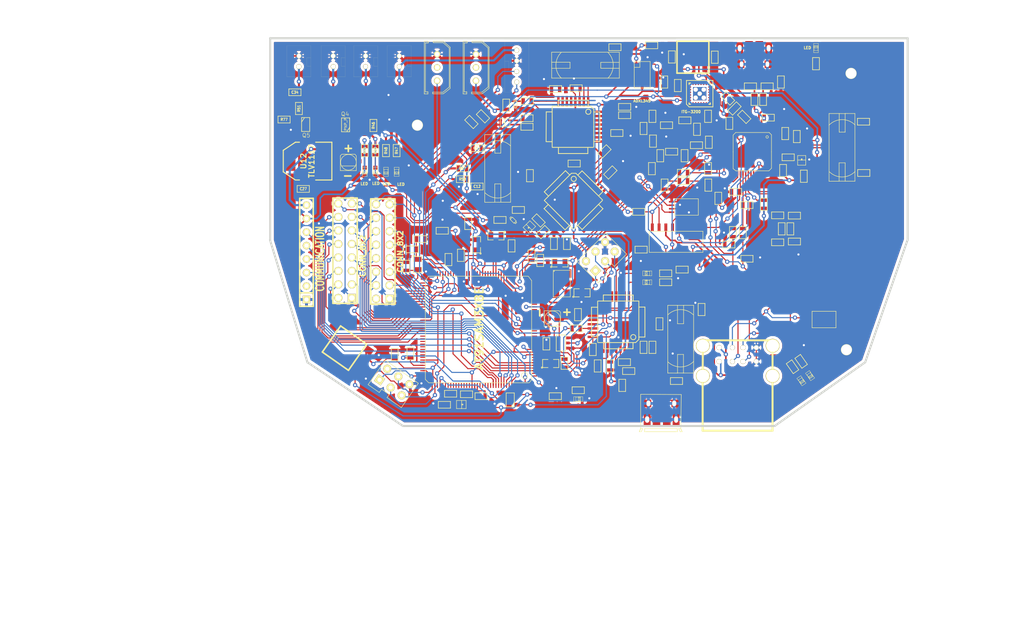
<source format=kicad_pcb>
(kicad_pcb (version 20211014) (generator pcbnew)
  (title_block (date "9 apr 2014"))
  (layers (0 "F.Cu" signal "Dessus") (31 "B.Cu" signal "Dessous") (34 "B.Paste" user) (35 "F.Paste" user) (36 "B.SilkS" user "B.Silkscreen") (37 "F.SilkS" user "F.Silkscreen") (38 "B.Mask" user) (39 "F.Mask" user) (44 "Edge.Cuts" user))
  (net 0 "")
  (net 1 "/Alim/3.3V")
  (net 2 "/Alim/5V")
  (net 3 "/Arduino/AI0")
  (net 4 "/Arduino/AI1")
  (net 5 "/Arduino/AI10")
  (net 6 "/Arduino/AI11")
  (net 7 "/Arduino/AI2")
  (net 8 "/Arduino/AI3")
  (net 9 "/Arduino/AI4")
  (net 10 "/Arduino/AI5")
  (net 11 "/Arduino/AI6")
  (net 12 "/Arduino/AI7")
  (net 13 "/Arduino/AI8")
  (net 14 "/Arduino/AI9")
  (net 15 "/Arduino/AREF")
  (net 16 "/Arduino/AVREF")
  (net 17 "/Arduino/CANRX")
  (net 18 "/Arduino/CANTX")
  (net 19 "/Arduino/D+")
  (net 20 "/Arduino/D+prog")
  (net 21 "/Arduino/D-")
  (net 22 "/Arduino/D-prog")
  (net 23 "/Arduino/DAC0")
  (net 24 "/Arduino/DAC1")
  (net 25 "/Arduino/DP22")
  (net 26 "/Arduino/DP23")
  (net 27 "/Arduino/DP24")
  (net 28 "/Arduino/DP25")
  (net 29 "/Arduino/DP26")
  (net 30 "/Arduino/DP27")
  (net 31 "/Arduino/DP28")
  (net 32 "/Arduino/DP29")
  (net 33 "/Arduino/DP30")
  (net 34 "/Arduino/DP31")
  (net 35 "/Arduino/DP32")
  (net 36 "/Arduino/DP34")
  (net 37 "/Arduino/DP35")
  (net 38 "/Arduino/DP36")
  (net 39 "/Arduino/DP37")
  (net 40 "/Arduino/DP38")
  (net 41 "/Arduino/DP39")
  (net 42 "/Arduino/DP40")
  (net 43 "/Arduino/DP41")
  (net 44 "/Arduino/DP42")
  (net 45 "/Arduino/DP43")
  (net 46 "/Arduino/DP44")
  (net 47 "/Arduino/DP45")
  (net 48 "/Arduino/DP46")
  (net 49 "/Arduino/DP47")
  (net 50 "/Arduino/DP48")
  (net 51 "/Arduino/DP49")
  (net 52 "/Arduino/DP50")
  (net 53 "/Arduino/DP51")
  (net 54 "/Arduino/DP52")
  (net 55 "/Arduino/DP53")
  (net 56 "/Arduino/ERASE")
  (net 57 "/Arduino/ID")
  (net 58 "/Arduino/LED1")
  (net 59 "/Arduino/LED2")
  (net 60 "/Arduino/LedRX")
  (net 61 "/Arduino/LedTX")
  (net 62 "/Arduino/MISO")
  (net 63 "/Arduino/MOSI")
  (net 64 "/Arduino/NCPSO")
  (net 65 "/Arduino/PWM11")
  (net 66 "/Arduino/PWM12")
  (net 67 "/Arduino/PWM13")
  (net 68 "/Arduino/PWM2")
  (net 69 "/Arduino/PWM3")
  (net 70 "/Arduino/PWM4")
  (net 71 "/Arduino/PWM5")
  (net 72 "/Arduino/PWM6")
  (net 73 "/Arduino/PWM7")
  (net 74 "/Arduino/PWM8")
  (net 75 "/Arduino/PWM9")
  (net 76 "/Arduino/PWR")
  (net 77 "/Arduino/RX1")
  (net 78 "/Arduino/RX2")
  (net 79 "/Arduino/RX3")
  (net 80 "/Arduino/SCL")
  (net 81 "/Arduino/SCLK")
  (net 82 "/Arduino/SDA")
  (net 83 "/Arduino/TST")
  (net 84 "/Arduino/TX1")
  (net 85 "/Arduino/TX2")
  (net 86 "/Arduino/TX3")
  (net 87 "/Arduino/VBG")
  (net 88 "/Arduino/VBOF")
  (net 89 "/Arduino/VDDANA")
  (net 90 "/Arduino/VDDOUT")
  (net 91 "/Arduino/VDDPLL")
  (net 92 "/Arduino/XIN")
  (net 93 "/Arduino/XIN32")
  (net 94 "/Arduino/XOUT")
  (net 95 "/Arduino/XOUT32")
  (net 96 "/Arduino/programmation/EraseCMD")
  (net 97 "/Arduino/programmation/MISO")
  (net 98 "/Arduino/programmation/MOSI")
  (net 99 "/Arduino/programmation/RX ATMEGA")
  (net 100 "/Arduino/programmation/Reset")
  (net 101 "/Arduino/programmation/ResetCMD")
  (net 102 "/Arduino/programmation/SCK")
  (net 103 "/Arduino/programmation/TX ATMEGA")
  (net 104 "/USB2AX/D+")
  (net 105 "/USB2AX/D-")
  (net 106 "/USB2AX/HWB")
  (net 107 "/USB2AX/MISO")
  (net 108 "/USB2AX/MOSI")
  (net 109 "/USB2AX/Reset")
  (net 110 "/USB2AX/SCK")
  (net 111 "/USB2AX/SS")
  (net 112 "/USB2AX2/D+1")
  (net 113 "/USB2AX2/D-1")
  (net 114 "/USB2AX2/HWB")
  (net 115 "/USB2AX2/MISO")
  (net 116 "/USB2AX2/MOSI")
  (net 117 "/USB2AX2/Reset")
  (net 118 "/USB2AX2/SCK")
  (net 119 "/USB2AX2/SS")
  (net 120 "/USBHUB/D+hub")
  (net 121 "/USBHUB/D-hub")
  (net 122 "/USBHUB/USBFilter/DM0")
  (net 123 "/USBHUB/USBFilter/DM1")
  (net 124 "/USBHUB/USBFilter/DM2")
  (net 125 "/USBHUB/USBFilter/DM3")
  (net 126 "/USBHUB/USBFilter/DM4")
  (net 127 "/USBHUB/USBFilter/DM5")
  (net 128 "/USBHUB/USBFilter/DP0")
  (net 129 "/USBHUB/USBFilter/DP1")
  (net 130 "/USBHUB/USBFilter/DP2")
  (net 131 "/USBHUB/USBFilter/DP3")
  (net 132 "/USBHUB/USBFilter/DP4")
  (net 133 "/USBHUB/USBFilter/DP5")
  (net 134 "/USBHUB/hubstatus")
  (net 135 "/connector out/5V")
  (net 136 "/connector out/D+Bot")
  (net 137 "/connector out/D+Top")
  (net 138 "/connector out/D- Top")
  (net 139 "/connector out/D-Bot")
  (net 140 "/connector out/PWR Bot")
  (net 141 "/connector out/PWR Top")
  (net 142 "/connector out/SCL")
  (net 143 "/connector out/SDA")
  (net 144 "/connectorIn/Vhub")
  (net 145 "/connectorIn/Vprog")
  (net 146 "GND")
  (net 147 "N-00000100")
  (net 148 "N-00000103")
  (net 149 "N-00000104")
  (net 150 "N-00000105")
  (net 151 "N-00000106")
  (net 152 "N-00000107")
  (net 153 "N-00000113")
  (net 154 "N-00000114")
  (net 155 "N-00000115")
  (net 156 "N-00000117")
  (net 157 "N-00000118")
  (net 158 "N-00000119")
  (net 159 "N-00000120")
  (net 160 "N-00000121")
  (net 161 "N-00000122")
  (net 162 "N-00000123")
  (net 163 "N-00000124")
  (net 164 "N-00000125")
  (net 165 "N-00000127")
  (net 166 "N-00000128")
  (net 167 "N-00000129")
  (net 168 "N-00000130")
  (net 169 "N-00000137")
  (net 170 "N-00000138")
  (net 171 "N-00000143")
  (net 172 "N-00000145")
  (net 173 "N-00000151")
  (net 174 "N-00000152")
  (net 175 "N-00000159")
  (net 176 "N-00000164")
  (net 177 "N-00000167")
  (net 178 "N-00000171")
  (net 179 "N-00000172")
  (net 180 "N-00000174")
  (net 181 "N-00000176")
  (net 182 "N-00000178")
  (net 183 "N-00000180")
  (net 184 "N-00000183")
  (net 185 "N-00000184")
  (net 186 "N-00000185")
  (net 187 "N-00000186")
  (net 188 "N-00000190")
  (net 189 "N-00000192")
  (net 190 "N-00000213")
  (net 191 "N-00000216")
  (net 192 "N-00000222")
  (net 193 "N-00000223")
  (net 194 "N-00000224")
  (net 195 "N-00000233")
  (net 196 "N-00000242")
  (net 197 "N-00000246")
  (net 198 "N-00000250")
  (net 199 "N-00000251")
  (net 200 "N-00000252")
  (net 201 "N-00000253")
  (net 202 "N-00000254")
  (net 203 "N-00000255")
  (net 204 "N-00000256")
  (net 205 "N-00000257")
  (net 206 "N-00000258")
  (net 207 "N-00000259")
  (net 208 "N-00000260")
  (net 209 "N-00000261")
  (net 210 "N-00000262")
  (net 211 "N-00000263")
  (net 212 "N-00000264")
  (net 213 "N-00000265")
  (net 214 "N-00000266")
  (net 215 "N-00000267")
  (net 216 "N-00000268")
  (net 217 "N-00000269")
  (net 218 "N-00000270")
  (net 219 "N-00000273")
  (net 220 "N-00000274")
  (net 221 "N-00000275")
  (net 222 "N-00000276")
  (net 223 "N-00000277")
  (net 224 "N-00000278")
  (net 225 "N-00000279")
  (net 226 "N-00000280")
  (net 227 "N-00000281")
  (net 228 "N-00000282")
  (net 229 "N-00000284")
  (net 230 "N-00000285")
  (net 231 "N-00000286")
  (net 232 "N-00000287")
  (net 233 "N-00000288")
  (net 234 "N-00000289")
  (net 235 "N-00000290")
  (net 236 "N-00000291")
  (net 237 "N-00000292")
  (net 238 "N-00000293")
  (net 239 "N-00000295")
  (net 240 "N-00000297")
  (net 241 "N-00000299")
  (net 242 "N-0000030")
  (net 243 "N-00000300")
  (net 244 "N-00000301")
  (net 245 "N-00000302")
  (net 246 "N-00000303")
  (net 247 "N-00000304")
  (net 248 "N-00000305")
  (net 249 "N-00000306")
  (net 250 "N-0000031")
  (net 251 "N-0000032")
  (net 252 "N-0000035")
  (net 253 "N-0000036")
  (net 254 "N-0000037")
  (net 255 "N-0000041")
  (net 256 "N-0000042")
  (net 257 "N-0000043")
  (net 258 "N-0000044")
  (net 259 "N-0000045")
  (net 260 "N-0000048")
  (net 261 "N-0000049")
  (net 262 "N-0000050")
  (net 263 "N-0000051")
  (net 264 "N-0000052")
  (net 265 "N-0000053")
  (net 266 "N-0000054")
  (net 267 "N-0000055")
  (net 268 "N-0000056")
  (net 269 "N-0000058")
  (net 270 "N-0000059")
  (net 271 "N-0000060")
  (net 272 "N-0000062")
  (net 273 "N-0000065")
  (net 274 "N-0000066")
  (net 275 "N-0000067")
  (net 276 "N-0000068")
  (net 277 "N-0000069")
  (net 278 "N-0000073")
  (net 279 "N-0000074")
  (net 280 "N-0000076")
  (net 281 "N-0000077")
  (net 282 "N-0000078")
  (net 283 "N-0000079")
  (net 284 "N-0000080")
  (net 285 "N-0000081")
  (net 286 "N-0000082")
  (net 287 "N-0000083")
  (net 288 "N-0000084")
  (net 289 "N-0000085")
  (net 290 "N-0000086")
  (net 291 "N-0000087")
  (net 292 "N-0000088")
  (net 293 "N-0000089")
  (net 294 "N-0000090")
  (net 295 "N-0000091")
  (net 296 "N-0000095")
  (net 297 "N-0000096")
  (net 298 "N-0000097")
  (net 299 "N-0000099")
  (footprint "TSSOP8" (layer "F.Cu") (at 134.4676 72.7964 90)
    (fp_text reference "U9" hide)
    (fp_text value "SN75240" hide)
  )
  (footprint "TSSOP8" (layer "F.Cu") (at 108.5596 51.6128 90)
    (fp_text reference "U8" hide)
    (fp_text value "SN75240" hide)
  )
  (footprint "TQFP32" (layer "F.Cu") (at 87.2236 36.5252 -90)
    (fp_text reference "U1" hide)
    (fp_text value "ATMEGA32U2" hide)
  )
  (footprint "TQFP32" (layer "F.Cu") (at 87.3252 50.3428 -45)
    (fp_text reference "U3" hide)
    (fp_text value "ATMEGA32U2" hide)
  )
  (footprint "TQFP32" (layer "F.Cu") (at 95.7072 73.2536 180)
    (fp_text reference "U18" hide)
    (fp_text value "ATMEGA16U2" hide)
  )
  (footprint "SOT23-5" (layer "F.Cu") (at 84.9376 77.216 90)
    (fp_text reference "U19" hide)
    (fp_text value "SN74LVC1G125" hide)
  )
  (footprint "SOIC16" (layer "F.Cu") (at 106.5784 58.166)
    (fp_text reference "U6" hide)
    (fp_text value "TPS2044" hide)
  )
  (footprint "SM0805" (layer "F.Cu") (at 83.0072 81.0768)
    (fp_text reference "FB2" hide)
    (fp_text value "FILTER" hide)
  )
  (footprint "SM0603_Capa" (layer "F.Cu") (at 36.4236 48.2092)
    (fp_text reference "C27")
    (fp_text value "22uF" hide)
  )
  (footprint "SM0805" (layer "F.Cu") (at 57.9628 62.4332 -90)
    (fp_text reference "FB1" hide)
    (fp_text value "FILTER" hide)
  )
  (footprint "SM0603_Capa" (layer "F.Cu") (at 102.1588 78.0288 90)
    (fp_text reference "C65" hide)
    (fp_text value "100n" hide)
  )
  (footprint "SM0603_Capa" (layer "F.Cu") (at 119.9388 51.2572)
    (fp_text reference "C17" hide)
    (fp_text value "22pF" hide)
  )
  (footprint "SM0603_Capa" (layer "F.Cu") (at 116.3828 31.1912 -45)
    (fp_text reference "C72" hide)
    (fp_text value "100n 2V" hide)
  )
  (footprint "SM0603_Capa" (layer "F.Cu") (at 107.7468 63.3984 180)
    (fp_text reference "C71" hide)
    (fp_text value "100n" hide)
  )
  (footprint "SM0603_Capa" (layer "F.Cu") (at 116.6368 35.8648 -90)
    (fp_text reference "C70" hide)
    (fp_text value "4.7u" hide)
  )
  (footprint "SM0603_Capa" (layer "F.Cu") (at 129.3368 38.354 90)
    (fp_text reference "C69" hide)
    (fp_text value "4.7u" hide)
  )
  (footprint "SM0603_Capa" (layer "F.Cu") (at 127.1524 37.7952 90)
    (fp_text reference "C68" hide)
    (fp_text value "4.7u" hide)
  )
  (footprint "SM0603_Capa" (layer "F.Cu") (at 83.8708 87.2236)
    (fp_text reference "C67" hide)
    (fp_text value "100n" hide)
  )
  (footprint "SM0603_Capa" (layer "F.Cu") (at 100.4824 78.0288 90)
    (fp_text reference "C66" hide)
    (fp_text value "100n" hide)
  )
  (footprint "SM0603_Capa" (layer "F.Cu") (at 141.8844 35.56)
    (fp_text reference "C3" hide)
    (fp_text value "27p" hide)
  )
  (footprint "SM0603_Capa" (layer "F.Cu") (at 94.1832 81.534 -90)
    (fp_text reference "C63" hide)
    (fp_text value "1u" hide)
  )
  (footprint "SM0603_Capa" (layer "F.Cu") (at 111.4044 70.9168 90)
    (fp_text reference "C62" hide)
    (fp_text value "22p" hide)
  )
  (footprint "SM0603_Capa" (layer "F.Cu") (at 83.6168 58.4708 90)
    (fp_text reference "C59" hide)
    (fp_text value "22pF" hide)
  )
  (footprint "SM0603_Capa" (layer "F.Cu") (at 108.204 41.9608 -90)
    (fp_text reference "C8" hide)
    (fp_text value "22pF" hide)
  )
  (footprint "SM0603_Capa" (layer "F.Cu") (at 94.234 45.1104 45)
    (fp_text reference "C13" hide)
    (fp_text value "1u" hide)
  )
  (footprint "SM0603_Capa" (layer "F.Cu") (at 112.6744 47.498 -90)
    (fp_text reference "C14" hide)
    (fp_text value "22pF" hide)
  )
  (footprint "SM0603_Capa" (layer "F.Cu") (at 112.6236 44.3992 90)
    (fp_text reference "C15" hide)
    (fp_text value "22pF" hide)
  )
  (footprint "SM0603_Capa" (layer "F.Cu") (at 87.4268 43.434 180)
    (fp_text reference "C18" hide)
    (fp_text value "4.7u" hide)
  )
  (footprint "SM0603_Capa" (layer "F.Cu") (at 69.1388 47.752 180)
    (fp_text reference "C12")
    (fp_text value "18p" hide)
  )
  (footprint "SM0603_Capa" (layer "F.Cu") (at 69.1388 40.5384 180)
    (fp_text reference "C11")
    (fp_text value "18p" hide)
  )
  (footprint "SM0603_Capa" (layer "F.Cu") (at 112.776 39.4208 90)
    (fp_text reference "C9" hide)
    (fp_text value "22pF" hide)
  )
  (footprint "SM0603_Capa" (layer "F.Cu") (at 120.5992 28.9052 180)
    (fp_text reference "C1" hide)
    (fp_text value "22p" hide)
  )
  (footprint "SM0603_Capa" (layer "F.Cu") (at 79.0956 45.72 90)
    (fp_text reference "C16" hide)
    (fp_text value "100n" hide)
  )
  (footprint "SM0603_Capa" (layer "F.Cu") (at 112.6236 34.544 90)
    (fp_text reference "C7" hide)
    (fp_text value "22pF" hide)
  )
  (footprint "SM0603_Capa" (layer "F.Cu") (at 110.5408 36.9824 -90)
    (fp_text reference "C6" hide)
    (fp_text value "22pF" hide)
  )
  (footprint "SM0603_Capa" (layer "F.Cu") (at 141.9352 45.212)
    (fp_text reference "C5" hide)
    (fp_text value "27p" hide)
  )
  (footprint "SM0603_Capa" (layer "F.Cu") (at 113.8936 23.4188 -90)
    (fp_text reference "C4" hide)
    (fp_text value "100n" hide)
  )
  (footprint "SM0603_Capa" (layer "F.Cu") (at 106.68 84.3788 180)
    (fp_text reference "C61" hide)
    (fp_text value "22p" hide)
  )
  (footprint "SM0603_Capa" (layer "F.Cu") (at 123.7488 28.9052)
    (fp_text reference "C2" hide)
    (fp_text value "22p" hide)
  )
  (footprint "SM0603_Capa" (layer "F.Cu") (at 128.8796 53.2384)
    (fp_text reference "C28" hide)
    (fp_text value "22pF" hide)
  )
  (footprint "SM0603_Capa" (layer "F.Cu") (at 102.0064 21.1836)
    (fp_text reference "C37" hide)
    (fp_text value "100n" hide)
  )
  (footprint "SM0603_Capa" (layer "F.Cu") (at 126.3396 28.0924 -90)
    (fp_text reference "C36" hide)
    (fp_text value "4.7u" hide)
  )
  (footprint "SM0603_Capa" (layer "F.Cu") (at 96.4692 85.1916 -90)
    (fp_text reference "C35" hide)
    (fp_text value "4.7u" hide)
  )
  (footprint "SM0603_Capa" (layer "F.Cu") (at 34.8488 30.0228 180)
    (fp_text reference "C34")
    (fp_text value "4.7u" hide)
  )
  (footprint "SM0603_Capa" (layer "F.Cu") (at 125.73 53.1876 180)
    (fp_text reference "C29" hide)
    (fp_text value "22pF" hide)
  )
  (footprint "SM0603_Capa" (layer "F.Cu") (at 87.7824 29.2608)
    (fp_text reference "C26" hide)
    (fp_text value "0.1u" hide)
  )
  (footprint "SM0603_Capa" (layer "F.Cu") (at 96.9264 34.3408)
    (fp_text reference "C25" hide)
    (fp_text value "0.1u" hide)
  )
  (footprint "SM0603_Capa" (layer "F.Cu") (at 96.9264 32.766)
    (fp_text reference "C24" hide)
    (fp_text value "4.7u" hide)
  )
  (footprint "SM0603_Capa" (layer "F.Cu") (at 95.4532 37.6936)
    (fp_text reference "C23" hide)
    (fp_text value "1u" hide)
  )
  (footprint "SM0603_Capa" (layer "F.Cu") (at 83.9216 29.4132 180)
    (fp_text reference "C22" hide)
    (fp_text value "18p" hide)
  )
  (footprint "SM0603_Capa" (layer "F.Cu") (at 95.0976 21.5392)
    (fp_text reference "C21" hide)
    (fp_text value "18p" hide)
  )
  (footprint "SM0603_Capa" (layer "F.Cu") (at 117.8052 48.768 180)
    (fp_text reference "C20" hide)
    (fp_text value "22pF" hide)
  )
  (footprint "SM0603_Capa" (layer "F.Cu") (at 93.1164 41.148 45)
    (fp_text reference "C19" hide)
    (fp_text value "100n" hide)
  )
  (footprint "SM0603_Capa" (layer "F.Cu") (at 85.598 81.026 -90)
    (fp_text reference "C50" hide)
    (fp_text value "100n" hide)
  )
  (footprint "SM0603_Capa" (layer "F.Cu") (at 88.138 71.882 90)
    (fp_text reference "C54" hide)
    (fp_text value "100n" hide)
  )
  (footprint "SM0603_Capa" (layer "F.Cu") (at 67.1576 86.868 180)
    (fp_text reference "C53" hide)
    (fp_text value "100n" hide)
  )
  (footprint "SM0603_Capa" (layer "F.Cu") (at 55.8292 62.7888 90)
    (fp_text reference "C52" hide)
    (fp_text value "100n" hide)
  )
  (footprint "SM0603_Capa" (layer "F.Cu") (at 75.6412 58.928 90)
    (fp_text reference "C51" hide)
    (fp_text value "100n" hide)
  )
  (footprint "SM0603_Capa" (layer "F.Cu") (at 104.394 28.0924 90)
    (fp_text reference "C38" hide)
    (fp_text value "1u" hide)
  )
  (footprint "SM0603_Capa" (layer "F.Cu") (at 53.6448 79.4004 90)
    (fp_text reference "C49" hide)
    (fp_text value "100n" hide)
  )
  (footprint "SM0603_Capa" (layer "F.Cu") (at 56.5912 79.248 90)
    (fp_text reference "C48" hide)
    (fp_text value "100n" hide)
  )
  (footprint "SM0603_Capa" (layer "F.Cu") (at 117.602 33.0708 45)
    (fp_text reference "C39" hide)
    (fp_text value "10n 4V" hide)
  )
  (footprint "SM0603_Capa" (layer "F.Cu") (at 105.8164 23.368 90)
    (fp_text reference "C40" hide)
    (fp_text value "100n 4V" hide)
  )
  (footprint "SM0603_Capa" (layer "F.Cu") (at 106.934 28.7528 90)
    (fp_text reference "C41" hide)
    (fp_text value "2.2n 50V" hide)
  )
  (footprint "SM0603_Capa" (layer "F.Cu") (at 69.9008 87.2236)
    (fp_text reference "C42" hide)
    (fp_text value "100n" hide)
  )
  (footprint "SM0603_Capa" (layer "F.Cu") (at 82.1944 77.3684 90)
    (fp_text reference "C43" hide)
    (fp_text value "100n" hide)
  )
  (footprint "SM0603_Capa" (layer "F.Cu") (at 67.4624 54.7116 90)
    (fp_text reference "C44" hide)
    (fp_text value "100n" hide)
  )
  (footprint "SM0603_Capa" (layer "F.Cu") (at 66.0908 60.706 90)
    (fp_text reference "C45" hide)
    (fp_text value "100n" hide)
  )
  (footprint "SM0603_Capa" (layer "F.Cu") (at 56.9468 59.5884 180)
    (fp_text reference "C46" hide)
    (fp_text value "100n" hide)
  )
  (footprint "SM0603" (layer "F.Cu") (at 79.4004 60.8584 -90)
    (fp_text reference "R52" hide)
    (fp_text value "39R 1%" hide)
  )
  (footprint "SM0603" (layer "F.Cu") (at 35.6108 33.0708 -90)
    (fp_text reference "R51")
    (fp_text value "1k" hide)
  )
  (footprint "SM0603" (layer "F.Cu") (at 63.754 61.5188 90)
    (fp_text reference "R54" hide)
    (fp_text value "10k" hide)
  )
  (footprint "SM0603" (layer "F.Cu") (at 49.9999 41.00068 -90)
    (fp_text reference "R50")
    (fp_text value "330" hide)
  )
  (footprint "SM0603" (layer "F.Cu") (at 132.9436 24.638 90)
    (fp_text reference "R49" hide)
    (fp_text value "330" hide)
  )
  (footprint "SM0603" (layer "F.Cu") (at 54.0004 41.00068 -90)
    (fp_text reference "R47")
    (fp_text value "330" hide)
  )
  (footprint "SM0603" (layer "F.Cu") (at 81.026 61.6712 -90)
    (fp_text reference "R53" hide)
    (fp_text value "39R 1%" hide)
  )
  (footprint "SM0603" (layer "F.Cu") (at 128.8796 58.1152)
    (fp_text reference "R39" hide)
    (fp_text value "15k" hide)
  )
  (footprint "SM0603" (layer "F.Cu") (at 105.7656 41.1988 180)
    (fp_text reference "R7" hide)
    (fp_text value "27R" hide)
  )
  (footprint "SM0603" (layer "F.Cu") (at 91.8464 81.534 90)
    (fp_text reference "R66" hide)
    (fp_text value "1k" hide)
  )
  (footprint "SM0603" (layer "F.Cu") (at 73.4568 54.0512 180)
    (fp_text reference "TH11" hide)
    (fp_text value "100" hide)
  )
  (footprint "SM0603" (layer "F.Cu") (at 74.6252 32.4612 -90)
    (fp_text reference "TH1" hide)
    (fp_text value "100" hide)
  )
  (footprint "SM0603" (layer "F.Cu") (at 128.524 81.6864 -55)
    (fp_text reference "R72" hide)
    (fp_text value "330" hide)
  )
  (footprint "SM0603" (layer "F.Cu") (at 88.1888 86.106 180)
    (fp_text reference "R71" hide)
    (fp_text value "330" hide)
  )
  (footprint "SM0603" (layer "F.Cu") (at 104.648 65.786 180)
    (fp_text reference "R70" hide)
    (fp_text value "22R" hide)
  )
  (footprint "SM0603" (layer "F.Cu") (at 104.648 64.1096 180)
    (fp_text reference "R69" hide)
    (fp_text value "22R" hide)
  )
  (footprint "SM0603" (layer "F.Cu") (at 100.0252 59.6392 180)
    (fp_text reference "R68" hide)
    (fp_text value "10k" hide)
  )
  (footprint "SM0603" (layer "F.Cu") (at 87.7824 74.4728)
    (fp_text reference "R67" hide)
    (fp_text value "10k" hide)
  )
  (footprint "SM0603" (layer "F.Cu") (at 68.072 35.6108 -45)
    (fp_text reference "R55" hide)
    (fp_text value "2.2k" hide)
  )
  (footprint "SM0603" (layer "F.Cu") (at 86.0552 58.4708 90)
    (fp_text reference "R62" hide)
    (fp_text value "6k8 1%" hide)
  )
  (footprint "SM0603" (layer "F.Cu") (at 62.5856 56.0832 180)
    (fp_text reference "R59" hide)
    (fp_text value "0" hide)
  )
  (footprint "SM0603" (layer "F.Cu") (at 66.3956 46.3804)
    (fp_text reference "R58")
    (fp_text value "2.2k" hide)
  )
  (footprint "SM0603" (layer "F.Cu") (at 66.3956 44.3484)
    (fp_text reference "R57")
    (fp_text value "2.2k" hide)
  )
  (footprint "SM0603" (layer "F.Cu") (at 70.2564 34.544 -45)
    (fp_text reference "R56" hide)
    (fp_text value "2.2k" hide)
  )
  (footprint "SM0603" (layer "F.Cu") (at 81.534 56.3372 -135)
    (fp_text reference "R16" hide)
    (fp_text value "150" hide)
  )
  (footprint "SM0603" (layer "F.Cu") (at 128.1176 55.7276 -90)
    (fp_text reference "R33" hide)
    (fp_text value "27R" hide)
  )
  (footprint "SM0603" (layer "F.Cu") (at 121.3612 31.3436 -90)
    (fp_text reference "R1" hide)
    (fp_text value "27R" hide)
  )
  (footprint "SM0603" (layer "F.Cu") (at 122.9868 31.3436 -90)
    (fp_text reference "R2" hide)
    (fp_text value "27R" hide)
  )
  (footprint "SM0603" (layer "F.Cu") (at 123.952 34.798 180)
    (fp_text reference "R3" hide)
    (fp_text value "1.5k" hide)
  )
  (footprint "SM0603" (layer "F.Cu") (at 119.4308 34.6456 135)
    (fp_text reference "R4" hide)
    (fp_text value "10k" hide)
  )
  (footprint "SM0603" (layer "F.Cu") (at 104.8004 36.2204 180)
    (fp_text reference "R5" hide)
    (fp_text value "27R" hide)
  )
  (footprint "SM0603" (layer "F.Cu") (at 108.2548 35.306 180)
    (fp_text reference "R6" hide)
    (fp_text value "27R" hide)
  )
  (footprint "SM0603" (layer "F.Cu") (at 110.4392 39.9796 180)
    (fp_text reference "R8" hide)
    (fp_text value "27R" hide)
  )
  (footprint "SM0603" (layer "F.Cu") (at 108.0008 46.736 180)
    (fp_text reference "R9" hide)
    (fp_text value "27R" hide)
  )
  (footprint "SM0603" (layer "F.Cu") (at 108.0008 45.1612 180)
    (fp_text reference "R10" hide)
    (fp_text value "27R" hide)
  )
  (footprint "SM0603" (layer "F.Cu") (at 76.9112 52.1716)
    (fp_text reference "R13" hide)
    (fp_text value "150" hide)
  )
  (footprint "SM0603" (layer "F.Cu") (at 80.7212 54.1528 -45)
    (fp_text reference "R15" hide)
    (fp_text value "150" hide)
  )
  (footprint "SM0603" (layer "F.Cu") (at 78.5368 34.8996)
    (fp_text reference "R25" hide)
    (fp_text value "150" hide)
  )
  (footprint "SM0603" (layer "F.Cu") (at 116.5352 58.674 180)
    (fp_text reference "R32" hide)
    (fp_text value "15k" hide)
  )
  (footprint "SM0603" (layer "F.Cu") (at 119.9388 61.3664)
    (fp_text reference "R31" hide)
    (fp_text value "15k" hide)
  )
  (footprint "SM0603" (layer "F.Cu") (at 102.0572 44.3992 90)
    (fp_text reference "R30" hide)
    (fp_text value "15k" hide)
  )
  (footprint "SM0603" (layer "F.Cu") (at 104.4448 47.498 -90)
    (fp_text reference "R29" hide)
    (fp_text value "15k" hide)
  )
  (footprint "SM0603" (layer "F.Cu") (at 102.2604 39.2176 90)
    (fp_text reference "R28" hide)
    (fp_text value "15k" hide)
  )
  (footprint "SM0603" (layer "F.Cu") (at 103.632 41.9608 -90)
    (fp_text reference "R27" hide)
    (fp_text value "15k" hide)
  )
  (footprint "SM0603" (layer "F.Cu") (at 78.5368 36.5252 180)
    (fp_text reference "R26" hide)
    (fp_text value "150" hide)
  )
  (footprint "SM0603" (layer "F.Cu") (at 119.1768 56.4388 -90)
    (fp_text reference "R17" hide)
    (fp_text value "27R" hide)
  )
  (footprint "SM0603" (layer "F.Cu") (at 78.5876 31.6992)
    (fp_text reference "R23" hide)
    (fp_text value "150" hide)
  )
  (footprint "SM0603" (layer "F.Cu") (at 102.1588 34.544 90)
    (fp_text reference "R20" hide)
    (fp_text value "15k" hide)
  )
  (footprint "SM0603" (layer "F.Cu") (at 100.4824 36.83 -90)
    (fp_text reference "R19" hide)
    (fp_text value "15k" hide)
  )
  (footprint "SM0603" (layer "F.Cu") (at 117.2972 56.4388 -90)
    (fp_text reference "R18" hide)
    (fp_text value "27R" hide)
  )
  (footprint "QFN24" (layer "F.Cu") (at 111.0488 30.2768 90)
    (fp_text reference "U14" hide)
    (fp_text value "ITG-3200")
  )
  (footprint "LQFP48_perso" (layer "F.Cu") (at 120.9548 41.1988 180)
    (fp_text reference "U5" hide)
    (fp_text value "TUSB2077" hide)
  )
  (footprint "Led_Bicolore" (layer "F.Cu") (at 78.9432 55.4228 -135)
    (fp_text reference "U4" hide)
    (fp_text value "LED-BICOLORE" hide)
  )
  (footprint "HE10-6C" (layer "F.Cu") (at 53.594 84.5312 145)
    (fp_text reference "P2" hide)
    (fp_text value "CONN_6" hide)
  )
  (footprint "HE10-6C" (layer "F.Cu") (at 92.3036 60.9092 -135)
    (fp_text reference "P3" hide)
    (fp_text value "CONN_6" hide)
  )
  (footprint "CRYSTAL_ABM3C" (layer "F.Cu") (at 85.09 66.04 -90)
    (fp_text reference "X1" hide)
    (fp_text value "12MHz" hide)
  )
  (footprint "LED-0603" (layer "F.Cu") (at 48.00092 45.00118 -90)
    (fp_text reference "D2" hide)
    (fp_text value "LED")
  )
  (footprint "LED-0603" (layer "F.Cu") (at 51.99888 45.00118 -90)
    (fp_text reference "D4" hide)
    (fp_text value "LED")
  )
  (footprint "LED-0603" (layer "F.Cu") (at 101.1936 64.1096 180)
    (fp_text reference "D10" hide)
    (fp_text value "LED" hide)
  )
  (footprint "LED-0603" (layer "F.Cu") (at 101.1936 65.786 180)
    (fp_text reference "D12" hide)
    (fp_text value "LED" hide)
  )
  (footprint "LED-0603" (layer "F.Cu") (at 88.1888 87.7824)
    (fp_text reference "D13" hide)
    (fp_text value "LED" hide)
  )
  (footprint "LED-0603" (layer "F.Cu") (at 130.2004 84.328 -55)
    (fp_text reference "D14" hide)
    (fp_text value "LED" hide)
  )
  (footprint "SM0603" (layer "F.Cu") (at 64.1604 86.7664)
    (fp_text reference "R75" hide)
    (fp_text value "330" hide)
  )
  (footprint "SM0603" (layer "F.Cu") (at 62.992 88.8492)
    (fp_text reference "R76" hide)
    (fp_text value "330" hide)
  )
  (footprint "LED-0603" (layer "F.Cu") (at 132.9436 21.6916 90)
    (fp_text reference "D5" hide)
    (fp_text value "LED")
  )
  (footprint "LED-0603" (layer "F.Cu") (at 49.9999 45.00118 -90)
    (fp_text reference "D6" hide)
    (fp_text value "LED")
  )
  (footprint "LED-0603" (layer "F.Cu") (at 131.826 83.3628 -55)
    (fp_text reference "D15" hide)
    (fp_text value "LED" hide)
  )
  (footprint "Led_Bicolore" (layer "F.Cu") (at 66.2432 88.7984)
    (fp_text reference "U20" hide)
    (fp_text value "LED-BICOLORE" hide)
  )
  (footprint "SM0603" (layer "F.Cu") (at 32.8168 35.1536 180)
    (fp_text reference "R77")
    (fp_text value "100k" hide)
  )
  (footprint "LGA14" (layer "F.Cu") (at 100.2284 26.7208)
    (fp_text reference "U21" hide)
    (fp_text value "ADXL345")
  )
  (footprint "Molex-3-Broches" (layer "F.Cu") (at 68.9356 25.3492 -90)
    (fp_text reference "K1" hide)
    (fp_text value "CONN_3" hide)
  )
  (footprint "CAN_RADIAL-CMS" (layer "F.Cu") (at 44.9072 43.18)
    (fp_text reference "C10" hide)
    (fp_text value "10u" hide)
  )
  (footprint "CAN_RADIAL-CMS" (layer "F.Cu") (at 83.3628 72.644 -90)
    (fp_text reference "C55" hide)
    (fp_text value "10u" hide)
  )
  (footprint "SOT23" (layer "F.Cu") (at 75.3872 87.884 90)
    (fp_text reference "Q6" hide)
    (fp_text value "MOS_P2" hide)
  )
  (footprint "HC-49" (layer "F.Cu") (at 137.8712 40.386 -90)
    (fp_text reference "Q3" hide)
    (fp_text value "6MHz" hide)
  )
  (footprint "HC-49" (layer "F.Cu") (at 73.0504 44.3484 -90)
    (fp_text reference "Q1" hide)
    (fp_text value "16MHz" hide)
  )
  (footprint "HC-49" (layer "F.Cu") (at 89.5604 24.9428 180)
    (fp_text reference "Q2" hide)
    (fp_text value "16MHz" hide)
  )
  (footprint "SM0603" (layer "F.Cu") (at 51.99888 41.00068 -90)
    (fp_text reference "R48")
    (fp_text value "330" hide)
  )
  (footprint "LED-0603" (layer "F.Cu") (at 54.0004 45.00118 -90)
    (fp_text reference "D3" hide)
    (fp_text value "LED")
  )
  (footprint "SM0603" (layer "F.Cu") (at 48.00092 41.00068 -90)
    (fp_text reference "R45")
    (fp_text value "150" hide)
  )
  (footprint "SM0603" (layer "F.Cu") (at 125.73 58.2676 180)
    (fp_text reference "R40" hide)
    (fp_text value "15k" hide)
  )
  (footprint "SM0603" (layer "F.Cu") (at 126.492 55.7276 -90)
    (fp_text reference "R34" hide)
    (fp_text value "27R" hide)
  )
  (footprint "Molex-3-Broches" (layer "F.Cu") (at 61.6204 25.3492 -90)
    (fp_text reference "K2" hide)
    (fp_text value "CONN_3" hide)
  )
  (footprint "SM0603" (layer "F.Cu") (at 97.6884 82.4992)
    (fp_text reference "R64" hide)
    (fp_text value "22R" hide)
  )
  (footprint "SM0603" (layer "F.Cu") (at 96.8756 80.8228 180)
    (fp_text reference "R63" hide)
    (fp_text value "22R" hide)
  )
  (footprint "SOT23" (layer "F.Cu") (at 44.3992 36.1188 90)
    (fp_text reference "Q4")
    (fp_text value "PNP_P")
  )
  (footprint "SOT23" (layer "F.Cu") (at 36.8808 36.1188 -90)
    (fp_text reference "Q5")
    (fp_text value "PNP_P" hide)
  )
  (footprint "SIL-8" (layer "F.Cu") (at 37.0332 60.1472 90)
    (fp_text reference "P8" hide)
    (fp_text value "COMMUNICATION")
  )
  (footprint "pin_array_8x2" (layer "F.Cu") (at 44.2976 59.8424 90)
    (fp_text reference "P7" hide)
    (fp_text value "CONN_8X2")
  )
  (footprint "SM0603_Capa" (layer "F.Cu") (at 58.5216 57.658)
    (fp_text reference "C47" hide)
    (fp_text value "100n" hide)
  )
  (footprint "SM0603" (layer "F.Cu") (at 90.932 78.4352 90)
    (fp_text reference "R65" hide)
    (fp_text value "10k" hide)
  )
  (footprint "SM0603" (layer "F.Cu") (at 49.6316 36.2712 90)
    (fp_text reference "R46")
    (fp_text value "1k" hide)
  )
  (footprint "microUSB" (layer "F.Cu") (at 121.3104 20.0152)
    (fp_text reference "J1" hide)
    (fp_text value "UUSB" hide)
  )
  (footprint "microUSB" (layer "F.Cu") (at 103.886 93.3196 180)
    (fp_text reference "J2" hide)
    (fp_text value "UUSB" hide)
  )
  (footprint "Led_Bicolore" (layer "F.Cu") (at 74.3712 35.7124 180)
    (fp_text reference "U2" hide)
    (fp_text value "LED-BICOLORE" hide)
  )
  (footprint "SM0603" (layer "F.Cu") (at 99.568 52.5272 180)
    (fp_text reference "R11" hide)
    (fp_text value "R" hide)
  )
  (footprint "SM0603" (layer "F.Cu") (at 114.554 49.9872 -90)
    (fp_text reference "R12" hide)
    (fp_text value "R" hide)
  )
  (footprint "SM0603" (layer "F.Cu") (at 123.1392 51.1048 -90)
    (fp_text reference "R21" hide)
    (fp_text value "R" hide)
  )
  (footprint "SM0603" (layer "F.Cu") (at 126.746 44.7548 -90)
    (fp_text reference "R22" hide)
    (fp_text value "R" hide)
  )
  (footprint "Led_Bicolore" (layer "F.Cu") (at 130.2512 42.7736 90)
    (fp_text reference "U10" hide)
    (fp_text value "LED-BICOLORE" hide)
  )
  (footprint "SM0603" (layer "F.Cu") (at 127.7112 42.2656)
    (fp_text reference "R35" hide)
    (fp_text value "R" hide)
  )
  (footprint "SM0603" (layer "F.Cu") (at 130.6576 45.8216 90)
    (fp_text reference "R36" hide)
    (fp_text value "R" hide)
  )
  (footprint "LQFP144" (layer "F.Cu") (at 69.4436 74.676 90)
    (fp_text reference "SAM3X8E1" hide)
    (fp_text value "AT91SAM3X8E")
  )
  (footprint "pin_array_8x2" (layer "F.Cu") (at 51.4096 59.9948 90)
    (fp_text reference "P6" hide)
    (fp_text value "CONN_8X2")
  )
  (footprint "SM0603" (layer "F.Cu") (at 130.1496 80.6704 -55)
    (fp_text reference "R73" hide)
    (fp_text value "330" hide)
  )
  (footprint "JST2_TV" (layer "F.Cu") (at 54.5084 24.1808 -90)
    (fp_text reference "P4" hide)
    (fp_text value "CONN_2" hide)
  )
  (footprint "JST2_TV" (layer "F.Cu") (at 35.6108 24.18 -90)
    (fp_text reference "P1" hide)
    (fp_text value "CONN_2" hide)
  )
  (footprint "JST2_TV" (layer "F.Cu") (at 48.1584 24.1808 -90)
    (fp_text reference "P5" hide)
    (fp_text value "CONN_2" hide)
  )
  (footprint "JST2_TV" (layer "F.Cu") (at 42.0624 24.1808 -90)
    (fp_text reference "P9" hide)
    (fp_text value "CONN_2" hide)
  )
  (footprint "SW_PUSH_SMD" (layer "F.Cu") (at 109.7788 23.4188)
    (fp_text reference "SW1" hide)
    (fp_text value "SW_PUSH" hide)
  )
  (footprint "SW_PUSH_SMD" (layer "F.Cu") (at 44.196 78.1812 -35)
    (fp_text reference "SW2" hide)
    (fp_text value "SW_PUSH" hide)
  )
  (footprint "USB*2" (layer "F.Cu") (at 118.2116 80.5688)
    (fp_text reference "U11" hide)
    (fp_text value "USB*2" hide)
  )
  (footprint "OHWLogo" (layer "F.Cu") (at 60.96 37.4396)
    (fp_text reference "G***" hide)
    (fp_text value "LOGO" hide)
  )
  (footprint "SM0603_Capa" (layer "F.Cu") (at 103.4796 73.6092 -90)
    (fp_text reference "C64" hide)
    (fp_text value "100n" hide)
  )
  (footprint "VMD2" (layer "F.Cu") (at 76.3524 32.258)
    (fp_text reference "D1" hide)
    (fp_text value "5.1V" hide)
  )
  (footprint "VMD2" (layer "F.Cu") (at 75.946 54.102 45)
    (fp_text reference "D11" hide)
    (fp_text value "5.1V" hide)
  )
  (footprint "JST4_TV" (layer "F.Cu") (at 76.6064 25.0952 90)
    (fp_text reference "P10" hide)
    (fp_text value "CONN_4" hide)
  )
  (footprint "SOT223" (layer "F.Cu") (at 37.2364 42.9768 90)
    (fp_text reference "U12")
    (fp_text value "TLV1117")
  )
  (footprint "HC-49" (layer "F.Cu") (at 107.442 76.5048 90)
    (fp_text reference "X3" hide)
    (fp_text value "16MHz" hide)
  )
  (footprint "SM0805" (layer "F.Cu") (at 84.7344 62.1284)
    (fp_text reference "C56" hide)
    (fp_text value "4.7p" hide)
  )
  (footprint "SM0805" (layer "F.Cu") (at 88.9 67.7672)
    (fp_text reference "C57" hide)
    (fp_text value "4.7p" hide)
  )
  (footprint "SM0805" (layer "F.Cu") (at 72.6948 57.0484 180)
    (fp_text reference "C58" hide)
    (fp_text value "4.7p" hide)
  )
  (footprint "SM0805" (layer "F.Cu") (at 69.0372 58.7248 90)
    (fp_text reference "C60" hide)
    (fp_text value "4.7p" hide)
  )
  (footprint "CM315" (layer "F.Cu") (at 72.4408 59.69 180)
    (fp_text reference "X2" hide)
    (fp_text value "32kHz" hide)
  )
  (footprint "hole-2mm" (layer "F.Cu") (at 138.684 78.486)
    (fp_text reference "hole-2mm" hide)
    (fp_text value "VAL**" hide)
  )
  (footprint "hole-2mm" (layer "F.Cu") (at 139.5476 26.4668)
    (fp_text reference "hole-2mm" hide)
    (fp_text value "VAL**" hide)
  )
  (footprint "hole-2mm" (layer "F.Cu") (at 57.912 36.2204)
    (fp_text reference "hole-2mm" hide)
    (fp_text value "VAL**" hide)
  )
  (gr_line (start 150.1648 57.8612) (end 142.20444 80.84566) (layer "Edge.Cuts") (width 0.381))
  (gr_line (start 30.20314 19.8448) (end 150.2029 19.8448) (layer "Edge.Cuts") (width 0.381))
  (gr_line (start 37.20338 80.84566) (end 55.20436 92.84462) (layer "Edge.Cuts") (width 0.381))
  (gr_line (start 55.20436 92.84462) (end 125.2032 92.84462) (layer "Edge.Cuts") (width 0.381))
  (gr_line (start 30.20314 19.8448) (end 30.20314 57.84596) (layer "Edge.Cuts") (width 0.381))
  (gr_line (start 150.2029 19.8448) (end 150.2029 57.84596) (layer "Edge.Cuts") (width 0.381))
  (gr_line (start 125.2032 92.8116) (end 142.20444 80.84566) (layer "Edge.Cuts") (width 0.381))
  (gr_line (start 30.1752 57.8612) (end 37.20338 80.84566) (layer "Edge.Cuts") (width 0.381))
  (segment (start 55.2704 47.5996) (end 56.642 48.9712) (width 0.29972) (layer "F.Cu") (net 1))
  (segment (start 56.642 48.9712) (end 56.642 53.4924) (width 0.2032) (layer "F.Cu") (net 1))
  (segment (start 56.642 53.4924) (end 57.32018 54.17058) (width 0.2032) (layer "F.Cu") (net 1))
  (segment (start 57.32018 54.17058) (end 59.11342 54.17058) (width 0.2032) (layer "F.Cu") (net 1))
  (segment (start 35.6616 52.4256) (end 37.0332 53.7972) (width 0.29972) (layer "F.Cu") (net 1))
  (segment (start 35.6108 55.2196) (end 35.6108 70.9168) (width 0.29972) (layer "F.Cu") (net 1))
  (segment (start 35.6108 70.9168) (end 36.3728 73.5076) (width 0.29972) (layer "F.Cu") (net 1))
  (segment (start 36.3728 73.5076) (end 37.338 75.692) (width 0.29972) (layer "F.Cu") (net 1))
  (segment (start 37.338 75.692) (end 39.4208 77.3176) (width 0.29972) (layer "F.Cu") (net 1))
  (segment (start 41.0972 78.4352) (end 46.1264 81.8896) (width 0.29972) (layer "F.Cu") (net 1))
  (segment (start 55.40756 81.92516) (end 57.92724 81.92516) (width 0.2032) (layer "F.Cu") (net 1))
  (segment (start 46.669887 82.4992) (end 49.784 82.4992) (width 0.2032) (layer "F.Cu") (net 1))
  (segment (start 49.784 82.4992) (end 52.1208 80.1624) (width 0.2032) (layer "F.Cu") (net 1))
  (segment (start 52.1208 80.1624) (end 53.6448 80.1624) (width 0.2032) (layer "F.Cu") (net 1))
  (segment (start 132.08 46.5836) (end 133.1468 45.5168) (width 0.29972) (layer "F.Cu") (net 1))
  (segment (start 133.1468 45.5168) (end 133.1468 41.3004) (width 0.29972) (layer "F.Cu") (net 1))
  (segment (start 133.096 39.116) (end 133.1976 39.0144) (width 0.2032) (layer "F.Cu") (net 1))
  (segment (start 69.1388 88.7984) (end 69.6976 89.3572) (width 0.2032) (layer "F.Cu") (net 1))
  (segment (start 69.6976 89.3572) (end 73.66 89.3572) (width 0.2032) (layer "F.Cu") (net 1))
  (segment (start 46.181595 82.799605) (end 46.181595 82.315708) (width 0.2032) (layer "F.Cu") (net 1))
  (segment (start 46.181595 85.136405) (end 46.1772 85.1408) (width 0.2032) (layer "F.Cu") (net 1))
  (segment (start 105.79862 24.11222) (end 105.8164 24.13) (width 0.2032) (layer "F.Cu") (net 1))
  (segment (start 97.92462 28.71978) (end 99.13112 28.71978) (width 0.29972) (layer "F.Cu") (net 1))
  (segment (start 100.2284 29.8704) (end 99.4664 30.6324) (width 0.29972) (layer "F.Cu") (net 1))
  (segment (start 99.4664 30.6324) (end 96.012 30.6324) (width 0.29972) (layer "F.Cu") (net 1))
  (segment (start 96.012 30.6324) (end 97.8916 28.7528) (width 0.29972) (layer "F.Cu") (net 1))
  (segment (start 104.394 29.5148) (end 104.0892 29.8196) (width 0.29972) (layer "F.Cu") (net 1))
  (segment (start 104.0892 29.8196) (end 100.2284 29.8196) (width 0.29972) (layer "F.Cu") (net 1))
  (segment (start 100.2284 29.8196) (end 100.2284 29.8704) (width 0.29972) (layer "F.Cu") (net 1))
  (segment (start 99.13112 23.69312) (end 99.1108 23.6728) (width 0.29972) (layer "F.Cu") (net 1))
  (segment (start 100.1268 21.1836) (end 101.2444 21.1836) (width 0.29972) (layer "F.Cu") (net 1))
  (segment (start 98.05162 26.32202) (end 97.8916 26.162) (width 0.29972) (layer "F.Cu") (net 1))
  (segment (start 97.8916 26.162) (end 97.8916 24.9428) (width 0.29972) (layer "F.Cu") (net 1))
  (segment (start 97.8916 24.9428) (end 98.11258 24.72182) (width 0.29972) (layer "F.Cu") (net 1))
  (segment (start 98.11258 24.72182) (end 99.13112 24.72182) (width 0.29972) (layer "F.Cu") (net 1))
  (segment (start 97.8916 28.7528) (end 97.92462 28.71978) (width 0.29972) (layer "F.Cu") (net 1))
  (segment (start 98.0948 26.32202) (end 98.05162 26.32202) (width 0.29972) (layer "F.Cu") (net 1))
  (segment (start 98.0948 26.5176) (end 97.8916 26.7208) (width 0.29972) (layer "F.Cu") (net 1))
  (segment (start 97.8916 26.7208) (end 97.8916 26.162) (width 0.29972) (layer "F.Cu") (net 1))
  (segment (start 103.0732 24.13) (end 101.2444 22.3012) (width 0.29972) (layer "F.Cu") (net 1))
  (segment (start 101.2444 22.3012) (end 101.2444 21.1836) (width 0.29972) (layer "F.Cu") (net 1))
  (segment (start 83.6295 78.1304) (end 83.6676 78.1685) (width 0.2032) (layer "F.Cu") (net 1))
  (segment (start 83.1088 86.9696) (end 81.3181 85.1789) (width 0.2032) (layer "F.Cu") (net 1))
  (segment (start 76.19238 65.77838) (end 77.3176 66.9036) (width 0.2032) (layer "F.Cu") (net 1))
  (segment (start 64.8716 62.2808) (end 65.36182 62.77102) (width 0.2032) (layer "F.Cu") (net 1))
  (segment (start 61.2648 62.2808) (end 60.4647 61.4807) (width 0.2032) (layer "F.Cu") (net 1))
  (segment (start 60.4647 61.4807) (end 57.9628 61.4807) (width 0.2032) (layer "F.Cu") (net 1))
  (segment (start 127.1524 39.2684) (end 127.33274 39.44874) (width 0.2032) (layer "F.Cu") (net 1))
  (segment (start 127.33274 39.44874) (end 129.00406 39.44874) (width 0.2032) (layer "F.Cu") (net 1))
  (segment (start 127.1524 39.3192) (end 127.02286 39.44874) (width 0.2032) (layer "F.Cu") (net 1))
  (segment (start 127.02286 39.44874) (end 127.33274 39.44874) (width 0.2032) (layer "F.Cu") (net 1))
  (segment (start 119.20474 36.34994) (end 119.20474 37.1983) (width 0.29972) (layer "F.Cu") (net 1))
  (segment (start 70.69328 65.80632) (end 69.596 66.9036) (width 0.2032) (layer "F.Cu") (net 1))
  (segment (start 70.79488 35.08248) (end 69.72808 36.14928) (width 0.39878) (layer "F.Cu") (net 1))
  (segment (start 82.8167 86.9315) (end 83.1088 87.2236) (width 0.2032) (layer "F.Cu") (net 1))
  (segment (start 127.1524 38.5572) (end 127.1524 39.2684) (width 0.2032) (layer "F.Cu") (net 1))
  (segment (start 115.6208 34.0868) (end 116.078 34.544) (width 0.29972) (layer "F.Cu") (net 1))
  (segment (start 118.11 35.0012) (end 118.11 35.2552) (width 0.29972) (layer "F.Cu") (net 1))
  (segment (start 118.11 35.2552) (end 119.20474 36.34994) (width 0.29972) (layer "F.Cu") (net 1))
  (segment (start 119.20474 38.68166) (end 118.872 39.0144) (width 0.2032) (layer "F.Cu") (net 1))
  (segment (start 127.1524 39.2684) (end 127.1524 39.3192) (width 0.2032) (layer "F.Cu") (net 1))
  (segment (start 35.6616 46.1264) (end 35.6616 48.2092) (width 0.29972) (layer "F.Cu") (net 1))
  (segment (start 116.3828 34.0868) (end 116.3828 34.8488) (width 0.29972) (layer "F.Cu") (net 1))
  (segment (start 126.76124 38.94836) (end 127.1524 38.5572) (width 0.2032) (layer "F.Cu") (net 1))
  (segment (start 105.8164 24.13) (end 103.0732 24.13) (width 0.29972) (layer "F.Cu") (net 1))
  (segment (start 99.13112 26.32202) (end 98.0948 26.32202) (width 0.29972) (layer "F.Cu") (net 1))
  (segment (start 57.7596 57.658) (end 57.7088 57.7088) (width 0.2032) (layer "F.Cu") (net 1))
  (segment (start 116.3828 34.8488) (end 116.3828 34.7472) (width 0.29972) (layer "F.Cu") (net 1))
  (segment (start 114.554 51.054) (end 115.2652 51.7652) (width 0.2032) (layer "F.Cu") (net 1))
  (segment (start 94.488 32.1564) (end 94.2848 32.3596) (width 0.29972) (layer "F.Cu") (net 1))
  (segment (start 116.9543 39.94912) (end 118.03888 39.94912) (width 0.2032) (layer "F.Cu") (net 1))
  (segment (start 119.61114 36.34994) (end 120.06834 36.34994) (width 0.29972) (layer "F.Cu") (net 1))
  (segment (start 118.03888 39.94912) (end 118.20398 39.78402) (width 0.2032) (layer "F.Cu") (net 1))
  (segment (start 68.2244 66.8528) (end 68.2244 66.9036) (width 0.2032) (layer "F.Cu") (net 1))
  (segment (start 118.20398 39.78402) (end 118.872 39.116) (width 0.2032) (layer "F.Cu") (net 1))
  (segment (start 68.19392 62.61608) (end 68.19392 64.17564) (width 0.2032) (layer "F.Cu") (net 1))
  (segment (start 119.20474 37.1983) (end 119.20474 38.68166) (width 0.2032) (layer "F.Cu") (net 1))
  (segment (start 109.4232 24.13) (end 110.3884 24.13) (width 0.29972) (layer "F.Cu") (net 1))
  (segment (start 118.89232 34.11728) (end 118.11 34.8996) (width 0.29972) (layer "F.Cu") (net 1))
  (segment (start 46.079995 81.909308) (end 46.669887 82.4992) (width 0.2032) (layer "F.Cu") (net 1))
  (segment (start 57.7088 59.5884) (end 57.7088 61.2267) (width 0.2032) (layer "F.Cu") (net 1))
  (segment (start 68.19392 66.52768) (end 67.818 66.9036) (width 0.2032) (layer "F.Cu") (net 1))
  (segment (start 118.5164 39.0144) (end 118.20398 38.70198) (width 0.2032) (layer "F.Cu") (net 1))
  (segment (start 117.06352 33.60928) (end 116.586 34.0868) (width 0.29972) (layer "F.Cu") (net 1))
  (segment (start 130.6576 46.5836) (end 132.08 46.5836) (width 0.29972) (layer "F.Cu") (net 1))
  (segment (start 116.078 34.1376) (end 116.078 34.544) (width 0.29972) (layer "F.Cu") (net 1))
  (segment (start 65.9384 38.82136) (end 68.61048 36.14928) (width 0.2032) (layer "F.Cu") (net 1))
  (segment (start 120.06834 36.34994) (end 120.2055 36.4871) (width 0.29972) (layer "F.Cu") (net 1))
  (segment (start 57.9755 61.468) (end 57.9628 61.4807) (width 0.2032) (layer "F.Cu") (net 1))
  (segment (start 116.7384 35.0012) (end 118.11 35.0012) (width 0.39878) (layer "F.Cu") (net 1))
  (segment (start 127.8128 46.5836) (end 130.6576 46.5836) (width 0.29972) (layer "F.Cu") (net 1))
  (segment (start 118.872 39.116) (end 118.872 39.0144) (width 0.2032) (layer "F.Cu") (net 1))
  (segment (start 68.1736 55.4736) (end 68.8848 56.1848) (width 0.2032) (layer "F.Cu") (net 1))
  (segment (start 111.9124 26.8732) (end 112.29848 27.25928) (width 0.29972) (layer "F.Cu") (net 1))
  (segment (start 123.1392 51.8668) (end 123.1392 53.2892) (width 0.29972) (layer "F.Cu") (net 1))
  (segment (start 68.19392 64.17564) (end 68.19392 66.52768) (width 0.2032) (layer "F.Cu") (net 1))
  (segment (start 116.1288 34.0868) (end 116.078 34.1376) (width 0.29972) (layer "F.Cu") (net 1))
  (segment (start 38.7604 43.0276) (end 35.6616 46.1264) (width 0.29972) (layer "F.Cu") (net 1))
  (segment (start 39.4208 77.3176) (end 41.0972 78.4352) (width 0.29972) (layer "F.Cu") (net 1))
  (segment (start 66.802 66.9036) (end 65.69456 65.79616) (width 0.2032) (layer "F.Cu") (net 1))
  (segment (start 83.1088 87.2236) (end 82.7024 86.8172) (width 0.2032) (layer "F.Cu") (net 1))
  (segment (start 115.6208 34.0868) (end 115.57 34.036) (width 0.29972) (layer "F.Cu") (net 1))
  (segment (start 116.2304 34.1884) (end 116.2304 34.6964) (width 0.29972) (layer "F.Cu") (net 1))
  (segment (start 67.2084 48.1076) (end 67.1576 48.1076) (width 0.29972) (layer "F.Cu") (net 1))
  (segment (start 113.9317 31.0261) (end 114.5032 31.5976) (width 0.29972) (layer "F.Cu") (net 1))
  (segment (start 114.5032 31.5976) (end 114.5032 32.9692) (width 0.29972) (layer "F.Cu") (net 1))
  (segment (start 68.19392 62.61608) (end 68.4276 62.3824) (width 0.2032) (layer "F.Cu") (net 1))
  (segment (start 118.872 39.0144) (end 118.5164 39.0144) (width 0.2032) (layer "F.Cu") (net 1))
  (segment (start 116.6368 34.1376) (end 116.6368 35.1028) (width 0.29972) (layer "F.Cu") (net 1))
  (segment (start 116.3828 34.8488) (end 116.6368 35.1028) (width 0.29972) (layer "F.Cu") (net 1))
  (segment (start 114.554 50.7492) (end 114.554 51.054) (width 0.2032) (layer "F.Cu") (net 1))
  (segment (start 119.61114 36.34994) (end 119.70512 36.44392) (width 0.2032) (layer "F.Cu") (net 1))
  (segment (start 68.5292 66.9036) (end 68.2244 66.9036) (width 0.2032) (layer "F.Cu") (net 1))
  (segment (start 63.754 62.2808) (end 64.8716 62.2808) (width 0.2032) (layer "F.Cu") (net 1))
  (segment (start 111.0234 60.86602) (end 111.0234 63.1698) (width 0.29972) (layer "F.Cu") (net 1))
  (segment (start 68.6943 86.7791) (end 68.6943 85.17636) (width 0.2032) (layer "F.Cu") (net 1))
  (segment (start 98.0948 26.32202) (end 98.0948 26.5176) (width 0.29972) (layer "F.Cu") (net 1))
  (segment (start 76.19238 64.17564) (end 76.19238 65.77838) (width 0.2032) (layer "F.Cu") (net 1))
  (segment (start 116.1288 34.0868) (end 115.6208 34.0868) (width 0.29972) (layer "F.Cu") (net 1))
  (segment (start 120.2055 36.4871) (end 120.2055 37.1983) (width 0.29972) (layer "F.Cu") (net 1))
  (segment (start 68.2244 66.9036) (end 67.818 66.9036) (width 0.2032) (layer "F.Cu") (net 1))
  (segment (start 105.8164 24.13) (end 109.4232 24.13) (width 0.29972) (layer "F.Cu") (net 1))
  (segment (start 116.586 34.0868) (end 116.6368 34.1376) (width 0.29972) (layer "F.Cu") (net 1))
  (segment (start 119.20474 36.34994) (end 119.61114 36.34994) (width 0.29972) (layer "F.Cu") (net 1))
  (segment (start 69.1388 87.2236) (end 68.6943 86.7791) (width 0.2032) (layer "F.Cu") (net 1))
  (segment (start 81.89976 78.42504) (end 82.1944 78.1304) (width 0.2032) (layer "F.Cu") (net 1))
  (segment (start 116.3828 34.7472) (end 116.3828 34.8488) (width 0.29972) (layer "F.Cu") (net 1))
  (segment (start 109.4232 24.13) (end 109.5248 24.13) (width 0.2032) (layer "F.Cu") (net 1))
  (segment (start 65.69456 63.20536) (end 65.6844 63.1952) (width 0.2032) (layer "F.Cu") (net 1))
  (segment (start 65.0748 51.7144) (end 61.5696 51.7144) (width 0.2032) (layer "F.Cu") (net 1))
  (segment (start 81.3181 85.1789) (end 80.772 84.6328) (width 0.2032) (layer "F.Cu") (net 1))
  (segment (start 110.8964 26.8732) (end 111.9124 26.8732) (width 0.29972) (layer "F.Cu") (net 1))
  (segment (start 61.5696 51.7144) (end 61.0616 52.2224) (width 0.2032) (layer "F.Cu") (net 1))
  (segment (start 48.00092 40.23868) (end 47.9552 40.19296) (width 0.29972) (layer "F.Cu") (net 1))
  (segment (start 79.94396 78.42504) (end 81.89976 78.42504) (width 0.2032) (layer "F.Cu") (net 1))
  (segment (start 111.0234 63.1698) (end 111.0488 63.1952) (width 0.2032) (layer "F.Cu") (net 1))
  (segment (start 57.7088 57.7088) (end 57.7088 59.5884) (width 0.2032) (layer "F.Cu") (net 1))
  (segment (start 67.1576 44.3484) (end 67.1576 46.3804) (width 0.2032) (layer "F.Cu") (net 1))
  (segment (start 113.04778 31.0261) (end 113.9317 31.0261) (width 0.29972) (layer "F.Cu") (net 1))
  (segment (start 45.3644 47.5996) (end 53.6448 47.5996) (width 0.29972) (layer "F.Cu") (net 1))
  (segment (start 61.0616 52.2224) (end 59.11342 54.17058) (width 0.2032) (layer "F.Cu") (net 1))
  (segment (start 119.70512 36.44392) (end 119.70512 37.1983) (width 0.29972) (layer "F.Cu") (net 1))
  (segment (start 40.64 43.0276) (end 38.7604 43.0276) (width 0.29972) (layer "F.Cu") (net 1))
  (segment (start 47.9552 40.19296) (end 47.9552 39.0652) (width 0.29972) (layer "F.Cu") (net 1))
  (segment (start 126.746 45.5168) (end 127.8128 46.5836) (width 0.29972) (layer "F.Cu") (net 1))
  (segment (start 116.6368 35.1028) (end 116.7384 35.0012) (width 0.39878) (layer "F.Cu") (net 1))
  (segment (start 68.19392 66.548) (end 68.19392 66.9036) (width 0.2032) (layer "F.Cu") (net 1))
  (segment (start 57.7088 61.2267) (end 57.9628 61.4807) (width 0.2032) (layer "F.Cu") (net 1))
  (segment (start 118.20398 37.1983) (end 118.20398 38.70198) (width 0.2032) (layer "F.Cu") (net 1))
  (segment (start 67.1576 44.3484) (end 67.1576 42.5196) (width 0.2032) (layer "F.Cu") (net 1))
  (segment (start 35.6616 48.2092) (end 35.6616 52.4256) (width 0.29972) (layer "F.Cu") (net 1))
  (segment (start 37.0332 53.7972) (end 35.6108 55.2196) (width 0.29972) (layer "F.Cu") (net 1))
  (segment (start 124.9553 39.44874) (end 127.02286 39.44874) (width 0.2032) (layer "F.Cu") (net 1))
  (segment (start 110.8964 24.638) (end 110.8964 26.8732) (width 0.29972) (layer "F.Cu") (net 1))
  (segment (start 97.8916 28.7528) (end 97.8916 26.7208) (width 0.29972) (layer "F.Cu") (net 1))
  (segment (start 65.69456 65.79616) (end 65.69456 64.17564) (width 0.2032) (layer "F.Cu") (net 1))
  (segment (start 68.19392 66.548) (end 68.19392 66.56832) (width 0.2032) (layer "F.Cu") (net 1))
  (segment (start 82.1944 78.1304) (end 83.6295 78.1304) (width 0.2032) (layer "F.Cu") (net 1))
  (segment (start 53.6448 47.5996) (end 55.2704 47.5996) (width 0.29972) (layer "F.Cu") (net 1))
  (segment (start 116.2304 34.6964) (end 116.3828 34.8488) (width 0.29972) (layer "F.Cu") (net 1))
  (segment (start 67.4624 55.4736) (end 68.1736 55.4736) (width 0.2032) (layer "F.Cu") (net 1))
  (segment (start 116.078 34.544) (end 116.2304 34.6964) (width 0.29972) (layer "F.Cu") (net 1))
  (segment (start 65.69456 63.10376) (end 65.69456 63.20536) (width 0.2032) (layer "F.Cu") (net 1))
  (segment (start 65.69456 63.10376) (end 65.36182 62.77102) (width 0.2032) (layer "F.Cu") (net 1))
  (segment (start 129.00406 39.44874) (end 129.3368 39.116) (width 0.2032) (layer "F.Cu") (net 1))
  (segment (start 118.11 34.8996) (end 118.11 35.0012) (width 0.29972) (layer "F.Cu") (net 1))
  (segment (start 69.1388 87.2236) (end 69.1388 88.7984) (width 0.2032) (layer "F.Cu") (net 1))
  (segment (start 118.89232 34.10712) (end 118.89232 34.11728) (width 0.2032) (layer "F.Cu") (net 1))
  (segment (start 78.37424 78.42504) (end 79.94396 78.42504) (width 0.2032) (layer "F.Cu") (net 1))
  (segment (start 92.0496 32.3596) (end 94.2848 32.3596) (width 0.29972) (layer "F.Cu") (net 1))
  (segment (start 53.6448 80.1624) (end 55.40756 81.92516) (width 0.2032) (layer "F.Cu") (net 1))
  (segment (start 67.818 66.9036) (end 66.802 66.9036) (width 0.2032) (layer "F.Cu") (net 1))
  (segment (start 114.5032 32.9692) (end 115.6208 34.0868) (width 0.29972) (layer "F.Cu") (net 1))
  (segment (start 59.11342 54.17058) (end 58.2168 54.17058) (width 0.2032) (layer "F.Cu") (net 1))
  (segment (start 67.2084 48.1076) (end 67.1576 48.1076) (width 0.29972) (layer "F.Cu") (net 1))
  (segment (start 67.1576 42.5196) (end 65.9384 41.3004) (width 0.2032) (layer "F.Cu") (net 1))
  (segment (start 57.92724 81.92516) (end 58.94324 81.92516) (width 0.2032) (layer "F.Cu") (net 1))
  (segment (start 78.5876 86.9188) (end 82.8167 86.9315) (width 0.2032) (layer "F.Cu") (net 1))
  (segment (start 69.72808 36.14928) (end 68.61048 36.14928) (width 0.39878) (layer "F.Cu") (net 1))
  (segment (start 68.19392 66.52768) (end 68.19392 66.548) (width 0.2032) (layer "F.Cu") (net 1))
  (segment (start 100.2284 28.81884) (end 100.2284 29.8196) (width 0.29972) (layer "F.Cu") (net 1))
  (segment (start 110.3884 24.13) (end 110.8964 24.638) (width 0.29972) (layer "F.Cu") (net 1))
  (segment (start 68.19392 66.9036) (end 68.2244 66.87312) (width 0.2032) (layer "F.Cu") (net 1))
  (segment (start 94.488 32.1564) (end 96.012 30.6324) (width 0.29972) (layer "F.Cu") (net 1))
  (segment (start 124.9553 38.94836) (end 126.76124 38.94836) (width 0.2032) (layer "F.Cu") (net 1))
  (segment (start 69.596 66.9036) (end 68.5292 66.9036) (width 0.2032) (layer "F.Cu") (net 1))
  (segment (start 127.9144 46.5836) (end 127.8128 46.5836) (width 0.2032) (layer "F.Cu") (net 1))
  (segment (start 83.1088 87.2236) (end 83.1088 86.9696) (width 0.2032) (layer "F.Cu") (net 1))
  (segment (start 116.1288 34.0868) (end 116.2304 34.1884) (width 0.29972) (layer "F.Cu") (net 1))
  (segment (start 65.9384 41.3004) (end 65.9384 38.82136) (width 0.2032) (layer "F.Cu") (net 1))
  (segment (start 65.69456 64.17564) (end 65.69456 63.20536) (width 0.2032) (layer "F.Cu") (net 1))
  (segment (start 67.1576 48.1076) (end 67.2084 48.1076) (width 0.29972) (layer "F.Cu") (net 1))
  (segment (start 98.806 52.5272) (end 97.536 52.5272) (width 0.2032) (layer "F.Cu") (net 1))
  (segment (start 82.8167 86.9315) (end 83.1088 87.2236) (width 0.2032) (layer "F.Cu") (net 1))
  (segment (start 67.2084 49.5808) (end 65.0748 51.7144) (width 0.2032) (layer "F.Cu") (net 1))
  (segment (start 112.29848 27.25928) (end 112.29848 28.27782) (width 0.29972) (layer "F.Cu") (net 1))
  (segment (start 99.13112 24.72182) (end 99.13112 23.69312) (width 0.29972) (layer "F.Cu") (net 1))
  (segment (start 68.19392 66.56832) (end 68.5292 66.9036) (width 0.2032) (layer "F.Cu") (net 1))
  (segment (start 67.2084 48.1076) (end 67.2084 49.5808) (width 0.2032) (layer "F.Cu") (net 1))
  (segment (start 133.096 39.116) (end 129.3368 39.116) (width 0.2032) (layer "F.Cu") (net 1))
  (segment (start 68.2244 66.87312) (end 68.2244 66.8528) (width 0.2032) (layer "F.Cu") (net 1))
  (segment (start 46.181595 82.315708) (end 46.181595 85.136405) (width 0.2032) (layer "F.Cu") (net 1))
  (segment (start 63.754 62.2808) (end 61.2648 62.2808) (width 0.2032) (layer "F.Cu") (net 1))
  (segment (start 104.394 28.8544) (end 104.394 29.5148) (width 0.29972) (layer "F.Cu") (net 1))
  (segment (start 67.1576 46.3804) (end 67.1576 48.1076) (width 0.2032) (layer "F.Cu") (net 1))
  (segment (start 76.6572 86.9315) (end 78.5876 86.9188) (width 0.2032) (layer "F.Cu") (net 1))
  (segment (start 116.3828 34.0868) (end 116.1288 34.0868) (width 0.29972) (layer "F.Cu") (net 1))
  (segment (start 116.586 34.0868) (end 116.3828 34.0868) (width 0.29972) (layer "F.Cu") (net 1))
  (segment (start 70.69328 64.17564) (end 70.69328 65.80632) (width 0.2032) (layer "F.Cu") (net 1))
  (segment (start 77.8764 77.9272) (end 78.37424 78.42504) (width 0.2032) (layer "F.Cu") (net 1))
  (via (at 77.8764 77.9272) (size 0.8001) (drill 0.39878) (layers "F.Cu" "B.Cu") (net 1))
  (via (at 65.0748 51.7144) (size 0.8001) (drill 0.39878) (layers "F.Cu" "B.Cu") (net 1))
  (via (at 115.57 34.036) (size 0.8001) (drill 0.39878) (layers "F.Cu" "B.Cu") (net 1))
  (via (at 68.8848 56.1848) (size 0.8001) (drill 0.39878) (layers "F.Cu" "B.Cu") (net 1))
  (via (at 97.536 52.5272) (size 0.8001) (drill 0.39878) (layers "F.Cu" "B.Cu") (net 1))
  (via (at 115.2652 51.7652) (size 0.8001) (drill 0.39878) (layers "F.Cu" "B.Cu") (net 1))
  (via (at 123.1392 53.2892) (size 0.8001) (drill 0.39878) (layers "F.Cu" "B.Cu") (net 1))
  (via (at 118.872 39.0144) (size 0.8001) (drill 0.39878) (layers "F.Cu" "B.Cu") (net 1))
  (via (at 110.8964 26.8732) (size 0.8001) (drill 0.39878) (layers "F.Cu" "B.Cu") (net 1))
  (via (at 99.1108 23.6728) (size 0.8001) (drill 0.39878) (layers "F.Cu" "B.Cu") (net 1))
  (via (at 133.1976 39.0144) (size 0.8001) (drill 0.39878) (layers "F.Cu" "B.Cu") (net 1))
  (via (at 73.66 89.3572) (size 0.8001) (drill 0.39878) (layers "F.Cu" "B.Cu") (net 1))
  (via (at 100.1268 21.1836) (size 0.8001) (drill 0.39878) (layers "F.Cu" "B.Cu") (net 1))
  (via (at 80.772 84.6328) (size 0.8001) (drill 0.39878) (layers "F.Cu" "B.Cu") (net 1))
  (via (at 47.9552 39.0652) (size 0.8001) (drill 0.39878) (layers "F.Cu" "B.Cu") (net 1))
  (via (at 111.0488 63.1952) (size 0.8001) (drill 0.39878) (layers "F.Cu" "B.Cu") (net 1))
  (via (at 77.3176 66.9036) (size 0.8001) (drill 0.39878) (layers "F.Cu" "B.Cu") (net 1))
  (via (at 92.0496 32.3596) (size 0.8001) (drill 0.39878) (layers "F.Cu" "B.Cu") (net 1))
  (via (at 127.9144 46.5836) (size 0.8001) (drill 0.39878) (layers "F.Cu" "B.Cu") (net 1))
  (via (at 45.3644 47.5996) (size 0.8001) (drill 0.39878) (layers "F.Cu" "B.Cu") (net 1))
  (via (at 78.5876 86.9188) (size 0.8001) (drill 0.39878) (layers "F.Cu" "B.Cu") (net 1))
  (via (at 68.4276 62.3824) (size 0.8001) (drill 0.39878) (layers "F.Cu" "B.Cu") (net 1))
  (via (at 46.1772 85.1408) (size 0.8001) (drill 0.39878) (layers "F.Cu" "B.Cu") (net 1))
  (via (at 133.1468 41.3004) (size 0.8001) (drill 0.39878) (layers "F.Cu" "B.Cu") (net 1))
  (via (at 67.2084 48.1076) (size 0.8001) (drill 0.39878) (layers "F.Cu" "B.Cu") (net 1))
  (segment (start 38.9128 53.7972) (end 39.624 53.086) (width 0.29972) (layer "B.Cu") (net 1))
  (segment (start 39.624 53.086) (end 39.624 49.9364) (width 0.29972) (layer "B.Cu") (net 1))
  (segment (start 39.624 49.9364) (end 40.3352 49.2252) (width 0.29972) (layer "B.Cu") (net 1))
  (segment (start 133.1468 41.3004) (end 133.1976 41.2496) (width 0.2032) (layer "B.Cu") (net 1))
  (segment (start 133.1468 39.0652) (end 133.1976 39.0144) (width 0.2032) (layer "B.Cu") (net 1))
  (segment (start 133.1976 36.7792) (end 126.5936 30.1752) (width 0.29972) (layer "B.Cu") (net 1))
  (segment (start 73.66 89.3572) (end 73.6092 89.3064) (width 0.2032) (layer "B.Cu") (net 1))
  (segment (start 73.7616 89.4588) (end 74.9427 89.4588) (width 0.2032) (layer "B.Cu") (net 1))
  (segment (start 73.6092 89.3064) (end 73.7616 89.4588) (width 0.2032) (layer "B.Cu") (net 1))
  (segment (start 55.2196 90.932) (end 46.176973 85.141155) (width 0.2032) (layer "B.Cu") (net 1))
  (segment (start 72.5424 90.932) (end 55.2196 90.932) (width 0.2032) (layer "B.Cu") (net 1))
  (segment (start 73.66 90.5256) (end 73.2536 90.932) (width 0.2032) (layer "B.Cu") (net 1))
  (segment (start 73.2536 90.932) (end 72.5424 90.932) (width 0.2032) (layer "B.Cu") (net 1))
  (segment (start 46.1772 85.1408) (end 46.176973 85.141027) (width 0.2032) (layer "B.Cu") (net 1))
  (segment (start 46.176973 85.141027) (end 46.176973 85.141155) (width 0.2032) (layer "B.Cu") (net 1))
  (segment (start 99.1108 23.6728) (end 99.1108 22.1996) (width 0.29972) (layer "B.Cu") (net 1))
  (segment (start 99.1108 22.1996) (end 100.1268 21.1836) (width 0.29972) (layer "B.Cu") (net 1))
  (segment (start 77.3176 66.9036) (end 75.946 66.9036) (width 0.2032) (layer "B.Cu") (net 1))
  (segment (start 75.946 66.9036) (end 73.152 64.1096) (width 0.2032) (layer "B.Cu") (net 1))
  (segment (start 73.152 64.1096) (end 70.1548 64.1096) (width 0.2032) (layer "B.Cu") (net 1))
  (segment (start 70.1548 64.1096) (end 68.4276 62.3824) (width 0.2032) (layer "B.Cu") (net 1))
  (segment (start 111.0488 63.1952) (end 113.6396 60.6044) (width 0.29972) (layer "B.Cu") (net 1))
  (segment (start 116.9924 50.038) (end 116.9924 47.9044) (width 0.2032) (layer "B.Cu") (net 1))
  (segment (start 133.1976 39.0144) (end 133.1976 36.7792) (width 0.29972) (layer "B.Cu") (net 1))
  (segment (start 116.9924 47.9044) (end 118.872 46.0248) (width 0.2032) (layer "B.Cu") (net 1))
  (segment (start 123.952 46.5836) (end 127.9144 46.5836) (width 0.29972) (layer "B.Cu") (net 1))
  (segment (start 73.66 89.3572) (end 73.66 89.8144) (width 0.2032) (layer "B.Cu") (net 1))
  (segment (start 110.8964 26.8732) (end 110.9218 26.8986) (width 0.29972) (layer "B.Cu") (net 1))
  (segment (start 79.0956 79.1464) (end 77.8764 77.9272) (width 0.2032) (layer "B.Cu") (net 1))
  (segment (start 123.1392 55.118) (end 123.1392 53.2892) (width 0.29972) (layer "B.Cu") (net 1))
  (segment (start 113.6396 60.6044) (end 117.6528 60.6044) (width 0.29972) (layer "B.Cu") (net 1))
  (segment (start 118.872 42.418) (end 118.872 39.0144) (width 0.2032) (layer "B.Cu") (net 1))
  (segment (start 115.2652 51.7652) (end 116.9924 50.038) (width 0.2032) (layer "B.Cu") (net 1))
  (segment (start 112.2934 26.8986) (end 115.57 30.1752) (width 0.29972) (layer "B.Cu") (net 1))
  (segment (start 110.9218 26.8986) (end 112.2934 26.8986) (width 0.29972) (layer "B.Cu") (net 1))
  (segment (start 80.01 32.3596) (end 67.2084 45.1612) (width 0.29972) (layer "B.Cu") (net 1))
  (segment (start 67.2084 45.1612) (end 67.2084 48.1076) (width 0.29972) (layer "B.Cu") (net 1))
  (segment (start 43.7388 49.2252) (end 40.3352 49.2252) (width 0.29972) (layer "B.Cu") (net 1))
  (segment (start 45.3644 47.5996) (end 43.7388 49.2252) (width 0.29972) (layer "B.Cu") (net 1))
  (segment (start 118.872 46.0248) (end 118.872 42.418) (width 0.2032) (layer "B.Cu") (net 1))
  (segment (start 68.8848 56.1848) (end 68.8848 55.5244) (width 0.2032) (layer "B.Cu") (net 1))
  (segment (start 92.0496 47.0408) (end 92.0496 32.3596) (width 0.2032) (layer "B.Cu") (net 1))
  (segment (start 123.1392 47.3964) (end 123.952 46.5836) (width 0.29972) (layer "B.Cu") (net 1))
  (segment (start 126.5936 30.1752) (end 115.57 30.1752) (width 0.29972) (layer "B.Cu") (net 1))
  (segment (start 68.8848 55.5244) (end 65.0748 51.7144) (width 0.2032) (layer "B.Cu") (net 1))
  (segment (start 79.0956 82.9564) (end 79.0956 79.1464) (width 0.2032) (layer "B.Cu") (net 1))
  (segment (start 92.0496 32.3596) (end 80.01 32.3596) (width 0.29972) (layer "B.Cu") (net 1))
  (segment (start 68.8848 56.1848) (end 68.4276 56.642) (width 0.2032) (layer "B.Cu") (net 1))
  (segment (start 47.9552 39.0652) (end 47.9552 45.0088) (width 0.29972) (layer "B.Cu") (net 1))
  (segment (start 80.772 84.6328) (end 79.0956 82.9564) (width 0.2032) (layer "B.Cu") (net 1))
  (segment (start 37.0332 53.7972) (end 38.9128 53.7972) (width 0.29972) (layer "B.Cu") (net 1))
  (segment (start 97.536 52.5272) (end 92.0496 47.0408) (width 0.2032) (layer "B.Cu") (net 1))
  (segment (start 123.1392 53.2892) (end 123.1392 47.3964) (width 0.29972) (layer "B.Cu") (net 1))
  (segment (start 76.0476 89.4588) (end 78.5876 86.9188) (width 0.2032) (layer "B.Cu") (net 1))
  (segment (start 68.4276 56.642) (end 68.4276 62.3824) (width 0.2032) (layer "B.Cu") (net 1))
  (segment (start 115.57 30.1752) (end 115.57 34.036) (width 0.29972) (layer "B.Cu") (net 1))
  (segment (start 47.9552 45.0088) (end 45.3644 47.5996) (width 0.29972) (layer "B.Cu") (net 1))
  (segment (start 133.1468 41.3004) (end 133.1468 39.0652) (width 0.29972) (layer "B.Cu") (net 1))
  (segment (start 76.0476 89.4588) (end 74.9427 89.4588) (width 0.2032) (layer "B.Cu") (net 1))
  (segment (start 73.66 89.8144) (end 73.66 90.5256) (width 0.2032) (layer "B.Cu") (net 1))
  (segment (start 117.6528 60.6044) (end 123.1392 55.118) (width 0.29972) (layer "B.Cu") (net 1))
  (segment (start 57.0484 54.5592) (end 55.88 53.3908) (width 0.2032) (layer "F.Cu") (net 2))
  (segment (start 55.88 53.3908) (end 55.88 49.276) (width 0.2032) (layer "F.Cu") (net 2))
  (segment (start 55.88 49.276) (end 55.0164 48.4124) (width 0.2032) (layer "F.Cu") (net 2))
  (segment (start 55.0164 48.4124) (end 53.2384 48.4124) (width 0.2032) (layer "F.Cu") (net 2))
  (segment (start 90.3732 43.434) (end 90.7542 43.815) (width 0.2032) (layer "F.Cu") (net 2))
  (segment (start 90.86977 43.93057) (end 90.7288 44.07154) (width 0.2032) (layer "F.Cu") (net 2))
  (segment (start 90.7542 43.815) (end 90.86977 43.93057) (width 0.2032) (layer "F.Cu") (net 2))
  (segment (start 90.7542 44.04614) (end 90.75166 44.0436) (width 0.2032) (layer "F.Cu") (net 2))
  (segment (start 90.75166 44.0436) (end 90.7288 44.0436) (width 0.2032) (layer "F.Cu") (net 2))
  (segment (start 90.7288 44.0436) (end 90.7288 44.07154) (width 0.2032) (layer "F.Cu") (net 2))
  (segment (start 90.7288 44.07154) (end 89.30386 45.49648) (width 0.2032) (layer "F.Cu") (net 2))
  (segment (start 90.98534 43.815) (end 90.9828 43.81246) (width 0.2032) (layer "F.Cu") (net 2))
  (segment (start 90.9828 43.81246) (end 90.9828 43.7896) (width 0.2032) (layer "F.Cu") (net 2))
  (segment (start 90.9828 43.7896) (end 90.9828 43.81754) (width 0.2032) (layer "F.Cu") (net 2))
  (segment (start 90.9828 43.81754) (end 90.86977 43.93057) (width 0.2032) (layer "F.Cu") (net 2))
  (segment (start 97.73412 79.34452) (end 97.73412 78.0796) (width 0.2032) (layer "F.Cu") (net 2))
  (segment (start 40.6908 38.862) (end 40.7924 38.862) (width 0.39878) (layer "F.Cu") (net 2))
  (segment (start 103.4034 60.86602) (end 103.4034 59.4106) (width 0.29972) (layer "F.Cu") (net 2))
  (segment (start 90.7542 43.815) (end 90.7542 44.04614) (width 0.2032) (layer "F.Cu") (net 2))
  (segment (start 108.5088 60.89142) (end 108.4834 60.86602) (width 0.2032) (layer "F.Cu") (net 2))
  (segment (start 88.0364 46.76394) (end 88.0364 47.498) (width 0.29972) (layer "F.Cu") (net 2))
  (segment (start 98.6536 80.264) (end 97.73412 79.34452) (width 0.2032) (layer "F.Cu") (net 2))
  (segment (start 49.9872 38.8112) (end 49.9999 38.8239) (width 0.2032) (layer "F.Cu") (net 2))
  (segment (start 108.5088 63.3984) (end 108.5088 67.31) (width 0.29972) (layer "F.Cu") (net 2))
  (segment (start 40.7924 36.4744) (end 40.4368 36.1188) (width 0.39878) (layer "F.Cu") (net 2))
  (segment (start 89.8144 34.49828) (end 90.21572 34.49828) (width 0.29972) (layer "F.Cu") (net 2))
  (segment (start 40.7924 39.37) (end 40.7924 40.5892) (width 0.39878) (layer "F.Cu") (net 2))
  (segment (start 41.3512 36.1188) (end 40.7924 36.1188) (width 0.39878) (layer "F.Cu") (net 2))
  (segment (start 43.0784 36.1188) (end 41.3512 36.1188) (width 0.39878) (layer "F.Cu") (net 2))
  (segment (start 98.56978 73.66) (end 98.6028 73.66) (width 0.2032) (layer "F.Cu") (net 2))
  (segment (start 88.73998 43.98518) (end 88.73998 44.9326) (width 0.2032) (layer "F.Cu") (net 2))
  (segment (start 88.1888 43.434) (end 88.73998 43.98518) (width 0.2032) (layer "F.Cu") (net 2))
  (segment (start 90.7542 43.815) (end 90.98534 43.815) (width 0.2032) (layer "F.Cu") (net 2))
  (segment (start 103.4034 62.3062) (end 103.886 62.7888) (width 0.29972) (layer "F.Cu") (net 2))
  (segment (start 87.64778 34.15538) (end 87.99068 34.49828) (width 0.29972) (layer "F.Cu") (net 2))
  (segment (start 87.2744 48.006) (end 85.58784 48.006) (width 0.29972) (layer "F.Cu") (net 2))
  (segment (start 96.1644 32.766) (end 94.7928 32.766) (width 0.2032) (layer "F.Cu") (net 2))
  (segment (start 75.0316 51.054) (end 73.3044 52.7812) (width 0.2032) (layer "F.Cu") (net 2))
  (segment (start 94.234 72.4916) (end 98.3996 72.4916) (width 0.2032) (layer "F.Cu") (net 2))
  (segment (start 40.7924 36.4744) (end 41.148 36.1188) (width 0.39878) (layer "F.Cu") (net 2))
  (segment (start 102.1588 79.7052) (end 101.6 80.264) (width 0.2032) (layer "F.Cu") (net 2))
  (segment (start 105.41 65.786) (end 105.41 67.4624) (width 0.29972) (layer "F.Cu") (net 2))
  (segment (start 89.8144 34.49828) (end 89.8144 34.798) (width 0.29972) (layer "F.Cu") (net 2))
  (segment (start 98.82378 73.67778) (end 98.552 73.406) (width 0.2032) (layer "F.Cu") (net 2))
  (segment (start 96.1644 34.3408) (end 94.0308 34.3408) (width 0.2032) (layer "F.Cu") (net 2))
  (segment (start 73.3044 52.7812) (end 61.1124 52.7812) (width 0.2032) (layer "F.Cu") (net 2))
  (segment (start 100.1268 56.134) (end 93.3704 56.134) (width 0.29972) (layer "F.Cu") (net 2))
  (segment (start 87.64778 31.70936) (end 87.64778 34.15538) (width 0.29972) (layer "F.Cu") (net 2))
  (segment (start 98.53168 78.0796) (end 98.53168 74.08672) (width 0.2032) (layer "F.Cu") (net 2))
  (segment (start 103.4034 59.4106) (end 100.1268 56.134) (width 0.29972) (layer "F.Cu") (net 2))
  (segment (start 40.7924 38.862) (end 40.7924 38.354) (width 0.39878) (layer "F.Cu") (net 2))
  (segment (start 98.94062 73.67778) (end 100.52304 73.67778) (width 0.2032) (layer "F.Cu") (net 2))
  (segment (start 40.4368 36.1188) (end 40.386 36.1188) (width 0.39878) (layer "F.Cu") (net 2))
  (segment (start 81.9912 45.5676) (end 83.14944 45.5676) (width 0.2032) (layer "F.Cu") (net 2))
  (segment (start 98.552 73.67778) (end 98.56978 73.66) (width 0.2032) (layer "F.Cu") (net 2))
  (segment (start 93.599 33.7058) (end 93.59392 33.70072) (width 0.29972) (layer "F.Cu") (net 2))
  (segment (start 98.9076 73.67778) (end 98.82378 73.67778) (width 0.2032) (layer "F.Cu") (net 2))
  (segment (start 103.4034 60.86602) (end 103.4034 62.3062) (width 0.29972) (layer "F.Cu") (net 2))
  (segment (start 90.21572 34.49828) (end 92.0496 34.49828) (width 0.29972) (layer "F.Cu") (net 2))
  (segment (start 41.148 38.7096) (end 40.7924 38.354) (width 0.39878) (layer "F.Cu") (net 2))
  (segment (start 98.53168 74.08672) (end 98.552 74.0664) (width 0.2032) (layer "F.Cu") (net 2))
  (segment (start 87.99068 34.49828) (end 89.46388 34.49828) (width 0.29972) (layer "F.Cu") (net 2))
  (segment (start 40.7924 36.4744) (end 40.7924 36.1188) (width 0.39878) (layer "F.Cu") (net 2))
  (segment (start 89.64422 59.86018) (end 89.64422 61.80836) (width 0.29972) (layer "F.Cu") (net 2))
  (segment (start 83.14944 45.5676) (end 84.21878 46.63694) (width 0.2032) (layer "F.Cu") (net 2))
  (segment (start 61.1124 52.7812) (end 59.3344 54.5592) (width 0.2032) (layer "F.Cu") (net 2))
  (segment (start 93.61932 34.49828) (end 93.726 34.3916) (width 0.29972) (layer "F.Cu") (net 2))
  (segment (start 92.57792 41.68648) (end 92.57792 42.22242) (width 0.2032) (layer "F.Cu") (net 2))
  (segment (start 46.7868 38.0492) (end 45.974 38.862) (width 0.39878) (layer "F.Cu") (net 2))
  (segment (start 105.41 64.1096) (end 105.41 65.786) (width 0.29972) (layer "F.Cu") (net 2))
  (segment (start 93.3704 56.134) (end 89.64422 59.86018) (width 0.29972) (layer "F.Cu") (net 2))
  (segment (start 49.9999 38.8239) (end 49.2252 38.0492) (width 0.39878) (layer "F.Cu") (net 2))
  (segment (start 89.7636 34.798) (end 89.46388 34.49828) (width 0.29972) (layer "F.Cu") (net 2))
  (segment (start 93.59392 33.70072) (end 92.0496 33.70072) (width 0.29972) (layer "F.Cu") (net 2))
  (segment (start 108.5088 63.3984) (end 108.5088 60.89142) (width 0.29972) (layer "F.Cu") (net 2))
  (segment (start 98.6028 73.66) (end 98.552 73.66) (width 0.2032) (layer "F.Cu") (net 2))
  (segment (start 108.5088 67.31) (end 107.0864 68.7324) (width 0.29972) (layer "F.Cu") (net 2))
  (segment (start 92.57792 42.22242) (end 90.9828 43.81754) (width 0.2032) (layer "F.Cu") (net 2))
  (segment (start 87.7316 57.8612) (end 87.3252 57.4548) (width 0.29972) (layer "F.Cu") (net 2))
  (segment (start 98.53168 79.17688) (end 98.53168 78.0796) (width 0.2032) (layer "F.Cu") (net 2))
  (segment (start 87.64778 30.39618) (end 87.64778 31.70936) (width 0.2032) (layer "F.Cu") (net 2))
  (segment (start 102.29342 73.67778) (end 103.0732 72.898) (width 0.2032) (layer "F.Cu") (net 2))
  (segment (start 103.886 62.7888) (end 104.9528 62.7888) (width 0.29972) (layer "F.Cu") (net 2))
  (segment (start 98.9584 79.6036) (end 98.53168 79.17688) (width 0.2032) (layer "F.Cu") (net 2))
  (segment (start 93.8276 34.036) (end 93.726 34.036) (width 0.2032) (layer "F.Cu") (net 2))
  (segment (start 87.0204 29.2608) (end 87.0204 29.7688) (width 0.2032) (layer "F.Cu") (net 2))
  (segment (start 49.9999 40.23868) (end 49.9999 38.8239) (width 0.39878) (layer "F.Cu") (net 2))
  (segment (start 103.0732 72.898) (end 103.3272 72.9488) (width 0.2032) (layer "F.Cu") (net 2))
  (segment (start 98.3996 72.4916) (end 98.552 72.644) (width 0.2032) (layer "F.Cu") (net 2))
  (segment (start 40.7924 38.862) (end 40.7924 39.37) (width 0.39878) (layer "F.Cu") (net 2))
  (segment (start 41.148 38.862) (end 41.148 39.0144) (width 0.39878) (layer "F.Cu") (net 2))
  (segment (start 105.41 63.246) (end 105.41 64.1096) (width 0.29972) (layer "F.Cu") (net 2))
  (segment (start 100.4824 78.7908) (end 100.4824 78.994) (width 0.2032) (layer "F.Cu") (net 2))
  (segment (start 105.3084 68.7324) (end 104.7242 68.1482) (width 0.29972) (layer "F.Cu") (net 2))
  (segment (start 93.726 34.3916) (end 93.726 34.036) (width 0.29972) (layer "F.Cu") (net 2))
  (segment (start 99.8728 79.6036) (end 98.9584 79.6036) (width 0.2032) (layer "F.Cu") (net 2))
  (segment (start 93.726 33.8328) (end 93.599 33.7058) (width 0.29972) (layer "F.Cu") (net 2))
  (segment (start 87.0204 29.7688) (end 87.64778 30.39618) (width 0.2032) (layer "F.Cu") (net 2))
  (segment (start 94.0308 34.3408) (end 93.726 34.036) (width 0.2032) (layer "F.Cu") (net 2))
  (segment (start 87.3252 48.006) (end 87.376 47.9552) (width 0.2032) (layer "F.Cu") (net 2))
  (segment (start 93.726 34.036) (end 93.8276 34.036) (width 0.2032) (layer "F.Cu") (net 2))
  (segment (start 98.7552 73.8632) (end 98.94062 73.67778) (width 0.2032) (layer "F.Cu") (net 2))
  (segment (start 93.726 34.036) (end 93.726 33.8328) (width 0.29972) (layer "F.Cu") (net 2))
  (segment (start 89.916 34.798) (end 90.21572 34.49828) (width 0.29972) (layer "F.Cu") (net 2))
  (segment (start 41.148 38.862) (end 40.6908 38.862) (width 0.39878) (layer "F.Cu") (net 2))
  (segment (start 40.7924 38.7604) (end 40.7924 38.862) (width 0.39878) (layer "F.Cu") (net 2))
  (segment (start 98.552 73.406) (end 98.552 73.66) (width 0.2032) (layer "F.Cu") (net 2))
  (segment (start 37.9476 40.7416) (end 40.64 40.7416) (width 0.39878) (layer "F.Cu") (net 2))
  (segment (start 37.9476 40.7416) (end 37.8968 40.6908) (width 0.39878) (layer "F.Cu") (net 2))
  (segment (start 87.3252 57.4548) (end 87.3252 55.88) (width 0.29972) (layer "F.Cu") (net 2))
  (segment (start 97.73412 78.0796) (end 98.53168 78.0796) (width 0.2032) (layer "F.Cu") (net 2))
  (segment (start 87.376 47.9552) (end 87.3252 48.006) (width 0.2032) (layer "F.Cu") (net 2))
  (segment (start 98.552 73.66) (end 98.552 74.0664) (width 0.2032) (layer "F.Cu") (net 2))
  (segment (start 98.552 72.644) (end 98.552 73.406) (width 0.2032) (layer "F.Cu") (net 2))
  (segment (start 98.56978 73.67778) (end 98.552 73.67778) (width 0.2032) (layer "F.Cu") (net 2))
  (segment (start 88.0364 47.498) (end 87.5284 48.006) (width 0.29972) (layer "F.Cu") (net 2))
  (segment (start 57.3532 54.5592) (end 57.0484 54.5592) (width 0.2032) (layer "F.Cu") (net 2))
  (segment (start 76.9112 51.054) (end 75.0316 51.054) (width 0.2032) (layer "F.Cu") (net 2))
  (segment (start 89.8144 34.798) (end 89.916 34.798) (width 0.29972) (layer "F.Cu") (net 2))
  (segment (start 87.5284 48.006) (end 87.376 48.006) (width 0.2032) (layer "F.Cu") (net 2))
  (segment (start 89.8144 34.798) (end 89.8144 39.0144) (width 0.29972) (layer "F.Cu") (net 2))
  (segment (start 98.94062 73.67778) (end 98.9076 73.67778) (width 0.2032) (layer "F.Cu") (net 2))
  (segment (start 81.0768 46.482) (end 81.9912 45.5676) (width 0.2032) (layer "F.Cu") (net 2))
  (segment (start 92.48648 41.68648) (end 92.57792 41.68648) (width 0.29972) (layer "F.Cu") (net 2))
  (segment (start 101.6 80.264) (end 98.6536 80.264) (width 0.2032) (layer "F.Cu") (net 2))
  (segment (start 79.0956 46.482) (end 79.0956 48.8696) (width 0.2032) (layer "F.Cu") (net 2))
  (segment (start 45.974 38.862) (end 41.148 38.862) (width 0.39878) (layer "F.Cu") (net 2))
  (segment (start 98.7552 73.8632) (end 98.56978 73.67778) (width 0.2032) (layer "F.Cu") (net 2))
  (segment (start 87.376 47.9552) (end 87.376 48.006) (width 0.2032) (layer "F.Cu") (net 2))
  (segment (start 92.0496 34.49828) (end 93.61932 34.49828) (width 0.29972) (layer "F.Cu") (net 2))
  (segment (start 88.1888 43.434) (end 90.3732 43.434) (width 0.2032) (layer "F.Cu") (net 2))
  (segment (start 40.7924 36.1188) (end 40.386 36.1188) (width 0.39878) (layer "F.Cu") (net 2))
  (segment (start 85.58784 48.006) (end 84.21878 46.63694) (width 0.29972) (layer "F.Cu") (net 2))
  (segment (start 40.7924 40.5892) (end 40.64 40.7416) (width 0.39878) (layer "F.Cu") (net 2))
  (segment (start 103.3272 69.5452) (end 103.3272 72.9488) (width 0.2032) (layer "F.Cu") (net 2))
  (segment (start 100.4824 78.994) (end 99.8728 79.6036) (width 0.2032) (layer "F.Cu") (net 2))
  (segment (start 98.9076 73.67778) (end 98.552 73.67778) (width 0.2032) (layer "F.Cu") (net 2))
  (segment (start 79.0956 48.8696) (end 76.9112 51.054) (width 0.2032) (layer "F.Cu") (net 2))
  (segment (start 104.7242 68.1482) (end 103.3272 69.5452) (width 0.29972) (layer "F.Cu") (net 2))
  (segment (start 41.148 36.1188) (end 41.3512 36.1188) (width 0.39878) (layer "F.Cu") (net 2))
  (segment (start 40.386 36.1188) (end 38.1508 36.1188) (width 0.39878) (layer "F.Cu") (net 2))
  (segment (start 79.0956 46.482) (end 81.0768 46.482) (width 0.2032) (layer "F.Cu") (net 2))
  (segment (start 87.376 48.006) (end 87.2744 48.006) (width 0.2032) (layer "F.Cu") (net 2))
  (segment (start 107.0864 68.7324) (end 105.3084 68.7324) (width 0.29972) (layer "F.Cu") (net 2))
  (segment (start 43.71848 40.7416) (end 40.64 40.7416) (width 0.39878) (layer "F.Cu") (net 2))
  (segment (start 49.2252 38.0492) (end 46.7868 38.0492) (width 0.39878) (layer "F.Cu") (net 2))
  (segment (start 89.8144 39.0144) (end 92.48648 41.68648) (width 0.29972) (layer "F.Cu") (net 2))
  (segment (start 89.30386 45.49648) (end 88.0364 46.76394) (width 0.29972) (layer "F.Cu") (net 2))
  (segment (start 100.52304 73.67778) (end 102.29342 73.67778) (width 0.2032) (layer "F.Cu") (net 2))
  (segment (start 104.9528 62.7888) (end 105.41 63.246) (width 0.29972) (layer "F.Cu") (net 2))
  (segment (start 89.8144 34.798) (end 89.7636 34.798) (width 0.29972) (layer "F.Cu") (net 2))
  (segment (start 102.1588 78.7908) (end 102.1588 79.7052) (width 0.2032) (layer "F.Cu") (net 2))
  (segment (start 44.9072 41.93032) (end 43.71848 40.7416) (width 0.39878) (layer "F.Cu") (net 2))
  (segment (start 41.148 39.0144) (end 40.7924 39.37) (width 0.39878) (layer "F.Cu") (net 2))
  (segment (start 98.552 74.0664) (end 98.7552 73.8632) (width 0.2032) (layer "F.Cu") (net 2))
  (segment (start 90.932 79.1972) (end 89.1032 81.026) (width 0.2032) (layer "F.Cu") (net 2))
  (segment (start 89.46388 34.49828) (end 89.8144 34.49828) (width 0.29972) (layer "F.Cu") (net 2))
  (segment (start 40.7924 38.354) (end 40.7924 36.4744) (width 0.39878) (layer "F.Cu") (net 2))
  (segment (start 105.41 67.4624) (end 104.7242 68.1482) (width 0.29972) (layer "F.Cu") (net 2))
  (segment (start 41.148 38.862) (end 41.148 38.7096) (width 0.39878) (layer "F.Cu") (net 2))
  (segment (start 94.7928 32.766) (end 93.726 33.8328) (width 0.2032) (layer "F.Cu") (net 2))
  (segment (start 59.3344 54.5592) (end 57.3532 54.5592) (width 0.2032) (layer "F.Cu") (net 2))
  (via (at 89.1032 81.026) (size 0.8001) (drill 0.39878) (layers "F.Cu" "B.Cu") (net 2))
  (via (at 87.376 47.9552) (size 0.8001) (drill 0.39878) (layers "F.Cu" "B.Cu") (net 2))
  (via (at 87.3252 55.88) (size 0.8001) (drill 0.39878) (layers "F.Cu" "B.Cu") (net 2))
  (via (at 94.234 72.4916) (size 0.8001) (drill 0.39878) (layers "F.Cu" "B.Cu") (net 2))
  (via (at 49.9872 38.8112) (size 0.8001) (drill 0.39878) (layers "F.Cu" "B.Cu") (net 2))
  (via (at 37.8968 40.6908) (size 0.8001) (drill 0.39878) (layers "F.Cu" "B.Cu") (net 2))
  (via (at 53.2384 48.4124) (size 0.8001) (drill 0.39878) (layers "F.Cu" "B.Cu") (net 2))
  (via (at 87.7316 57.8612) (size 0.8001) (drill 0.39878) (layers "F.Cu" "B.Cu") (net 2))
  (segment (start 34.8488 51.2572) (end 33.8836 50.292) (width 0.39878) (layer "B.Cu") (net 2))
  (segment (start 33.8836 50.292) (end 33.8836 44.704) (width 0.39878) (layer "B.Cu") (net 2))
  (segment (start 53.2384 48.4124) (end 49.9872 45.1612) (width 0.2032) (layer "B.Cu") (net 2))
  (segment (start 89.64422 61.80836) (end 89.64422 59.77382) (width 0.29972) (layer "B.Cu") (net 2))
  (segment (start 89.1032 81.026) (end 87.4776 81.026) (width 0.2032) (layer "B.Cu") (net 2))
  (segment (start 89.64422 59.77382) (end 87.7316 57.8612) (width 0.29972) (layer "B.Cu") (net 2))
  (segment (start 87.4776 81.026) (end 86.9188 80.4672) (width 0.2032) (layer "B.Cu") (net 2))
  (segment (start 37.8968 40.6908) (end 33.8836 44.704) (width 0.39878) (layer "B.Cu") (net 2))
  (segment (start 86.9188 80.4672) (end 86.9188 75.8952) (width 0.2032) (layer "B.Cu") (net 2))
  (segment (start 92.5068 72.4916) (end 94.234 72.4916) (width 0.2032) (layer "B.Cu") (net 2))
  (segment (start 87.3252 48.006) (end 87.376 47.9552) (width 0.2032) (layer "B.Cu") (net 2))
  (segment (start 90.3224 72.4916) (end 92.5068 72.4916) (width 0.2032) (layer "B.Cu") (net 2))
  (segment (start 37.0332 51.2572) (end 34.8488 51.2572) (width 0.39878) (layer "B.Cu") (net 2))
  (segment (start 86.9188 75.8952) (end 90.3224 72.4916) (width 0.2032) (layer "B.Cu") (net 2))
  (segment (start 87.3252 55.88) (end 87.3252 48.006) (width 0.29972) (layer "B.Cu") (net 2))
  (segment (start 49.9872 45.1612) (end 49.9872 38.8112) (width 0.2032) (layer "B.Cu") (net 2))
  (segment (start 49.83646 71.628) (end 52.510316 71.628) (width 0.2032) (layer "F.Cu") (net 3))
  (segment (start 55.713256 68.42506) (end 58.23966 68.42506) (width 0.2032) (layer "F.Cu") (net 3))
  (segment (start 49.047441 70.838981) (end 49.83646 71.628) (width 0.2032) (layer "F.Cu") (net 3))
  (segment (start 52.510316 71.628) (end 55.713256 68.42506) (width 0.2032) (layer "F.Cu") (net 3))
  (segment (start 47.1932 53.4924) (end 48.64865 54.94785) (width 0.2032) (layer "F.Cu") (net 3))
  (segment (start 49.047441 62.956643) (end 49.047441 70.838981) (width 0.2032) (layer "F.Cu") (net 3))
  (segment (start 48.64865 54.94785) (end 48.64865 62.557852) (width 0.2032) (layer "F.Cu") (net 3))
  (segment (start 58.23966 68.42506) (end 58.94324 68.42506) (width 0.2032) (layer "F.Cu") (net 3))
  (segment (start 48.64865 62.557852) (end 49.047441 62.956643) (width 0.2032) (layer "F.Cu") (net 3))
  (via (at 47.1932 53.4924) (size 0.8001) (drill 0.39878) (layers "F.Cu" "B.Cu") (net 3))
  (segment (start 45.5676 53.4924) (end 47.1932 53.4924) (width 0.2032) (layer "B.Cu") (net 3))
  (segment (start 48.2651 62.716724) (end 48.2651 58.6791) (width 0.2032) (layer "F.Cu") (net 4))
  (segment (start 58.94324 68.92544) (end 55.755298 68.92544) (width 0.2032) (layer "F.Cu") (net 4))
  (segment (start 52.595538 72.0852) (end 49.75124 72.0852) (width 0.2032) (layer "F.Cu") (net 4))
  (segment (start 47.231299 57.645299) (end 46.7868 57.2008) (width 0.2032) (layer "F.Cu") (net 4))
  (segment (start 55.755298 68.92544) (end 52.595538 72.0852) (width 0.2032) (layer "F.Cu") (net 4))
  (segment (start 48.663891 63.115515) (end 48.2651 62.716724) (width 0.2032) (layer "F.Cu") (net 4))
  (segment (start 48.663891 70.997851) (end 48.663891 63.115515) (width 0.2032) (layer "F.Cu") (net 4))
  (segment (start 49.75124 72.0852) (end 48.663891 70.997851) (width 0.2032) (layer "F.Cu") (net 4))
  (segment (start 48.2651 58.6791) (end 47.231299 57.645299) (width 0.2032) (layer "F.Cu") (net 4))
  (via (at 46.7868 57.2008) (size 0.8001) (drill 0.39878) (layers "F.Cu" "B.Cu") (net 4))
  (segment (start 46.7868 57.2008) (end 45.6184 56.0324) (width 0.2032) (layer "B.Cu") (net 4))
  (segment (start 45.6184 56.0324) (end 45.5676 56.0324) (width 0.2032) (layer "B.Cu") (net 4))
  (segment (start 58.94324 74.42708) (end 57.0103 74.42708) (width 0.2032) (layer "F.Cu") (net 5))
  (segment (start 54.77508 76.6623) (end 40.931856 76.6623) (width 0.2032) (layer "F.Cu") (net 5))
  (segment (start 40.624759 56.809639) (end 41.351199 56.083199) (width 0.2032) (layer "F.Cu") (net 5))
  (segment (start 40.931856 76.6623) (end 39.5681 75.298544) (width 0.2032) (layer "F.Cu") (net 5))
  (segment (start 57.0103 74.42708) (end 54.77508 76.6623) (width 0.2032) (layer "F.Cu") (net 5))
  (segment (start 40.624759 60.627686) (end 40.624759 56.809639) (width 0.2032) (layer "F.Cu") (net 5))
  (segment (start 39.5681 61.684345) (end 40.624759 60.627686) (width 0.2032) (layer "F.Cu") (net 5))
  (segment (start 39.5681 75.298544) (end 39.5681 61.684345) (width 0.2032) (layer "F.Cu") (net 5))
  (via (at 41.351199 56.083199) (size 0.8001) (drill 0.39878) (layers "F.Cu" "B.Cu") (net 5))
  (segment (start 42.976801 56.083199) (end 43.0276 56.0324) (width 0.2032) (layer "B.Cu") (net 5))
  (segment (start 41.351199 56.083199) (end 42.976801 56.083199) (width 0.2032) (layer "B.Cu") (net 5))
  (segment (start 39.18455 61.525475) (end 40.233599 60.476426) (width 0.2032) (layer "F.Cu") (net 6))
  (segment (start 56.11873 77.04585) (end 58.23966 74.92492) (width 0.2032) (layer "F.Cu") (net 6))
  (segment (start 58.23966 74.92492) (end 58.94324 74.92492) (width 0.2032) (layer "F.Cu") (net 6))
  (segment (start 40.233599 60.476426) (end 40.233599 54.610001) (width 0.2032) (layer "F.Cu") (net 6))
  (segment (start 40.233599 54.610001) (end 41.3004 53.5432) (width 0.2032) (layer "F.Cu") (net 6))
  (segment (start 39.18455 75.457416) (end 39.18455 61.525475) (width 0.2032) (layer "F.Cu") (net 6))
  (segment (start 40.772984 77.04585) (end 56.11873 77.04585) (width 0.2032) (layer "F.Cu") (net 6))
  (segment (start 40.772984 77.04585) (end 39.18455 75.457416) (width 0.2032) (layer "F.Cu") (net 6))
  (via (at 41.3004 53.5432) (size 0.8001) (drill 0.39878) (layers "F.Cu" "B.Cu") (net 6))
  (segment (start 41.3004 53.5432) (end 42.9768 53.5432) (width 0.2032) (layer "B.Cu") (net 6))
  (segment (start 42.9768 53.5432) (end 43.0276 53.4924) (width 0.2032) (layer "B.Cu") (net 6))
  (segment (start 52.66298 72.56018) (end 55.79734 69.42582) (width 0.2032) (layer "F.Cu") (net 7))
  (segment (start 48.280341 71.156721) (end 49.6838 72.56018) (width 0.2032) (layer "F.Cu") (net 7))
  (segment (start 55.79734 69.42582) (end 58.23966 69.42582) (width 0.2032) (layer "F.Cu") (net 7))
  (segment (start 47.88155 60.42915) (end 47.88155 62.875596) (width 0.2032) (layer "F.Cu") (net 7))
  (segment (start 58.23966 69.42582) (end 58.94324 69.42582) (width 0.2032) (layer "F.Cu") (net 7))
  (segment (start 48.280341 63.274387) (end 48.280341 71.156721) (width 0.2032) (layer "F.Cu") (net 7))
  (segment (start 47.88155 62.875596) (end 48.280341 63.274387) (width 0.2032) (layer "F.Cu") (net 7))
  (segment (start 46.7868 59.3344) (end 47.88155 60.42915) (width 0.2032) (layer "F.Cu") (net 7))
  (segment (start 49.6838 72.56018) (end 52.66298 72.56018) (width 0.2032) (layer "F.Cu") (net 7))
  (via (at 46.7868 59.3344) (size 0.8001) (drill 0.39878) (layers "F.Cu" "B.Cu") (net 7))
  (segment (start 46.0248 58.5724) (end 46.7868 59.3344) (width 0.2032) (layer "B.Cu") (net 7))
  (segment (start 45.5676 58.5724) (end 46.0248 58.5724) (width 0.2032) (layer "B.Cu") (net 7))
  (segment (start 58.23966 69.9262) (end 58.94324 69.9262) (width 0.2032) (layer "F.Cu") (net 8))
  (segment (start 47.0408 62.1792) (end 47.0408 62.807817) (width 0.2032) (layer "F.Cu") (net 8))
  (segment (start 47.896791 63.663808) (end 47.896791 71.315591) (width 0.2032) (layer "F.Cu") (net 8))
  (segment (start 47.896791 71.315591) (end 49.53 72.9488) (width 0.2032) (layer "F.Cu") (net 8))
  (segment (start 55.9562 69.9262) (end 58.23966 69.9262) (width 0.2032) (layer "F.Cu") (net 8))
  (segment (start 47.0408 62.807817) (end 47.896791 63.663808) (width 0.2032) (layer "F.Cu") (net 8))
  (segment (start 49.53 72.9488) (end 52.9336 72.9488) (width 0.2032) (layer "F.Cu") (net 8))
  (segment (start 52.9336 72.9488) (end 55.9562 69.9262) (width 0.2032) (layer "F.Cu") (net 8))
  (via (at 47.0408 62.1792) (size 0.8001) (drill 0.39878) (layers "F.Cu" "B.Cu") (net 8))
  (segment (start 45.5676 61.1124) (end 46.6344 62.1792) (width 0.2032) (layer "B.Cu") (net 8))
  (segment (start 46.6344 62.1792) (end 47.0408 62.1792) (width 0.2032) (layer "B.Cu") (net 8))
  (segment (start 49.123599 73.484748) (end 53.108852 73.484748) (width 0.2032) (layer "F.Cu") (net 9))
  (segment (start 47.513241 65.058258) (end 47.513241 71.87439) (width 0.2032) (layer "F.Cu") (net 9))
  (segment (start 58.23966 70.42658) (end 58.94324 70.42658) (width 0.2032) (layer "F.Cu") (net 9))
  (segment (start 47.142399 64.058799) (end 47.142399 64.687416) (width 0.2032) (layer "F.Cu") (net 9))
  (segment (start 53.108852 73.484748) (end 56.16702 70.42658) (width 0.2032) (layer "F.Cu") (net 9))
  (segment (start 47.513241 71.87439) (end 49.123599 73.484748) (width 0.2032) (layer "F.Cu") (net 9))
  (segment (start 56.16702 70.42658) (end 58.23966 70.42658) (width 0.2032) (layer "F.Cu") (net 9))
  (segment (start 47.142399 64.687416) (end 47.513241 65.058258) (width 0.2032) (layer "F.Cu") (net 9))
  (via (at 47.142399 64.058799) (size 0.8001) (drill 0.39878) (layers "F.Cu" "B.Cu") (net 9))
  (segment (start 45.466 63.6524) (end 45.5676 63.6524) (width 0.2032) (layer "B.Cu") (net 9))
  (segment (start 46.736 63.6524) (end 47.142399 64.058799) (width 0.2032) (layer "B.Cu") (net 9))
  (segment (start 45.5676 63.6524) (end 46.736 63.6524) (width 0.2032) (layer "B.Cu") (net 9))
  (segment (start 46.99 72.136) (end 46.99 72.136) (width 0.2032) (layer "F.Cu") (net 10))
  (segment (start 46.736 71.882) (end 46.4312 71.5772) (width 0.2032) (layer "F.Cu") (net 10))
  (segment (start 46.736 71.882) (end 46.6344 71.7804) (width 0.2032) (layer "F.Cu") (net 10))
  (segment (start 46.4312 71.5772) (end 46.0248 71.1708) (width 0.2032) (layer "F.Cu") (net 10))
  (segment (start 53.35524 73.94956) (end 48.80356 73.94956) (width 0.2032) (layer "F.Cu") (net 10))
  (segment (start 58.94324 70.92696) (end 56.37784 70.92696) (width 0.2032) (layer "F.Cu") (net 10))
  (segment (start 46.99 72.136) (end 46.736 71.882) (width 0.2032) (layer "F.Cu") (net 10))
  (segment (start 56.37784 70.92696) (end 53.35524 73.94956) (width 0.2032) (layer "F.Cu") (net 10))
  (segment (start 48.80356 73.94956) (end 46.99 72.136) (width 0.2032) (layer "F.Cu") (net 10))
  (via (at 46.0248 71.1708) (size 0.8001) (drill 0.39878) (layers "F.Cu" "B.Cu") (net 10))
  (segment (start 46.3804 66.1924) (end 46.6852 66.4972) (width 0.2032) (layer "B.Cu") (net 10))
  (segment (start 46.0248 71.1708) (end 46.6852 70.5104) (width 0.2032) (layer "B.Cu") (net 10))
  (segment (start 46.6852 70.5104) (end 46.6852 66.4972) (width 0.2032) (layer "B.Cu") (net 10))
  (segment (start 46.3804 66.1924) (end 45.5676 66.1924) (width 0.2032) (layer "B.Cu") (net 10))
  (segment (start 56.6928 71.4248) (end 53.77942 74.33818) (width 0.2032) (layer "F.Cu") (net 11))
  (segment (start 53.77942 74.33818) (end 45.33138 74.33818) (width 0.2032) (layer "F.Cu") (net 11))
  (segment (start 45.33138 74.33818) (end 43.2054 72.2122) (width 0.2032) (layer "F.Cu") (net 11))
  (segment (start 43.2054 72.2122) (end 43.18 72.1868) (width 0.2032) (layer "F.Cu") (net 11))
  (segment (start 43.2054 72.2122) (end 41.5544 70.5612) (width 0.2032) (layer "F.Cu") (net 11))
  (segment (start 41.5544 67.6656) (end 41.5544 67.0052) (width 0.2032) (layer "F.Cu") (net 11))
  (segment (start 58.94324 71.4248) (end 56.6928 71.4248) (width 0.2032) (layer "F.Cu") (net 11))
  (segment (start 41.5544 70.5612) (end 41.5544 67.6656) (width 0.2032) (layer "F.Cu") (net 11))
  (via (at 41.5544 67.0052) (size 0.8001) (drill 0.39878) (layers "F.Cu" "B.Cu") (net 11))
  (segment (start 41.5544 67.0052) (end 42.2148 67.0052) (width 0.2032) (layer "B.Cu") (net 11))
  (segment (start 42.2148 67.0052) (end 43.0276 66.1924) (width 0.2032) (layer "B.Cu") (net 11))
  (segment (start 58.94324 71.92518) (end 57.00522 71.92518) (width 0.2032) (layer "F.Cu") (net 12))
  (segment (start 54.2036 74.7268) (end 45.0596 74.7268) (width 0.2032) (layer "F.Cu") (net 12))
  (segment (start 40.71875 65.30085) (end 40.855901 65.163699) (width 0.2032) (layer "F.Cu") (net 12))
  (segment (start 57.00522 71.92518) (end 54.2036 74.7268) (width 0.2032) (layer "F.Cu") (net 12))
  (segment (start 45.0596 74.7268) (end 40.71875 70.38595) (width 0.2032) (layer "F.Cu") (net 12))
  (segment (start 40.71875 70.38595) (end 40.71875 65.30085) (width 0.2032) (layer "F.Cu") (net 12))
  (segment (start 40.855901 65.163699) (end 41.3004 64.7192) (width 0.2032) (layer "F.Cu") (net 12))
  (via (at 41.3004 64.7192) (size 0.8001) (drill 0.39878) (layers "F.Cu" "B.Cu") (net 12))
  (segment (start 41.3004 64.7192) (end 42.3672 63.6524) (width 0.2032) (layer "B.Cu") (net 12))
  (segment (start 42.3672 63.6524) (end 43.0276 63.6524) (width 0.2032) (layer "B.Cu") (net 12))
  (segment (start 41.0464 61.823599) (end 41.1988 61.671199) (width 0.2032) (layer "F.Cu") (net 13))
  (segment (start 40.3352 74.9808) (end 40.3352 64.609266) (width 0.2032) (layer "F.Cu") (net 13))
  (segment (start 42.1132 75.8952) (end 41.2496 75.8952) (width 0.2032) (layer "F.Cu") (net 13))
  (segment (start 42.1132 75.8952) (end 54.2544 75.8952) (width 0.2032) (layer "F.Cu") (net 13))
  (segment (start 58.94324 73.42632) (end 56.72328 73.42632) (width 0.2032) (layer "F.Cu") (net 13))
  (segment (start 54.2544 75.8952) (end 56.72328 73.42632) (width 0.2032) (layer "F.Cu") (net 13))
  (segment (start 41.2496 75.8952) (end 40.3352 74.9808) (width 0.2032) (layer "F.Cu") (net 13))
  (segment (start 41.0464 63.898066) (end 41.0464 61.823599) (width 0.2032) (layer "F.Cu") (net 13))
  (segment (start 40.3352 64.609266) (end 41.0464 63.898066) (width 0.2032) (layer "F.Cu") (net 13))
  (via (at 41.1988 61.671199) (size 0.8001) (drill 0.39878) (layers "F.Cu" "B.Cu") (net 13))
  (segment (start 41.757599 61.1124) (end 43.0276 61.1124) (width 0.2032) (layer "B.Cu") (net 13))
  (segment (start 41.1988 61.671199) (end 41.757599 61.1124) (width 0.2032) (layer "B.Cu") (net 13))
  (segment (start 40.876789 76.064811) (end 39.95165 75.139672) (width 0.2032) (layer "F.Cu") (net 14))
  (segment (start 41.09072 76.278742) (end 42.6212 76.278742) (width 0.2032) (layer "F.Cu") (net 14))
  (segment (start 42.6212 76.278742) (end 42.6212 76.27875) (width 0.2032) (layer "F.Cu") (net 14))
  (segment (start 42.6212 76.27875) (end 41.090728 76.27875) (width 0.2032) (layer "F.Cu") (net 14))
  (segment (start 41.2496 60.545265) (end 41.2496 58.7756) (width 0.2032) (layer "F.Cu") (net 14))
  (segment (start 39.95165 75.139672) (end 39.95165 61.843215) (width 0.2032) (layer "F.Cu") (net 14))
  (segment (start 54.53125 76.27875) (end 42.6212 76.27875) (width 0.2032) (layer "F.Cu") (net 14))
  (segment (start 56.8833 73.9267) (end 54.53125 76.27875) (width 0.2032) (layer "F.Cu") (net 14))
  (segment (start 39.95165 61.843215) (end 41.2496 60.545265) (width 0.2032) (layer "F.Cu") (net 14))
  (segment (start 40.876789 76.064811) (end 41.09072 76.278742) (width 0.2032) (layer "F.Cu") (net 14))
  (segment (start 41.2496 58.7756) (end 41.3512 58.674) (width 0.2032) (layer "F.Cu") (net 14))
  (segment (start 40.879339 76.067361) (end 40.876789 76.064811) (width 0.2032) (layer "F.Cu") (net 14))
  (segment (start 58.94324 73.9267) (end 56.8833 73.9267) (width 0.2032) (layer "F.Cu") (net 14))
  (via (at 41.3512 58.674) (size 0.8001) (drill 0.39878) (layers "F.Cu" "B.Cu") (net 14))
  (segment (start 41.3512 58.674) (end 41.979817 58.674) (width 0.2032) (layer "B.Cu") (net 14))
  (segment (start 41.979817 58.674) (end 42.081417 58.5724) (width 0.2032) (layer "B.Cu") (net 14))
  (segment (start 42.081417 58.5724) (end 43.0276 58.5724) (width 0.2032) (layer "B.Cu") (net 14))
  (segment (start 55.8292 63.5508) (end 57.7977 63.5508) (width 0.2032) (layer "F.Cu") (net 16))
  (segment (start 57.7977 63.5508) (end 57.9628 63.3857) (width 0.2032) (layer "F.Cu") (net 16))
  (segment (start 57.2516 66.548) (end 57.2516 65.6844) (width 0.2032) (layer "F.Cu") (net 16))
  (segment (start 57.2516 65.6844) (end 57.9628 64.9732) (width 0.2032) (layer "F.Cu") (net 16))
  (segment (start 58.94324 66.92646) (end 57.63006 66.92646) (width 0.2032) (layer "F.Cu") (net 16))
  (segment (start 57.63006 66.92646) (end 57.2516 66.548) (width 0.2032) (layer "F.Cu") (net 16))
  (segment (start 57.9628 64.9732) (end 57.9628 63.3857) (width 0.2032) (layer "F.Cu") (net 16))
  (segment (start 100.1268 47.752) (end 86.9696 60.9092) (width 0.2032) (layer "F.Cu") (net 19))
  (segment (start 100.3554 47.7266) (end 100.3554 47.5234) (width 0.2032) (layer "F.Cu") (net 19))
  (segment (start 103.9368 51.308) (end 100.3554 47.7266) (width 0.2032) (layer "F.Cu") (net 19))
  (segment (start 100.3554 47.7266) (end 100.1522 47.7266) (width 0.2032) (layer "F.Cu") (net 19))
  (segment (start 86.9696 60.9092) (end 81.026 60.9092) (width 0.2032) (layer "F.Cu") (net 19))
  (segment (start 100.1522 47.7266) (end 100.1268 47.752) (width 0.2032) (layer "F.Cu") (net 19))
  (segment (start 75.69454 62.48146) (end 77.2668 60.9092) (width 0.2032) (layer "F.Cu") (net 19))
  (segment (start 105.78338 52.58816) (end 104.45496 52.58816) (width 0.2032) (layer "F.Cu") (net 19))
  (segment (start 100.2538 47.625) (end 100.1268 47.752) (width 0.2032) (layer "F.Cu") (net 19))
  (segment (start 104.45496 52.58816) (end 103.9368 52.07) (width 0.2032) (layer "F.Cu") (net 19))
  (segment (start 75.69454 64.17564) (end 75.69454 62.48146) (width 0.2032) (layer "F.Cu") (net 19))
  (segment (start 100.3808 47.498) (end 100.2538 47.625) (width 0.2032) (layer "F.Cu") (net 19))
  (segment (start 103.9368 52.07) (end 103.9368 51.308) (width 0.2032) (layer "F.Cu") (net 19))
  (segment (start 104.4448 46.736) (end 101.1428 46.736) (width 0.2032) (layer "F.Cu") (net 19))
  (segment (start 107.2388 46.736) (end 104.4448 46.736) (width 0.2032) (layer "F.Cu") (net 19))
  (segment (start 101.1428 46.736) (end 100.3808 47.498) (width 0.2032) (layer "F.Cu") (net 19))
  (segment (start 100.3554 47.7266) (end 100.2538 47.625) (width 0.2032) (layer "F.Cu") (net 19))
  (segment (start 77.2668 60.9092) (end 81.026 60.9092) (width 0.2032) (layer "F.Cu") (net 19))
  (segment (start 103.83266 82.44586) (end 102.2096 80.8228) (width 0.29972) (layer "F.Cu") (net 20))
  (segment (start 103.83266 88.01862) (end 103.83266 82.44586) (width 0.29972) (layer "F.Cu") (net 20))
  (segment (start 102.2096 80.8228) (end 97.6376 80.8228) (width 0.29972) (layer "F.Cu") (net 20))
  (segment (start 100.4316 46.7614) (end 100.4062 46.7614) (width 0.2032) (layer "F.Cu") (net 21))
  (segment (start 75.19416 64.17564) (end 75.19416 62.27064) (width 0.2032) (layer "F.Cu") (net 21))
  (segment (start 87.122 60.0964) (end 87.0712 60.1472) (width 0.2032) (layer "F.Cu") (net 21))
  (segment (start 75.19416 62.27064) (end 77.3176 60.1472) (width 0.2032) (layer "F.Cu") (net 21))
  (segment (start 105.78338 51.28768) (end 104.93248 51.28768) (width 0.2032) (layer "F.Cu") (net 21))
  (segment (start 77.3176 60.1472) (end 87.0712 60.1472) (width 0.2032) (layer "F.Cu") (net 21))
  (segment (start 100.4062 46.7614) (end 99.7204 46.0756) (width 0.2032) (layer "F.Cu") (net 21))
  (segment (start 87.0712 60.1472) (end 100.457 46.7614) (width 0.2032) (layer "F.Cu") (net 21))
  (segment (start 99.7458 46.0756) (end 100.4316 46.7614) (width 0.2032) (layer "F.Cu") (net 21))
  (segment (start 104.93248 51.28768) (end 101.346 47.7012) (width 0.2032) (layer "F.Cu") (net 21))
  (segment (start 79.4004 60.0964) (end 87.122 60.0964) (width 0.2032) (layer "F.Cu") (net 21))
  (segment (start 99.7204 46.0756) (end 100.4062 46.7614) (width 0.2032) (layer "F.Cu") (net 21))
  (segment (start 100.4316 46.7614) (end 100.457 46.7614) (width 0.2032) (layer "F.Cu") (net 21))
  (segment (start 100.457 46.7614) (end 102.0572 45.1612) (width 0.2032) (layer "F.Cu") (net 21))
  (segment (start 107.2388 45.1612) (end 102.0572 45.1612) (width 0.2032) (layer "F.Cu") (net 21))
  (segment (start 99.7204 46.0756) (end 99.7458 46.0756) (width 0.2032) (layer "F.Cu") (net 21))
  (via (at 101.346 47.7012) (size 0.8001) (drill 0.39878) (layers "F.Cu" "B.Cu") (net 21))
  (via (at 99.7204 46.0756) (size 0.8001) (drill 0.39878) (layers "F.Cu" "B.Cu") (net 21))
  (segment (start 101.346 47.7012) (end 99.7204 46.0756) (width 0.2032) (layer "B.Cu") (net 21))
  (segment (start 103.18242 88.01862) (end 103.18242 82.96402) (width 0.29972) (layer "F.Cu") (net 22))
  (segment (start 102.7176 82.4992) (end 98.4504 82.4992) (width 0.29972) (layer "F.Cu") (net 22))
  (segment (start 103.18242 82.96402) (end 102.7176 82.4992) (width 0.29972) (layer "F.Cu") (net 22))
  (segment (start 54.2798 66.2686) (end 53.4416 65.4304) (width 0.2032) (layer "F.Cu") (net 23))
  (segment (start 55.43804 67.42684) (end 58.94324 67.42684) (width 0.2032) (layer "F.Cu") (net 23))
  (segment (start 51.635651 53.210451) (end 51.635651 64.691251) (width 0.2032) (layer "F.Cu") (net 23))
  (segment (start 51.635651 64.691251) (end 52.2224 65.278) (width 0.2032) (layer "F.Cu") (net 23))
  (segment (start 52.2224 65.278) (end 53.2892 65.278) (width 0.2032) (layer "F.Cu") (net 23))
  (segment (start 53.2892 65.278) (end 53.3908 65.3796) (width 0.2032) (layer "F.Cu") (net 23))
  (segment (start 53.3908 65.3796) (end 53.4416 65.3796) (width 0.2032) (layer "F.Cu") (net 23))
  (segment (start 53.4416 65.3796) (end 53.4416 65.4304) (width 0.2032) (layer "F.Cu") (net 23))
  (segment (start 48.5648 52.4764) (end 50.9016 52.4764) (width 0.2032) (layer "F.Cu") (net 23))
  (segment (start 50.9016 52.4764) (end 51.635651 53.210451) (width 0.2032) (layer "F.Cu") (net 23))
  (segment (start 51.4096 52.9844) (end 51.635651 53.210451) (width 0.2032) (layer "F.Cu") (net 23))
  (segment (start 54.28996 66.27876) (end 54.2798 66.2686) (width 0.2032) (layer "F.Cu") (net 23))
  (segment (start 48.237141 52.148741) (end 48.5648 52.4764) (width 0.2032) (layer "F.Cu") (net 23))
  (segment (start 54.2798 66.2686) (end 55.43804 67.42684) (width 0.2032) (layer "F.Cu") (net 23))
  (segment (start 47.440849 51.352449) (end 47.0408 50.9524) (width 0.2032) (layer "F.Cu") (net 23))
  (segment (start 48.237141 52.148741) (end 47.440849 51.352449) (width 0.2032) (layer "F.Cu") (net 23))
  (via (at 47.0408 50.9524) (size 0.8001) (drill 0.39878) (layers "F.Cu" "B.Cu") (net 23))
  (segment (start 45.5676 50.9524) (end 47.0408 50.9524) (width 0.2032) (layer "B.Cu") (net 23))
  (segment (start 55.668674 67.92722) (end 58.23966 67.92722) (width 0.2032) (layer "F.Cu") (net 24))
  (segment (start 49.0322 53.7058) (end 49.0322 62.39898) (width 0.2032) (layer "F.Cu") (net 24))
  (segment (start 47.4472 52.1208) (end 49.0322 53.7058) (width 0.2032) (layer "F.Cu") (net 24))
  (segment (start 58.23966 67.92722) (end 58.94324 67.92722) (width 0.2032) (layer "F.Cu") (net 24))
  (segment (start 49.2862 62.652978) (end 50.532812 62.652978) (width 0.2032) (layer "F.Cu") (net 24))
  (segment (start 50.532812 62.652978) (end 51.252109 63.372275) (width 0.2032) (layer "F.Cu") (net 24))
  (segment (start 44.196 52.1208) (end 47.4472 52.1208) (width 0.2032) (layer "F.Cu") (net 24))
  (segment (start 51.692047 69.928741) (end 53.667153 69.928741) (width 0.2032) (layer "F.Cu") (net 24))
  (segment (start 51.252109 63.372275) (end 51.252109 69.488803) (width 0.2032) (layer "F.Cu") (net 24))
  (segment (start 51.252109 69.488803) (end 51.692047 69.928741) (width 0.2032) (layer "F.Cu") (net 24))
  (segment (start 53.667153 69.928741) (end 55.668674 67.92722) (width 0.2032) (layer "F.Cu") (net 24))
  (segment (start 49.0322 62.39898) (end 49.2862 62.652978) (width 0.2032) (layer "F.Cu") (net 24))
  (via (at 44.196 52.1208) (size 0.8001) (drill 0.39878) (layers "F.Cu" "B.Cu") (net 24))
  (segment (start 43.0276 50.9524) (end 44.196 52.1208) (width 0.2032) (layer "B.Cu") (net 24))
  (segment (start 48.25228 79.79908) (end 49.6316 81.1784) (width 0.29972) (layer "F.Cu") (net 56))
  (segment (start 48.60788 78.54452) (end 48.25228 78.90012) (width 0.2032) (layer "F.Cu") (net 56))
  (segment (start 48.25228 78.90012) (end 48.60788 78.429764) (width 0.2032) (layer "F.Cu") (net 56))
  (segment (start 71.1708 85.19922) (end 71.19366 85.17636) (width 0.2032) (layer "F.Cu") (net 56))
  (segment (start 71.9328 86.6648) (end 71.882 86.6648) (width 0.2032) (layer "F.Cu") (net 56))
  (segment (start 73.1012 87.884) (end 74.1172 87.884) (width 0.2032) (layer "F.Cu") (net 56))
  (segment (start 71.19366 85.97646) (end 71.882 86.6648) (width 0.2032) (layer "F.Cu") (net 56))
  (segment (start 71.882 86.6648) (end 73.1012 87.884) (width 0.2032) (layer "F.Cu") (net 56))
  (segment (start 48.60788 78.429764) (end 48.60788 78.54452) (width 0.2032) (layer "F.Cu") (net 56))
  (segment (start 48.25228 78.683764) (end 48.25228 79.79908) (width 0.29972) (layer "F.Cu") (net 56))
  (segment (start 71.19366 85.17636) (end 71.19366 85.97646) (width 0.2032) (layer "F.Cu") (net 56))
  (via (at 49.6316 81.1784) (size 0.8001) (drill 0.39878) (layers "F.Cu" "B.Cu") (net 56))
  (via (at 71.9328 86.6648) (size 0.8001) (drill 0.39878) (layers "F.Cu" "B.Cu") (net 56))
  (segment (start 64.633351 84.3788) (end 64.8716 84.3788) (width 0.2032) (layer "B.Cu") (net 56))
  (segment (start 71.9328 86.6648) (end 69.6468 84.3788) (width 0.2032) (layer "B.Cu") (net 56))
  (segment (start 61.032902 80.778351) (end 62.204599 81.950048) (width 0.2032) (layer "B.Cu") (net 56))
  (segment (start 49.6316 81.1784) (end 50.031649 80.778351) (width 0.2032) (layer "B.Cu") (net 56))
  (segment (start 50.031649 80.778351) (end 61.032902 80.778351) (width 0.2032) (layer "B.Cu") (net 56))
  (segment (start 69.6468 84.3788) (end 64.8716 84.3788) (width 0.2032) (layer "B.Cu") (net 56))
  (segment (start 62.204599 81.950048) (end 64.633351 84.3788) (width 0.2032) (layer "B.Cu") (net 56))
  (segment (start 62.69482 86.04758) (end 62.69482 85.17636) (width 0.2032) (layer "F.Cu") (net 58))
  (segment (start 62.23 88.8492) (end 62.23 86.5124) (width 0.2032) (layer "F.Cu") (net 58))
  (segment (start 62.23 86.5124) (end 62.69482 86.04758) (width 0.2032) (layer "F.Cu") (net 58))
  (segment (start 63.19266 85.17636) (end 63.19266 86.56066) (width 0.2032) (layer "F.Cu") (net 59))
  (segment (start 63.19266 86.56066) (end 63.3984 86.7664) (width 0.2032) (layer "F.Cu") (net 59))
  (segment (start 56.7944 83.5152) (end 56.8833 83.4263) (width 0.2032) (layer "F.Cu") (net 62))
  (segment (start 58.94324 83.4263) (end 56.8833 83.4263) (width 0.2032) (layer "F.Cu") (net 62))
  (via (at 56.7944 83.5152) (size 0.8001) (drill 0.39878) (layers "F.Cu" "B.Cu") (net 62))
  (segment (start 53.079649 83.115151) (end 53.74189 82.45291) (width 0.2032) (layer "B.Cu") (net 62))
  (segment (start 53.74189 82.45291) (end 55.73211 82.45291) (width 0.2032) (layer "B.Cu") (net 62))
  (segment (start 55.73211 82.45291) (end 56.394351 83.115151) (width 0.2032) (layer "B.Cu") (net 62))
  (segment (start 56.394351 83.115151) (end 56.7944 83.5152) (width 0.2032) (layer "B.Cu") (net 62))
  (segment (start 51.826012 83.115151) (end 50.791149 84.150014) (width 0.2032) (layer "B.Cu") (net 62))
  (segment (start 51.826012 83.115151) (end 53.079649 83.115151) (width 0.2032) (layer "B.Cu") (net 62))
  (segment (start 58.8772 86.5124) (end 60.0456 86.5124) (width 0.2032) (layer "F.Cu") (net 63))
  (segment (start 60.0456 86.5124) (end 60.6933 85.8647) (width 0.2032) (layer "F.Cu") (net 63))
  (segment (start 60.6933 85.8647) (end 60.6933 85.17636) (width 0.2032) (layer "F.Cu") (net 63))
  (via (at 58.8772 86.5124) (size 0.8001) (drill 0.39878) (layers "F.Cu" "B.Cu") (net 63))
  (segment (start 54.32868 85.01188) (end 55.2196 85.9028) (width 0.2032) (layer "B.Cu") (net 63))
  (segment (start 55.2196 85.9028) (end 55.6768 85.9028) (width 0.2032) (layer "B.Cu") (net 63))
  (segment (start 55.6768 85.9028) (end 56.2864 86.5124) (width 0.2032) (layer "B.Cu") (net 63))
  (segment (start 56.2864 86.5124) (end 58.8772 86.5124) (width 0.2032) (layer "B.Cu") (net 63))
  (segment (start 54.32868 83.526252) (end 54.32868 85.01188) (width 0.2032) (layer "B.Cu") (net 63))
  (segment (start 60.8076 81.8896) (end 61.7728 80.9244) (width 0.2032) (layer "F.Cu") (net 64))
  (segment (start 61.7728 80.9244) (end 61.7728 80.6196) (width 0.2032) (layer "F.Cu") (net 64))
  (segment (start 61.7728 80.42656) (end 61.7728 80.4164) (width 0.2032) (layer "F.Cu") (net 64))
  (segment (start 61.7728 80.4164) (end 61.7728 80.1624) (width 0.2032) (layer "F.Cu") (net 64))
  (segment (start 61.69406 84.30006) (end 60.8076 83.4136) (width 0.2032) (layer "F.Cu") (net 64))
  (segment (start 60.8076 83.4136) (end 60.8076 81.8896) (width 0.2032) (layer "F.Cu") (net 64))
  (segment (start 61.6204 80.42656) (end 61.7728 80.42656) (width 0.2032) (layer "F.Cu") (net 64))
  (segment (start 61.7728 80.6196) (end 61.7728 80.4164) (width 0.2032) (layer "F.Cu") (net 64))
  (segment (start 61.7728 80.1624) (end 61.7728 79.6036) (width 0.2032) (layer "F.Cu") (net 64))
  (segment (start 61.7728 80.264) (end 61.7728 80.1624) (width 0.2032) (layer "F.Cu") (net 64))
  (segment (start 61.7728 80.57896) (end 61.7728 80.6196) (width 0.2032) (layer "F.Cu") (net 64))
  (segment (start 58.94324 80.42656) (end 61.6204 80.42656) (width 0.2032) (layer "F.Cu") (net 64))
  (segment (start 61.69406 85.17636) (end 61.69406 84.30006) (width 0.2032) (layer "F.Cu") (net 64))
  (segment (start 61.7728 79.5528) (end 61.7728 79.6036) (width 0.2032) (layer "F.Cu") (net 64))
  (segment (start 61.6204 80.42656) (end 61.7728 80.57896) (width 0.2032) (layer "F.Cu") (net 64))
  (segment (start 61.7728 80.42656) (end 61.7728 80.264) (width 0.2032) (layer "F.Cu") (net 64))
  (segment (start 61.7728 70.5104) (end 61.7728 79.5528) (width 0.2032) (layer "F.Cu") (net 64))
  (segment (start 61.6204 80.42656) (end 61.7728 80.27416) (width 0.2032) (layer "F.Cu") (net 64))
  (via (at 61.7728 70.5104) (size 0.8001) (drill 0.39878) (layers "F.Cu" "B.Cu") (net 64))
  (via (at 60.8076 81.8896) (size 0.8001) (drill 0.39878) (layers "F.Cu" "B.Cu") (net 64))
  (segment (start 60.627832 82.069368) (end 60.8076 81.8896) (width 0.2032) (layer "B.Cu") (net 64))
  (segment (start 52.248034 82.069368) (end 60.627832 82.069368) (width 0.2032) (layer "B.Cu") (net 64))
  (segment (start 53.9496 61.2648) (end 54.72938 62.04458) (width 0.2032) (layer "B.Cu") (net 64))
  (segment (start 52.6796 61.2648) (end 53.9496 61.2648) (width 0.2032) (layer "B.Cu") (net 64))
  (segment (start 60.5282 70.1294) (end 60.53582 70.13702) (width 0.2032) (layer "B.Cu") (net 64))
  (segment (start 60.9092 70.5104) (end 60.5282 70.1294) (width 0.2032) (layer "B.Cu") (net 64))
  (segment (start 60.9092 70.5104) (end 61.7728 70.5104) (width 0.2032) (layer "B.Cu") (net 64))
  (segment (start 54.72938 62.04458) (end 54.72938 64.33058) (width 0.2032) (layer "B.Cu") (net 64))
  (segment (start 54.72938 64.33058) (end 60.5282 70.1294) (width 0.2032) (layer "B.Cu") (net 64))
  (segment (start 79.94396 73.9267) (end 76.7715 73.9267) (width 0.2032) (layer "F.Cu") (net 65))
  (segment (start 76.7715 73.9267) (end 76.5048 73.66) (width 0.2032) (layer "F.Cu") (net 65))
  (via (at 76.5048 73.66) (size 0.8001) (drill 0.39878) (layers "F.Cu" "B.Cu") (net 65))
  (segment (start 54.356 58.7248) (end 52.6796 58.7248) (width 0.2032) (layer "B.Cu") (net 65))
  (segment (start 55.118 64.1604) (end 55.118 59.4868) (width 0.2032) (layer "B.Cu") (net 65))
  (segment (start 72.5932 69.7484) (end 72.0344 69.7484) (width 0.2032) (layer "B.Cu") (net 65))
  (segment (start 76.5048 73.66) (end 72.5932 69.7484) (width 0.2032) (layer "B.Cu") (net 65))
  (segment (start 55.118 59.4868) (end 54.356 58.7248) (width 0.2032) (layer "B.Cu") (net 65))
  (segment (start 60.706 69.7484) (end 55.118 64.1604) (width 0.2032) (layer "B.Cu") (net 65))
  (segment (start 72.0344 69.7484) (end 60.706 69.7484) (width 0.2032) (layer "B.Cu") (net 65))
  (segment (start 79.94396 73.42632) (end 77.64272 73.42632) (width 0.2032) (layer "F.Cu") (net 66))
  (segment (start 77.64272 73.42632) (end 76.8604 72.644) (width 0.2032) (layer "F.Cu") (net 66))
  (via (at 76.8604 72.644) (size 0.8001) (drill 0.39878) (layers "F.Cu" "B.Cu") (net 66))
  (segment (start 76.8604 72.644) (end 73.406 69.1896) (width 0.2032) (layer "B.Cu") (net 66))
  (segment (start 60.8076 69.1896) (end 55.7276 64.1096) (width 0.2032) (layer "B.Cu") (net 66))
  (segment (start 55.7276 57.2008) (end 54.7116 56.1848) (width 0.2032) (layer "B.Cu") (net 66))
  (segment (start 73.406 69.1896) (end 72.5424 69.1896) (width 0.2032) (layer "B.Cu") (net 66))
  (segment (start 54.7116 56.1848) (end 52.6796 56.1848) (width 0.2032) (layer "B.Cu") (net 66))
  (segment (start 55.7276 64.1096) (end 55.7276 57.2008) (width 0.2032) (layer "B.Cu") (net 66))
  (segment (start 72.5424 69.1896) (end 60.8076 69.1896) (width 0.2032) (layer "B.Cu") (net 66))
  (segment (start 62.6872 65.7352) (end 62.69482 65.72758) (width 0.2032) (layer "F.Cu") (net 67))
  (segment (start 62.69482 65.72758) (end 62.69482 64.17564) (width 0.2032) (layer "F.Cu") (net 67))
  (via (at 62.6872 65.7352) (size 0.8001) (drill 0.39878) (layers "F.Cu" "B.Cu") (net 67))
  (segment (start 55.5244 53.6448) (end 56.4896 54.61) (width 0.2032) (layer "B.Cu") (net 67))
  (segment (start 61.7728 68.2752) (end 62.6872 67.3608) (width 0.2032) (layer "B.Cu") (net 67))
  (segment (start 62.6872 67.3608) (end 62.6872 65.7352) (width 0.2032) (layer "B.Cu") (net 67))
  (segment (start 56.4896 64.1604) (end 60.6044 68.2752) (width 0.2032) (layer "B.Cu") (net 67))
  (segment (start 60.6044 68.2752) (end 61.7728 68.2752) (width 0.2032) (layer "B.Cu") (net 67))
  (segment (start 56.4896 54.61) (end 56.4896 64.1604) (width 0.2032) (layer "B.Cu") (net 67))
  (segment (start 52.6796 53.6448) (end 55.5244 53.6448) (width 0.2032) (layer "B.Cu") (net 67))
  (segment (start 78.1939 83.6803) (end 78.1812 83.6676) (width 0.2032) (layer "F.Cu") (net 68))
  (segment (start 78.1939 85.17636) (end 78.1939 83.6803) (width 0.2032) (layer "F.Cu") (net 68))
  (via (at 78.1812 83.6676) (size 0.8001) (drill 0.39878) (layers "F.Cu" "B.Cu") (net 68))
  (segment (start 49.123602 73.10628) (end 49.123602 73.111358) (width 0.2032) (layer "B.Cu") (net 68))
  (segment (start 49.123602 73.111358) (end 49.123602 73.10628) (width 0.2032) (layer "B.Cu") (net 68))
  (segment (start 49.123602 73.10628) (end 49.276 73.10628) (width 0.2032) (layer "B.Cu") (net 68))
  (segment (start 49.047441 73.030119) (end 49.123602 73.10628) (width 0.2032) (layer "B.Cu") (net 68))
  (segment (start 66.167 73.10628) (end 66.57594 72.69734) (width 0.2032) (layer "B.Cu") (net 68))
  (segment (start 78.1812 83.6676) (end 78.1812 81.28) (width 0.2032) (layer "B.Cu") (net 68))
  (segment (start 73.46696 76.57592) (end 78.1812 81.29016) (width 0.2032) (layer "B.Cu") (net 68))
  (segment (start 78.1812 81.29016) (end 78.1812 81.28) (width 0.2032) (layer "B.Cu") (net 68))
  (segment (start 69.58838 72.69734) (end 68.97878 72.69734) (width 0.2032) (layer "B.Cu") (net 68))
  (segment (start 66.57594 72.69734) (end 68.97878 72.69734) (width 0.2032) (layer "B.Cu") (net 68))
  (segment (start 73.46696 76.57592) (end 69.58838 72.69734) (width 0.2032) (layer "B.Cu") (net 68))
  (segment (start 65.8368 73.10628) (end 66.167 73.10628) (width 0.2032) (layer "B.Cu") (net 68))
  (segment (start 49.276 73.10628) (end 65.8368 73.10628) (width 0.2032) (layer "B.Cu") (net 68))
  (segment (start 50.1396 66.3448) (end 49.047441 67.436959) (width 0.2032) (layer "B.Cu") (net 68))
  (segment (start 49.047441 67.436959) (end 49.047441 73.030119) (width 0.2032) (layer "B.Cu") (net 68))
  (segment (start 75.69454 84.37626) (end 76.7588 83.312) (width 0.2032) (layer "F.Cu") (net 69))
  (segment (start 75.69454 85.17636) (end 75.69454 84.37626) (width 0.2032) (layer "F.Cu") (net 69))
  (via (at 76.7588 83.312) (size 0.8001) (drill 0.39878) (layers "F.Cu" "B.Cu") (net 69))
  (segment (start 66.32702 73.4949) (end 66.730882 73.091038) (width 0.2032) (layer "B.Cu") (net 69))
  (segment (start 66.730882 73.091038) (end 69.423282 73.091038) (width 0.2032) (layer "B.Cu") (net 69))
  (segment (start 69.423282 73.091038) (end 69.42836 73.08596) (width 0.2032) (layer "B.Cu") (net 69))
  (segment (start 66.32702 73.4949) (end 66.73596 73.08596) (width 0.2032) (layer "B.Cu") (net 69))
  (segment (start 50.1396 64.856582) (end 48.663891 66.332291) (width 0.2032) (layer "B.Cu") (net 69))
  (segment (start 66.73596 73.08596) (end 69.42836 73.08596) (width 0.2032) (layer "B.Cu") (net 69))
  (segment (start 48.663891 66.332291) (end 48.663891 73.200291) (width 0.2032) (layer "B.Cu") (net 69))
  (segment (start 76.7588 82.746244) (end 76.7588 83.312) (width 0.2032) (layer "B.Cu") (net 69))
  (segment (start 76.7588 80.4164) (end 76.7588 82.746244) (width 0.2032) (layer "B.Cu") (net 69))
  (segment (start 48.9585 73.4949) (end 66.32702 73.4949) (width 0.2032) (layer "B.Cu") (net 69))
  (segment (start 69.42836 73.08596) (end 76.7588 80.4164) (width 0.2032) (layer "B.Cu") (net 69))
  (segment (start 50.1396 63.8048) (end 50.1396 64.856582) (width 0.2032) (layer "B.Cu") (net 69))
  (segment (start 48.663891 73.200291) (end 48.9585 73.4949) (width 0.2032) (layer "B.Cu") (net 69))
  (segment (start 62.19444 85.17636) (end 62.19444 84.05876) (width 0.2032) (layer "F.Cu") (net 70))
  (segment (start 74.69378 84.25942) (end 75.6412 83.312) (width 0.2032) (layer "F.Cu") (net 70))
  (segment (start 74.69378 85.17636) (end 74.69378 84.25942) (width 0.2032) (layer "F.Cu") (net 70))
  (segment (start 62.19444 84.05876) (end 62.4332 83.82) (width 0.2032) (layer "F.Cu") (net 70))
  (via (at 62.4332 83.82) (size 0.8001) (drill 0.39878) (layers "F.Cu" "B.Cu") (net 70))
  (via (at 75.6412 83.312) (size 0.8001) (drill 0.39878) (layers "F.Cu" "B.Cu") (net 70))
  (segment (start 48.732442 73.88352) (end 48.732442 73.888598) (width 0.2032) (layer "B.Cu") (net 70))
  (segment (start 48.732442 73.888598) (end 48.732442 73.88352) (width 0.2032) (layer "B.Cu") (net 70))
  (segment (start 48.732442 73.88352) (end 66.48704 73.88352) (width 0.2032) (layer "B.Cu") (net 70))
  (segment (start 66.48704 73.88352) (end 66.89598 73.47458) (width 0.2032) (layer "B.Cu") (net 70))
  (segment (start 49.01949 65.360917) (end 48.280341 66.100066) (width 0.2032) (layer "B.Cu") (net 70))
  (segment (start 75.6412 82.746244) (end 75.6412 83.312) (width 0.2032) (layer "B.Cu") (net 70))
  (segment (start 62.4332 83.82) (end 63.754 85.1408) (width 0.2032) (layer "B.Cu") (net 70))
  (segment (start 69.1896 85.1408) (end 63.754 85.1408) (width 0.2032) (layer "B.Cu") (net 70))
  (segment (start 72.2884 87.4776) (end 75.6412 84.1248) (width 0.2032) (layer "B.Cu") (net 70))
  (segment (start 71.5264 87.4776) (end 69.1896 85.1408) (width 0.2032) (layer "B.Cu") (net 70))
  (segment (start 69.24802 73.47458) (end 75.6412 79.86776) (width 0.2032) (layer "B.Cu") (net 70))
  (segment (start 66.89598 73.47458) (end 69.24802 73.47458) (width 0.2032) (layer "B.Cu") (net 70))
  (segment (start 75.6412 79.86776) (end 75.6412 82.746244) (width 0.2032) (layer "B.Cu") (net 70))
  (segment (start 75.6412 84.1248) (end 75.6412 83.312) (width 0.2032) (layer "B.Cu") (net 70))
  (segment (start 49.01949 62.38491) (end 49.01949 65.360917) (width 0.2032) (layer "B.Cu") (net 70))
  (segment (start 50.1396 61.2648) (end 49.01949 62.38491) (width 0.2032) (layer "B.Cu") (net 70))
  (segment (start 72.2884 87.4776) (end 71.5264 87.4776) (width 0.2032) (layer "B.Cu") (net 70))
  (segment (start 48.280341 73.431419) (end 48.732442 73.88352) (width 0.2032) (layer "B.Cu") (net 70))
  (segment (start 48.280341 66.100066) (end 48.280341 73.431419) (width 0.2032) (layer "B.Cu") (net 70))
  (segment (start 74.1934 85.17636) (end 74.1934 83.6422) (width 0.2032) (layer "F.Cu") (net 71))
  (segment (start 74.1934 83.6422) (end 74.5236 83.312) (width 0.2032) (layer "F.Cu") (net 71))
  (via (at 74.5236 83.312) (size 0.8001) (drill 0.39878) (layers "F.Cu" "B.Cu") (net 71))
  (segment (start 72.96658 77.74178) (end 72.9742 77.7494) (width 0.2032) (layer "B.Cu") (net 71))
  (segment (start 72.9742 77.7494) (end 75.0824 79.8576) (width 0.2032) (layer "B.Cu") (net 71))
  (segment (start 47.896791 73.756531) (end 48.4124 74.27214) (width 0.2032) (layer "B.Cu") (net 71))
  (segment (start 48.63594 60.22846) (end 48.63594 65.202045) (width 0.2032) (layer "B.Cu") (net 71))
  (segment (start 48.63594 65.202045) (end 47.896791 65.941194) (width 0.2032) (layer "B.Cu") (net 71))
  (segment (start 75.0824 82.7532) (end 75.0824 79.8576) (width 0.2032) (layer "B.Cu") (net 71))
  (segment (start 50.1396 58.7248) (end 48.63594 60.22846) (width 0.2032) (layer "B.Cu") (net 71))
  (segment (start 69.088 73.8632) (end 68.4784 73.8632) (width 0.2032) (layer "B.Cu") (net 71))
  (segment (start 66.64706 74.27214) (end 67.056 73.8632) (width 0.2032) (layer "B.Cu") (net 71))
  (segment (start 72.9742 77.7494) (end 69.088 73.8632) (width 0.2032) (layer "B.Cu") (net 71))
  (segment (start 74.5236 83.312) (end 75.0824 82.7532) (width 0.2032) (layer "B.Cu") (net 71))
  (segment (start 67.056 73.8632) (end 68.4784 73.8632) (width 0.2032) (layer "B.Cu") (net 71))
  (segment (start 48.4124 74.27214) (end 66.64706 74.27214) (width 0.2032) (layer "B.Cu") (net 71))
  (segment (start 47.896791 65.941194) (end 47.896791 73.756531) (width 0.2032) (layer "B.Cu") (net 71))
  (segment (start 73.69302 83.44662) (end 73.4568 83.2104) (width 0.2032) (layer "F.Cu") (net 72))
  (segment (start 73.69302 85.17636) (end 73.69302 83.44662) (width 0.2032) (layer "F.Cu") (net 72))
  (via (at 73.4568 83.2104) (size 0.8001) (drill 0.39878) (layers "F.Cu" "B.Cu") (net 72))
  (segment (start 47.752 74.66076) (end 66.80962 74.66076) (width 0.2032) (layer "B.Cu") (net 72))
  (segment (start 47.513241 65.305513) (end 48.25239 64.566364) (width 0.2032) (layer "B.Cu") (net 72))
  (segment (start 48.25239 58.07201) (end 49.377601 56.946799) (width 0.2032) (layer "B.Cu") (net 72))
  (segment (start 73.4568 78.7908) (end 73.4568 82.644644) (width 0.2032) (layer "B.Cu") (net 72))
  (segment (start 47.513241 74.422001) (end 47.513241 65.305513) (width 0.2032) (layer "B.Cu") (net 72))
  (segment (start 68.95338 74.28738) (end 73.4568 78.7908) (width 0.2032) (layer "B.Cu") (net 72))
  (segment (start 49.377601 56.946799) (end 50.1396 56.1848) (width 0.2032) (layer "B.Cu") (net 72))
  (segment (start 67.183 74.28738) (end 68.95338 74.28738) (width 0.2032) (layer "B.Cu") (net 72))
  (segment (start 47.752 74.66076) (end 47.513241 74.422001) (width 0.2032) (layer "B.Cu") (net 72))
  (segment (start 73.4568 82.644644) (end 73.4568 83.2104) (width 0.2032) (layer "B.Cu") (net 72))
  (segment (start 66.80962 74.66076) (end 67.183 74.28738) (width 0.2032) (layer "B.Cu") (net 72))
  (segment (start 48.25239 64.566364) (end 48.25239 58.07201) (width 0.2032) (layer "B.Cu") (net 72))
  (segment (start 73.19264 83.91144) (end 72.7456 83.4644) (width 0.2032) (layer "F.Cu") (net 73))
  (segment (start 72.20712 82.93608) (end 72.0852 82.81416) (width 0.2032) (layer "F.Cu") (net 73))
  (segment (start 69.596 80.8736) (end 71.53656 82.81416) (width 0.2032) (layer "F.Cu") (net 73))
  (segment (start 73.19264 85.17636) (end 73.19264 83.91144) (width 0.2032) (layer "F.Cu") (net 73))
  (segment (start 72.7456 83.4644) (end 72.73544 83.4644) (width 0.2032) (layer "F.Cu") (net 73))
  (segment (start 68.5292 80.8736) (end 69.596 80.8736) (width 0.2032) (layer "F.Cu") (net 73))
  (segment (start 72.0852 82.81416) (end 71.53656 82.81416) (width 0.2032) (layer "F.Cu") (net 73))
  (segment (start 72.73544 83.4644) (end 72.20712 82.93608) (width 0.2032) (layer "F.Cu") (net 73))
  (via (at 68.5292 80.8736) (size 0.8001) (drill 0.39878) (layers "F.Cu" "B.Cu") (net 73))
  (segment (start 47.127873 74.706055) (end 47.127873 65.148459) (width 0.2032) (layer "B.Cu") (net 73))
  (segment (start 47.127873 65.148459) (end 47.127885 65.148459) (width 0.2032) (layer "B.Cu") (net 73))
  (segment (start 47.127885 65.148459) (end 47.868846 64.407498) (width 0.2032) (layer "B.Cu") (net 73))
  (segment (start 47.868846 64.407498) (end 47.868846 64.407486) (width 0.2032) (layer "B.Cu") (net 73))
  (segment (start 47.868846 64.407486) (end 47.127873 65.148459) (width 0.2032) (layer "B.Cu") (net 73))
  (segment (start 67.34302 74.676) (end 68.1228 74.676) (width 0.2032) (layer "B.Cu") (net 73))
  (segment (start 47.471198 75.04938) (end 47.127873 74.706055) (width 0.2032) (layer "B.Cu") (net 73))
  (segment (start 50.1396 53.6448) (end 47.767241 56.017159) (width 0.2032) (layer "B.Cu") (net 73))
  (segment (start 68.1228 74.676) (end 68.5292 75.0824) (width 0.2032) (layer "B.Cu") (net 73))
  (segment (start 47.86884 64.407492) (end 47.868846 64.407486) (width 0.2032) (layer "B.Cu") (net 73))
  (segment (start 47.86884 56.118758) (end 47.86884 64.407492) (width 0.2032) (layer "B.Cu") (net 73))
  (segment (start 47.471198 75.04938) (end 66.96964 75.04938) (width 0.2032) (layer "B.Cu") (net 73))
  (segment (start 68.5292 75.0824) (end 68.5292 80.307844) (width 0.2032) (layer "B.Cu") (net 73))
  (segment (start 50.1396 53.6448) (end 47.767241 56.017159) (width 0.2032) (layer "B.Cu") (net 73))
  (segment (start 68.5292 80.307844) (end 68.5292 80.8736) (width 0.2032) (layer "B.Cu") (net 73))
  (segment (start 66.96964 75.04938) (end 67.34302 74.676) (width 0.2032) (layer "B.Cu") (net 73))
  (segment (start 47.767241 56.017159) (end 47.86884 56.118758) (width 0.2032) (layer "B.Cu") (net 73))
  (segment (start 72.6948 83.9724) (end 72.6948 85.17636) (width 0.2032) (layer "F.Cu") (net 74))
  (segment (start 68.2244 81.5848) (end 66.1924 79.5528) (width 0.2032) (layer "F.Cu") (net 74))
  (segment (start 69.6468 81.5848) (end 68.2244 81.5848) (width 0.2032) (layer "F.Cu") (net 74))
  (segment (start 66.1924 79.5528) (end 66.1924 73.7108) (width 0.2032) (layer "F.Cu") (net 74))
  (segment (start 71.2724 83.2104) (end 69.6468 81.5848) (width 0.2032) (layer "F.Cu") (net 74))
  (segment (start 66.1924 72.2376) (end 66.1924 73.7108) (width 0.2032) (layer "F.Cu") (net 74))
  (segment (start 66.1924 71.6788) (end 66.1924 72.2376) (width 0.2032) (layer "F.Cu") (net 74))
  (segment (start 72.6948 83.9724) (end 71.9328 83.2104) (width 0.2032) (layer "F.Cu") (net 74))
  (segment (start 71.9328 83.2104) (end 71.2724 83.2104) (width 0.2032) (layer "F.Cu") (net 74))
  (via (at 66.1924 71.6788) (size 0.8001) (drill 0.39878) (layers "F.Cu" "B.Cu") (net 74))
  (segment (start 60.76696 71.6788) (end 66.1924 71.6788) (width 0.2032) (layer "B.Cu") (net 74))
  (segment (start 52.6796 66.3448) (end 54.5592 66.3448) (width 0.2032) (layer "B.Cu") (net 74))
  (segment (start 54.5592 66.3448) (end 55.43296 66.3448) (width 0.2032) (layer "B.Cu") (net 74))
  (segment (start 54.5592 66.3448) (end 54.56936 66.3448) (width 0.2032) (layer "B.Cu") (net 74))
  (segment (start 55.43296 66.3448) (end 60.76696 71.6788) (width 0.2032) (layer "B.Cu") (net 74))
  (segment (start 71.12 83.7184) (end 71.7804 83.7184) (width 0.2032) (layer "F.Cu") (net 75))
  (segment (start 64.6176 70.9676) (end 64.6176 72.7964) (width 0.2032) (layer "F.Cu") (net 75))
  (segment (start 64.6176 72.7964) (end 64.6176 79.248) (width 0.2032) (layer "F.Cu") (net 75))
  (segment (start 64.5668 70.9168) (end 64.6176 70.9676) (width 0.2032) (layer "F.Cu") (net 75))
  (segment (start 72.19442 85.17636) (end 72.19442 84.13242) (width 0.2032) (layer "F.Cu") (net 75))
  (segment (start 64.6176 79.248) (end 67.4116 82.042) (width 0.2032) (layer "F.Cu") (net 75))
  (segment (start 64.6176 72.6948) (end 64.6176 72.7964) (width 0.2032) (layer "F.Cu") (net 75))
  (segment (start 72.19442 84.13242) (end 72.19442 85.17636) (width 0.2032) (layer "F.Cu") (net 75))
  (segment (start 71.7804 83.7184) (end 72.19442 84.13242) (width 0.2032) (layer "F.Cu") (net 75))
  (segment (start 67.4116 82.042) (end 69.4436 82.042) (width 0.2032) (layer "F.Cu") (net 75))
  (segment (start 69.4436 82.042) (end 71.12 83.7184) (width 0.2032) (layer "F.Cu") (net 75))
  (via (at 64.5668 70.9168) (size 0.8001) (drill 0.39878) (layers "F.Cu" "B.Cu") (net 75))
  (segment (start 54.2544 64.6176) (end 53.4416 63.8048) (width 0.2032) (layer "B.Cu") (net 75))
  (segment (start 54.2544 64.6176) (end 60.198 70.5612) (width 0.2032) (layer "B.Cu") (net 75))
  (segment (start 52.6796 63.8048) (end 53.4416 63.8048) (width 0.2032) (layer "B.Cu") (net 75))
  (segment (start 60.198 70.5612) (end 60.92698 71.29018) (width 0.2032) (layer "B.Cu") (net 75))
  (segment (start 60.92698 71.29018) (end 64.19342 71.29018) (width 0.2032) (layer "B.Cu") (net 75))
  (segment (start 64.19342 71.29018) (end 64.5668 70.9168) (width 0.2032) (layer "B.Cu") (net 75))
  (segment (start 103.4034 55.46598) (end 103.4034 51.7906) (width 0.2032) (layer "F.Cu") (net 76))
  (segment (start 91.7448 83.2612) (end 91.8464 83.1596) (width 0.2032) (layer "F.Cu") (net 76))
  (segment (start 91.0336 83.2612) (end 91.7448 83.2612) (width 0.2032) (layer "F.Cu") (net 76))
  (segment (start 77.19314 64.17564) (end 77.19314 65.60566) (width 0.2032) (layer "F.Cu") (net 76))
  (segment (start 90.8304 83.4136) (end 90.8304 83.2612) (width 0.2032) (layer "F.Cu") (net 76))
  (segment (start 103.4034 51.7906) (end 102.362 50.7492) (width 0.2032) (layer "F.Cu") (net 76))
  (segment (start 90.8812 83.4136) (end 91.0336 83.2612) (width 0.2032) (layer "F.Cu") (net 76))
  (segment (start 91.8464 83.1596) (end 91.8464 82.296) (width 0.2032) (layer "F.Cu") (net 76))
  (segment (start 88.9508 86.106) (end 89.7636 86.106) (width 0.2032) (layer "F.Cu") (net 76))
  (segment (start 102.362 50.7492) (end 98.0948 50.7492) (width 0.2032) (layer "F.Cu") (net 76))
  (segment (start 87.8332 82.9564) (end 88.138 83.2612) (width 0.2032) (layer "F.Cu") (net 76))
  (segment (start 90.8304 83.2612) (end 90.678 83.2612) (width 0.2032) (layer "F.Cu") (net 76))
  (segment (start 98.0948 50.7492) (end 87.122 61.722) (width 0.2032) (layer "F.Cu") (net 76))
  (segment (start 90.8304 85.0392) (end 90.8304 83.4136) (width 0.2032) (layer "F.Cu") (net 76))
  (segment (start 90.678 83.2612) (end 88.138 83.2612) (width 0.2032) (layer "F.Cu") (net 76))
  (segment (start 89.7636 86.106) (end 90.8304 85.0392) (width 0.2032) (layer "F.Cu") (net 76))
  (segment (start 90.8304 83.4136) (end 90.678 83.2612) (width 0.2032) (layer "F.Cu") (net 76))
  (segment (start 90.8304 83.4136) (end 90.8812 83.4136) (width 0.2032) (layer "F.Cu") (net 76))
  (segment (start 77.1652 65.6336) (end 77.19314 65.60566) (width 0.2032) (layer "F.Cu") (net 76))
  (segment (start 90.8304 83.2612) (end 91.0336 83.2612) (width 0.2032) (layer "F.Cu") (net 76))
  (via (at 87.122 61.722) (size 0.8001) (drill 0.39878) (layers "F.Cu" "B.Cu") (net 76))
  (via (at 87.8332 82.9564) (size 0.8001) (drill 0.39878) (layers "F.Cu" "B.Cu") (net 76))
  (via (at 77.1652 65.6336) (size 0.8001) (drill 0.39878) (layers "F.Cu" "B.Cu") (net 76))
  (segment (start 83.7692 73.152) (end 85.9536 73.152) (width 0.2032) (layer "B.Cu") (net 76))
  (segment (start 77.1652 63.8048) (end 77.1652 65.6336) (width 0.2032) (layer "B.Cu") (net 76))
  (segment (start 86.7664 73.9648) (end 85.9536 73.152) (width 0.2032) (layer "B.Cu") (net 76))
  (segment (start 87.122 65.8368) (end 82.4992 70.4596) (width 0.2032) (layer "B.Cu") (net 76))
  (segment (start 85.4456 80.5688) (end 85.4456 76.2) (width 0.2032) (layer "B.Cu") (net 76))
  (segment (start 86.6648 81.788) (end 87.8332 82.9564) (width 0.2032) (layer "B.Cu") (net 76))
  (segment (start 82.4992 71.882) (end 83.7692 73.152) (width 0.2032) (layer "B.Cu") (net 76))
  (segment (start 77.1652 63.8048) (end 79.248 61.722) (width 0.2032) (layer "B.Cu") (net 76))
  (segment (start 85.4456 76.2) (end 86.7664 74.8792) (width 0.2032) (layer "B.Cu") (net 76))
  (segment (start 82.4992 70.4596) (end 82.4992 71.882) (width 0.2032) (layer "B.Cu") (net 76))
  (segment (start 86.6648 81.788) (end 85.4456 80.5688) (width 0.2032) (layer "B.Cu") (net 76))
  (segment (start 86.7664 74.8792) (end 86.7664 73.9648) (width 0.2032) (layer "B.Cu") (net 76))
  (segment (start 85.9536 73.152) (end 86.6648 73.8632) (width 0.2032) (layer "B.Cu") (net 76))
  (segment (start 79.248 61.722) (end 87.122 61.722) (width 0.2032) (layer "B.Cu") (net 76))
  (segment (start 87.122 61.722) (end 87.122 65.8368) (width 0.2032) (layer "B.Cu") (net 76))
  (segment (start 67.6148 78.74) (end 68.072 78.74) (width 0.2032) (layer "F.Cu") (net 77))
  (segment (start 68.072 78.74) (end 71.75754 82.42554) (width 0.2032) (layer "F.Cu") (net 77))
  (segment (start 79.94396 82.42554) (end 71.75754 82.42554) (width 0.2032) (layer "F.Cu") (net 77))
  (via (at 67.6148 78.74) (size 0.8001) (drill 0.39878) (layers "F.Cu" "B.Cu") (net 77))
  (segment (start 39.34205 73.88605) (end 44.196 78.74) (width 0.2032) (layer "B.Cu") (net 77))
  (segment (start 39.34205 73.818872) (end 39.34205 73.88605) (width 0.2032) (layer "B.Cu") (net 77))
  (segment (start 38.8112 63.9572) (end 37.0332 63.9572) (width 0.2032) (layer "B.Cu") (net 77))
  (segment (start 39.34205 64.48805) (end 39.34205 73.818872) (width 0.2032) (layer "B.Cu") (net 77))
  (segment (start 38.8112 63.9572) (end 39.34205 64.48805) (width 0.2032) (layer "B.Cu") (net 77))
  (segment (start 67.6148 78.74) (end 44.196 78.74) (width 0.2032) (layer "B.Cu") (net 77))
  (segment (start 67.6656 76.5048) (end 72.58558 81.42478) (width 0.2032) (layer "F.Cu") (net 78))
  (segment (start 72.58558 81.42478) (end 79.94396 81.42478) (width 0.2032) (layer "F.Cu") (net 78))
  (via (at 67.6656 76.5048) (size 0.8001) (drill 0.39878) (layers "F.Cu" "B.Cu") (net 78))
  (segment (start 37.0332 58.8772) (end 37.731699 59.575699) (width 0.2032) (layer "B.Cu") (net 78))
  (segment (start 40.10915 73.484751) (end 43.129199 76.5048) (width 0.2032) (layer "B.Cu") (net 78))
  (segment (start 40.10915 62.071128) (end 40.10915 73.484751) (width 0.2032) (layer "B.Cu") (net 78))
  (segment (start 43.129199 76.5048) (end 67.099844 76.5048) (width 0.2032) (layer "B.Cu") (net 78))
  (segment (start 37.731699 59.575699) (end 37.731699 59.693677) (width 0.2032) (layer "B.Cu") (net 78))
  (segment (start 37.731699 59.693677) (end 40.10915 62.071128) (width 0.2032) (layer "B.Cu") (net 78))
  (segment (start 67.099844 76.5048) (end 67.6656 76.5048) (width 0.2032) (layer "B.Cu") (net 78))
  (segment (start 102.3112 30.8356) (end 102.362 30.7848) (width 0.2032) (layer "F.Cu") (net 80))
  (segment (start 102.362 30.7848) (end 107.2896 30.7848) (width 0.2032) (layer "F.Cu") (net 80))
  (segment (start 107.2896 30.7848) (end 107.5309 31.0261) (width 0.2032) (layer "F.Cu") (net 80))
  (segment (start 107.5309 31.0261) (end 109.04982 31.0261) (width 0.2032) (layer "F.Cu") (net 80))
  (segment (start 100.2284 23.2156) (end 99.822 22.8092) (width 0.29972) (layer "F.Cu") (net 80))
  (segment (start 99.822 22.8092) (end 98.2472 22.8092) (width 0.29972) (layer "F.Cu") (net 80))
  (segment (start 98.2472 22.8092) (end 97.2312 23.8252) (width 0.29972) (layer "F.Cu") (net 80))
  (segment (start 97.2312 23.8252) (end 97.2312 27.0764) (width 0.29972) (layer "F.Cu") (net 80))
  (segment (start 97.2312 27.0764) (end 93.472 30.8356) (width 0.29972) (layer "F.Cu") (net 80))
  (segment (start 65.6336 46.3804) (end 64.516 46.3804) (width 0.39878) (layer "F.Cu") (net 80))
  (segment (start 60.6044 69.7992) (end 60.6044 69.12864) (width 0.2032) (layer "F.Cu") (net 80))
  (segment (start 63.8048 68.2752) (end 64.8716 67.2084) (width 0.2032) (layer "F.Cu") (net 80))
  (segment (start 60.6044 72.644) (end 60.6044 69.7992) (width 0.2032) (layer "F.Cu") (net 80))
  (segment (start 61.8236 48.3108) (end 64.1096 46.0248) (width 0.2032) (layer "F.Cu") (net 80))
  (segment (start 60.32246 72.92594) (end 60.6044 72.644) (width 0.2032) (layer "F.Cu") (net 80))
  (segment (start 58.94324 72.92594) (end 60.32246 72.92594) (width 0.2032) (layer "F.Cu") (net 80))
  (segment (start 60.6044 69.7992) (end 60.6044 69.73824) (width 0.2032) (layer "F.Cu") (net 80))
  (segment (start 60.6044 69.12864) (end 61.45784 68.2752) (width 0.2032) (layer "F.Cu") (net 80))
  (segment (start 61.45784 68.2752) (end 63.8048 68.2752) (width 0.2032) (layer "F.Cu") (net 80))
  (segment (start 100.2284 24.62276) (end 100.2284 23.2156) (width 0.29972) (layer "F.Cu") (net 80))
  (segment (start 64.1096 46.0248) (end 64.1096 45.974) (width 0.2032) (layer "F.Cu") (net 80))
  (segment (start 64.516 46.3804) (end 64.1096 45.974) (width 0.39878) (layer "F.Cu") (net 80))
  (via (at 93.472 30.8356) (size 0.8001) (drill 0.39878) (layers "F.Cu" "B.Cu") (net 80))
  (via (at 64.1096 45.974) (size 0.8001) (drill 0.39878) (layers "F.Cu" "B.Cu") (net 80))
  (via (at 61.8236 48.3108) (size 0.8001) (drill 0.39878) (layers "F.Cu" "B.Cu") (net 80))
  (via (at 64.8716 67.2084) (size 0.8001) (drill 0.39878) (layers "F.Cu" "B.Cu") (net 80))
  (via (at 102.3112 30.8356) (size 0.8001) (drill 0.39878) (layers "F.Cu" "B.Cu") (net 80))
  (segment (start 100.6856 30.8356) (end 93.472 30.8356) (width 0.2032) (layer "B.Cu") (net 80))
  (segment (start 93.472 30.8356) (end 92.4052 30.8356) (width 0.2032) (layer "B.Cu") (net 80))
  (segment (start 64.8716 67.2084) (end 64.8716 65.2272) (width 0.2032) (layer "B.Cu") (net 80))
  (segment (start 64.8716 65.0748) (end 59.9948 60.198) (width 0.2032) (layer "B.Cu") (net 80))
  (segment (start 79.248 30.8356) (end 92.4052 30.8356) (width 0.2032) (layer "B.Cu") (net 80))
  (segment (start 64.8716 65.2272) (end 64.8716 65.0748) (width 0.2032) (layer "B.Cu") (net 80))
  (segment (start 100.6856 30.8356) (end 102.3112 30.8356) (width 0.2032) (layer "B.Cu") (net 80))
  (segment (start 59.9948 50.1396) (end 61.8236 48.3108) (width 0.2032) (layer "B.Cu") (net 80))
  (segment (start 59.9948 60.198) (end 59.9948 50.1396) (width 0.2032) (layer "B.Cu") (net 80))
  (segment (start 64.1096 45.974) (end 79.248 30.8356) (width 0.2032) (layer "B.Cu") (net 80))
  (segment (start 61.214 87.0204) (end 61.214 85.19668) (width 0.2032) (layer "F.Cu") (net 81))
  (segment (start 61.214 85.19668) (end 61.19368 85.17636) (width 0.2032) (layer "F.Cu") (net 81))
  (via (at 61.214 87.0204) (size 0.8001) (drill 0.39878) (layers "F.Cu" "B.Cu") (net 81))
  (segment (start 52.871796 86.907796) (end 54.6608 88.6968) (width 0.2032) (layer "B.Cu") (net 81))
  (segment (start 54.6608 88.6968) (end 59.5376 88.6968) (width 0.2032) (layer "B.Cu") (net 81))
  (segment (start 59.5376 88.6968) (end 61.214 87.0204) (width 0.2032) (layer "B.Cu") (net 81))
  (segment (start 52.871796 85.606898) (end 52.871796 86.907796) (width 0.2032) (layer "B.Cu") (net 81))
  (segment (start 106.7816 31.5468) (end 109.0295 31.5468) (width 0.2032) (layer "F.Cu") (net 82))
  (segment (start 109.0295 31.5468) (end 109.04982 31.52648) (width 0.2032) (layer "F.Cu") (net 82))
  (segment (start 102.59822 24.72182) (end 103.0224 25.146) (width 0.2032) (layer "F.Cu") (net 82))
  (segment (start 58.94324 72.42556) (end 60.11164 72.42556) (width 0.2032) (layer "F.Cu") (net 82))
  (segment (start 60.198 69.596) (end 60.198 68.9864) (width 0.2032) (layer "F.Cu") (net 82))
  (segment (start 60.9092 47.3964) (end 63.246 45.0596) (width 0.2032) (layer "F.Cu") (net 82))
  (segment (start 101.32568 24.72182) (end 102.59822 24.72182) (width 0.2032) (layer "F.Cu") (net 82))
  (segment (start 63.1444 67.6656) (end 63.754 67.056) (width 0.2032) (layer "F.Cu") (net 82))
  (segment (start 60.198 68.9864) (end 61.5188 67.6656) (width 0.2032) (layer "F.Cu") (net 82))
  (segment (start 60.198 72.3392) (end 60.198 69.596) (width 0.2032) (layer "F.Cu") (net 82))
  (segment (start 63.9572 44.3484) (end 63.246 45.0596) (width 0.39878) (layer "F.Cu") (net 82))
  (segment (start 65.6336 44.3484) (end 63.9572 44.3484) (width 0.39878) (layer "F.Cu") (net 82))
  (segment (start 61.5188 67.6656) (end 63.1444 67.6656) (width 0.2032) (layer "F.Cu") (net 82))
  (segment (start 60.11164 72.42556) (end 60.198 72.3392) (width 0.2032) (layer "F.Cu") (net 82))
  (via (at 60.9092 47.3964) (size 0.8001) (drill 0.39878) (layers "F.Cu" "B.Cu") (net 82))
  (via (at 63.246 45.0596) (size 0.8001) (drill 0.39878) (layers "F.Cu" "B.Cu") (net 82))
  (via (at 106.7816 31.5468) (size 0.8001) (drill 0.39878) (layers "F.Cu" "B.Cu") (net 82))
  (via (at 103.0224 25.146) (size 0.8001) (drill 0.39878) (layers "F.Cu" "B.Cu") (net 82))
  (via (at 63.754 67.056) (size 0.8001) (drill 0.39878) (layers "F.Cu" "B.Cu") (net 82))
  (segment (start 98.5012 29.6164) (end 91.7448 29.6164) (width 0.2032) (layer "B.Cu") (net 82))
  (segment (start 78.6892 29.6164) (end 78.5876 29.718) (width 0.2032) (layer "B.Cu") (net 82))
  (segment (start 78.5876 29.718) (end 63.246 45.0596) (width 0.2032) (layer "B.Cu") (net 82))
  (segment (start 102.6668 30.0228) (end 102.2604 29.6164) (width 0.2032) (layer "B.Cu") (net 82))
  (segment (start 104.1908 31.5468) (end 106.7816 31.5468) (width 0.2032) (layer "B.Cu") (net 82))
  (segment (start 103.0224 25.146) (end 103.3272 25.4508) (width 0.2032) (layer "B.Cu") (net 82))
  (segment (start 103.3272 25.4508) (end 103.3272 30.0228) (width 0.2032) (layer "B.Cu") (net 82))
  (segment (start 103.3272 30.0228) (end 102.997 30.353) (width 0.2032) (layer "B.Cu") (net 82))
  (segment (start 102.997 30.353) (end 104.1908 31.5468) (width 0.2032) (layer "B.Cu") (net 82))
  (segment (start 63.754 67.056) (end 63.754 65.1764) (width 0.2032) (layer "B.Cu") (net 82))
  (segment (start 59.4614 48.8442) (end 60.9092 47.3964) (width 0.2032) (layer "B.Cu") (net 82))
  (segment (start 102.2604 29.6164) (end 98.5012 29.6164) (width 0.2032) (layer "B.Cu") (net 82))
  (segment (start 59.4614 60.8838) (end 63.754 65.1764) (width 0.2032) (layer "B.Cu") (net 82))
  (segment (start 91.7448 29.6164) (end 78.6892 29.6164) (width 0.2032) (layer "B.Cu") (net 82))
  (segment (start 59.4614 48.8442) (end 59.4614 60.8838) (width 0.2032) (layer "B.Cu") (net 82))
  (segment (start 102.616 29.972) (end 102.6668 30.0228) (width 0.2032) (layer "B.Cu") (net 82))
  (segment (start 102.6668 30.0228) (end 102.997 30.353) (width 0.2032) (layer "B.Cu") (net 82))
  (segment (start 91.7956 29.6164) (end 91.7448 29.6164) (width 0.2032) (layer "B.Cu") (net 82))
  (segment (start 71.19366 67.13474) (end 71.1708 67.1576) (width 0.2032) (layer "F.Cu") (net 83))
  (segment (start 71.19366 67.13474) (end 71.19366 64.17564) (width 0.2032) (layer "F.Cu") (net 83))
  (segment (start 63.3476 56.0832) (end 65.0748 56.0832) (width 0.2032) (layer "F.Cu") (net 83))
  (via (at 71.1708 67.1576) (size 0.8001) (drill 0.39878) (layers "F.Cu" "B.Cu") (net 83))
  (via (at 65.0748 56.0832) (size 0.8001) (drill 0.39878) (layers "F.Cu" "B.Cu") (net 83))
  (segment (start 67.5132 59.8932) (end 65.0748 57.4548) (width 0.2032) (layer "B.Cu") (net 83))
  (segment (start 65.0748 56.0832) (end 65.0748 57.4548) (width 0.2032) (layer "B.Cu") (net 83))
  (segment (start 68.4276 67.1576) (end 67.5132 66.2432) (width 0.2032) (layer "B.Cu") (net 83))
  (segment (start 67.5132 66.2432) (end 67.5132 63.5) (width 0.2032) (layer "B.Cu") (net 83))
  (segment (start 71.1708 67.1576) (end 68.4276 67.1576) (width 0.2032) (layer "B.Cu") (net 83))
  (segment (start 67.5132 59.8932) (end 67.5132 63.5) (width 0.2032) (layer "B.Cu") (net 83))
  (segment (start 79.94396 81.92516) (end 72.01916 81.92516) (width 0.2032) (layer "F.Cu") (net 84))
  (segment (start 72.01916 81.92516) (end 67.7164 77.6224) (width 0.2032) (layer "F.Cu") (net 84))
  (via (at 67.7164 77.6224) (size 0.8001) (drill 0.39878) (layers "F.Cu" "B.Cu") (net 84))
  (segment (start 37.0332 61.4172) (end 38.9128 61.4172) (width 0.2032) (layer "B.Cu") (net 84))
  (segment (start 43.688 77.606023) (end 43.688 77.6224) (width 0.2032) (layer "B.Cu") (net 84))
  (segment (start 39.7256 62.23) (end 39.7256 73.643623) (width 0.2032) (layer "B.Cu") (net 84))
  (segment (start 38.9128 61.4172) (end 39.7256 62.23) (width 0.2032) (layer "B.Cu") (net 84))
  (segment (start 39.7256 73.643623) (end 43.688 77.606023) (width 0.2032) (layer "B.Cu") (net 84))
  (segment (start 67.7164 77.6224) (end 43.688 77.6224) (width 0.2032) (layer "B.Cu") (net 84))
  (segment (start 36.576 56.6928) (end 37.1348 56.134) (width 0.2032) (layer "F.Cu") (net 85))
  (segment (start 79.94396 80.92694) (end 73.15454 80.92694) (width 0.2032) (layer "F.Cu") (net 85))
  (segment (start 73.15454 80.92694) (end 67.6656 75.438) (width 0.2032) (layer "F.Cu") (net 85))
  (via (at 67.6656 75.438) (size 0.8001) (drill 0.39878) (layers "F.Cu" "B.Cu") (net 85))
  (segment (start 67.099844 75.438) (end 67.6656 75.438) (width 0.2032) (layer "B.Cu") (net 85))
  (segment (start 40.4927 61.912256) (end 40.4927 73.3095) (width 0.2032) (layer "B.Cu") (net 85))
  (segment (start 40.4927 73.3095) (end 42.6212 75.438) (width 0.2032) (layer "B.Cu") (net 85))
  (segment (start 40.472359 61.891915) (end 40.4927 61.912256) (width 0.2032) (layer "B.Cu") (net 85))
  (segment (start 42.6212 75.438) (end 67.099844 75.438) (width 0.2032) (layer "B.Cu") (net 85))
  (segment (start 40.472359 59.776359) (end 40.472359 61.891915) (width 0.2032) (layer "B.Cu") (net 85))
  (segment (start 37.0332 56.3372) (end 40.472359 59.776359) (width 0.2032) (layer "B.Cu") (net 85))
  (segment (start 76.6572 64.14008) (end 76.69276 64.17564) (width 0.2032) (layer "F.Cu") (net 87))
  (segment (start 83.6168 59.2328) (end 80.9752 59.2328) (width 0.2032) (layer "F.Cu") (net 87))
  (segment (start 76.6572 62.7888) (end 76.6572 64.14008) (width 0.2032) (layer "F.Cu") (net 87))
  (segment (start 86.0552 59.2328) (end 83.6168 59.2328) (width 0.2032) (layer "F.Cu") (net 87))
  (via (at 80.9752 59.2328) (size 0.8001) (drill 0.39878) (layers "F.Cu" "B.Cu") (net 87))
  (via (at 76.6572 62.7888) (size 0.8001) (drill 0.39878) (layers "F.Cu" "B.Cu") (net 87))
  (segment (start 80.9752 59.2328) (end 80.2132 59.2328) (width 0.2032) (layer "B.Cu") (net 87))
  (segment (start 80.2132 59.2328) (end 76.6572 62.7888) (width 0.2032) (layer "B.Cu") (net 87))
  (segment (start 57.19318 81.42478) (end 56.5912 80.8228) (width 0.2032) (layer "F.Cu") (net 90))
  (segment (start 56.5912 80.8228) (end 56.5912 80.01) (width 0.2032) (layer "F.Cu") (net 90))
  (segment (start 80.9244 78.92542) (end 80.97012 78.92542) (width 0.2032) (layer "F.Cu") (net 90))
  (segment (start 81.41462 78.92542) (end 82.0547 79.5655) (width 0.2032) (layer "F.Cu") (net 90))
  (segment (start 82.0547 79.5655) (end 82.0547 81.0768) (width 0.2032) (layer "F.Cu") (net 90))
  (segment (start 85.598 79.7052) (end 85.4583 79.5655) (width 0.2032) (layer "F.Cu") (net 90))
  (segment (start 85.4583 79.5655) (end 82.0547 79.5655) (width 0.2032) (layer "F.Cu") (net 90))
  (segment (start 75.6412 61.1632) (end 74.168 62.6364) (width 0.2032) (layer "F.Cu") (net 90))
  (segment (start 66.0908 62.1284) (end 66.3702 62.4078) (width 0.2032) (layer "F.Cu") (net 90))
  (segment (start 66.4718 62.5094) (end 66.3956 62.5856) (width 0.2032) (layer "F.Cu") (net 90))
  (segment (start 66.3702 62.4078) (end 66.4718 62.5094) (width 0.2032) (layer "F.Cu") (net 90))
  (segment (start 66.3702 62.5602) (end 66.3956 62.5856) (width 0.2032) (layer "F.Cu") (net 90))
  (segment (start 66.5734 62.4078) (end 66.5988 62.3824) (width 0.2032) (layer "F.Cu") (net 90))
  (segment (start 66.5988 62.3824) (end 66.4718 62.5094) (width 0.2032) (layer "F.Cu") (net 90))
  (segment (start 72.27062 78.92542) (end 75.91298 78.92542) (width 0.2032) (layer "F.Cu") (net 90))
  (segment (start 66.1924 64.17564) (end 66.1924 62.7888) (width 0.2032) (layer "F.Cu") (net 90))
  (segment (start 66.3702 62.4078) (end 66.5734 62.4078) (width 0.2032) (layer "F.Cu") (net 90))
  (segment (start 58.94324 81.42478) (end 57.19318 81.42478) (width 0.2032) (layer "F.Cu") (net 90))
  (segment (start 74.1934 65.8622) (end 75.692 67.3608) (width 0.2032) (layer "F.Cu") (net 90))
  (segment (start 80.9244 78.92542) (end 81.41462 78.92542) (width 0.2032) (layer "F.Cu") (net 90))
  (segment (start 75.692 74.0156) (end 76.2508 74.5744) (width 0.2032) (layer "F.Cu") (net 90))
  (segment (start 78.1304 75.6412) (end 78.1304 76.1492) (width 0.2032) (layer "F.Cu") (net 90))
  (segment (start 74.1934 64.17564) (end 74.1934 62.6618) (width 0.2032) (layer "F.Cu") (net 90))
  (segment (start 76.0476 78.7908) (end 75.91298 78.92542) (width 0.2032) (layer "F.Cu") (net 90))
  (segment (start 76.2508 78.7908) (end 76.38542 78.92542) (width 0.2032) (layer "F.Cu") (net 90))
  (segment (start 72.2376 78.8924) (end 72.27062 78.92542) (width 0.2032) (layer "F.Cu") (net 90))
  (segment (start 66.1924 62.7888) (end 66.3194 62.6618) (width 0.2032) (layer "F.Cu") (net 90))
  (segment (start 74.1934 64.17564) (end 74.1934 65.8622) (width 0.2032) (layer "F.Cu") (net 90))
  (segment (start 76.1492 78.7908) (end 76.1492 78.87462) (width 0.2032) (layer "F.Cu") (net 90))
  (segment (start 69.6976 62.2808) (end 68.7324 61.3156) (width 0.2032) (layer "F.Cu") (net 90))
  (segment (start 76.1492 78.1304) (end 76.1492 78.7908) (width 0.2032) (layer "F.Cu") (net 90))
  (segment (start 79.94396 78.92542) (end 80.9244 78.92542) (width 0.2032) (layer "F.Cu") (net 90))
  (segment (start 68.19392 85.17636) (end 68.19392 86.59368) (width 0.2032) (layer "F.Cu") (net 90))
  (segment (start 75.692 73.66) (end 75.692 74.0156) (width 0.2032) (layer "F.Cu") (net 90))
  (segment (start 75.91298 78.92542) (end 76.0984 78.92542) (width 0.2032) (layer "F.Cu") (net 90))
  (segment (start 68.6943 64.17564) (end 68.6943 63.2841) (width 0.2032) (layer "F.Cu") (net 90))
  (segment (start 68.1736 85.19668) (end 68.19392 85.17636) (width 0.2032) (layer "F.Cu") (net 90))
  (segment (start 76.1492 78.87462) (end 76.0984 78.92542) (width 0.2032) (layer "F.Cu") (net 90))
  (segment (start 76.2508 74.5744) (end 77.0636 74.5744) (width 0.2032) (layer "F.Cu") (net 90))
  (segment (start 58.93562 81.4324) (end 58.94324 81.42478) (width 0.2032) (layer "F.Cu") (net 90))
  (segment (start 75.692 67.3608) (end 75.692 69.9516) (width 0.2032) (layer "F.Cu") (net 90))
  (segment (start 77.0636 74.5744) (end 78.1304 75.6412) (width 0.2032) (layer "F.Cu") (net 90))
  (segment (start 68.19392 85.17636) (end 68.19392 82.77352) (width 0.2032) (layer "F.Cu") (net 90))
  (segment (start 74.1934 62.6618) (end 74.168 62.6364) (width 0.2032) (layer "F.Cu") (net 90))
  (segment (start 75.6412 59.69) (end 75.6412 61.1632) (width 0.2032) (layer "F.Cu") (net 90))
  (segment (start 76.1492 78.7908) (end 76.2508 78.7908) (width 0.2032) (layer "F.Cu") (net 90))
  (segment (start 66.3956 62.5856) (end 66.3194 62.6618) (width 0.2032) (layer "F.Cu") (net 90))
  (segment (start 78.1304 76.1492) (end 76.1492 78.1304) (width 0.2032) (layer "F.Cu") (net 90))
  (segment (start 75.692 69.9516) (end 75.692 73.66) (width 0.2032) (layer "F.Cu") (net 90))
  (segment (start 67.6656 61.3156) (end 66.5988 62.3824) (width 0.2032) (layer "F.Cu") (net 90))
  (segment (start 68.19392 86.59368) (end 67.9196 86.868) (width 0.2032) (layer "F.Cu") (net 90))
  (segment (start 66.0908 61.468) (end 66.0908 62.1284) (width 0.2032) (layer "F.Cu") (net 90))
  (segment (start 56.5912 80.01) (end 55.2196 80.01) (width 0.2032) (layer "F.Cu") (net 90))
  (segment (start 78.1304 78.92542) (end 79.94396 78.92542) (width 0.2032) (layer "F.Cu") (net 90))
  (segment (start 66.3702 62.4078) (end 66.3702 62.5602) (width 0.2032) (layer "F.Cu") (net 90))
  (segment (start 68.7324 61.3156) (end 67.6656 61.3156) (width 0.2032) (layer "F.Cu") (net 90))
  (segment (start 68.6943 63.2841) (end 69.6976 62.2808) (width 0.2032) (layer "F.Cu") (net 90))
  (segment (start 76.0984 78.92542) (end 76.38542 78.92542) (width 0.2032) (layer "F.Cu") (net 90))
  (segment (start 76.38542 78.92542) (end 78.1304 78.92542) (width 0.2032) (layer "F.Cu") (net 90))
  (segment (start 76.1492 78.7908) (end 76.0476 78.7908) (width 0.2032) (layer "F.Cu") (net 90))
  (segment (start 68.19392 82.77352) (end 68.1736 82.7532) (width 0.2032) (layer "F.Cu") (net 90))
  (segment (start 85.598 80.264) (end 85.598 79.7052) (width 0.2032) (layer "F.Cu") (net 90))
  (via (at 72.2376 78.8924) (size 0.8001) (drill 0.39878) (layers "F.Cu" "B.Cu") (net 90))
  (via (at 74.168 62.6364) (size 0.8001) (drill 0.39878) (layers "F.Cu" "B.Cu") (net 90))
  (via (at 68.1736 82.7532) (size 0.8001) (drill 0.39878) (layers "F.Cu" "B.Cu") (net 90))
  (via (at 55.2196 80.01) (size 0.8001) (drill 0.39878) (layers "F.Cu" "B.Cu") (net 90))
  (via (at 69.6976 62.2808) (size 0.8001) (drill 0.39878) (layers "F.Cu" "B.Cu") (net 90))
  (segment (start 55.2196 80.01) (end 55.1688 79.9592) (width 0.2032) (layer "B.Cu") (net 90))
  (segment (start 55.1688 79.9592) (end 55.1688 79.6544) (width 0.2032) (layer "B.Cu") (net 90))
  (segment (start 64.4144 82.7532) (end 61.3156 79.6544) (width 0.2032) (layer "B.Cu") (net 90))
  (segment (start 70.0532 62.6364) (end 69.6976 62.2808) (width 0.2032) (layer "B.Cu") (net 90))
  (segment (start 68.1736 82.7532) (end 72.0344 78.8924) (width 0.2032) (layer "B.Cu") (net 90))
  (segment (start 70.0532 62.6364) (end 74.168 62.6364) (width 0.2032) (layer "B.Cu") (net 90))
  (segment (start 72.0344 78.8924) (end 72.2376 78.8924) (width 0.2032) (layer "B.Cu") (net 90))
  (segment (start 61.3156 79.6544) (end 55.1688 79.6544) (width 0.2032) (layer "B.Cu") (net 90))
  (segment (start 68.1736 82.7532) (end 64.4144 82.7532) (width 0.2032) (layer "B.Cu") (net 90))
  (segment (start 84.61248 77.44968) (end 84.61248 74.60488) (width 0.2032) (layer "F.Cu") (net 91))
  (segment (start 86.5632 81.0768) (end 86.868 80.772) (width 0.2032) (layer "F.Cu") (net 91))
  (segment (start 86.868 80.772) (end 86.868 79.7052) (width 0.2032) (layer "F.Cu") (net 91))
  (segment (start 86.868 79.7052) (end 86.614 79.4512) (width 0.2032) (layer "F.Cu") (net 91))
  (segment (start 86.2076 79.0448) (end 85.1408 79.0448) (width 0.2032) (layer "F.Cu") (net 91))
  (segment (start 85.1408 79.0448) (end 84.61248 78.51648) (width 0.2032) (layer "F.Cu") (net 91))
  (segment (start 84.61248 78.51648) (end 84.61248 77.44968) (width 0.2032) (layer "F.Cu") (net 91))
  (segment (start 86.614 79.4512) (end 86.2076 79.0448) (width 0.2032) (layer "F.Cu") (net 91))
  (segment (start 86.3092 72.3392) (end 86.3092 72.644) (width 0.29972) (layer "F.Cu") (net 91))
  (segment (start 79.94396 66.92646) (end 81.25206 66.92646) (width 0.29972) (layer "F.Cu") (net 91))
  (segment (start 82.3976 69.0372) (end 82.9564 69.596) (width 0.29972) (layer "F.Cu") (net 91))
  (segment (start 86.0044 72.644) (end 86.0552 72.5932) (width 0.2032) (layer "F.Cu") (net 91))
  (segment (start 86.36 72.39) (end 86.614 72.644) (width 0.2032) (layer "F.Cu") (net 91))
  (segment (start 86.3092 72.3392) (end 86.2584 72.39) (width 0.2032) (layer "F.Cu") (net 91))
  (segment (start 86.0552 72.5932) (end 86.0552 72.644) (width 0.2032) (layer "F.Cu") (net 91))
  (segment (start 86.2584 72.39) (end 86.0044 72.644) (width 0.2032) (layer "F.Cu") (net 91))
  (segment (start 84.61248 72.644) (end 84.61248 74.60488) (width 0.2032) (layer "F.Cu") (net 91))
  (segment (start 86.3092 69.9516) (end 86.3092 72.3392) (width 0.29972) (layer "F.Cu") (net 91))
  (segment (start 86.3092 72.644) (end 86.614 72.644) (width 0.29972) (layer "F.Cu") (net 91))
  (segment (start 86.5632 81.0768) (end 83.9597 81.0768) (width 0.2032) (layer "F.Cu") (net 91))
  (segment (start 82.9564 69.596) (end 85.9536 69.596) (width 0.29972) (layer "F.Cu") (net 91))
  (segment (start 81.25206 66.92646) (end 82.3976 68.072) (width 0.29972) (layer "F.Cu") (net 91))
  (segment (start 86.0552 72.644) (end 86.3092 72.644) (width 0.29972) (layer "F.Cu") (net 91))
  (segment (start 84.61248 72.644) (end 86.0552 72.644) (width 0.29972) (layer "F.Cu") (net 91))
  (segment (start 85.9536 69.596) (end 86.3092 69.9516) (width 0.29972) (layer "F.Cu") (net 91))
  (segment (start 86.2584 72.39) (end 86.36 72.39) (width 0.2032) (layer "F.Cu") (net 91))
  (segment (start 82.3976 68.072) (end 82.3976 69.0372) (width 0.29972) (layer "F.Cu") (net 91))
  (segment (start 86.614 72.644) (end 88.138 72.644) (width 0.29972) (layer "F.Cu") (net 91))
  (segment (start 83.9724 64.10706) (end 83.93938 64.14008) (width 0.2032) (layer "F.Cu") (net 92))
  (segment (start 82.15376 65.9257) (end 83.93938 64.14008) (width 0.2032) (layer "F.Cu") (net 92))
  (segment (start 79.94396 65.9257) (end 82.15376 65.9257) (width 0.2032) (layer "F.Cu") (net 92))
  (segment (start 83.9724 62.1284) (end 83.9724 64.10706) (width 0.2032) (layer "F.Cu") (net 92))
  (segment (start 72.9488 59.69) (end 72.6948 59.944) (width 0.2032) (layer "F.Cu") (net 93))
  (segment (start 72.6948 59.944) (end 72.6948 64.17564) (width 0.2032) (layer "F.Cu") (net 93))
  (segment (start 73.6908 57.0919) (end 73.6473 57.0484) (width 0.2032) (layer "F.Cu") (net 93))
  (segment (start 73.6908 59.69) (end 73.6908 57.0919) (width 0.2032) (layer "F.Cu") (net 93))
  (segment (start 73.6908 59.69) (end 72.9488 59.69) (width 0.2032) (layer "F.Cu") (net 93))
  (segment (start 84.72678 66.42608) (end 86.24062 67.93992) (width 0.2032) (layer "F.Cu") (net 94))
  (segment (start 87.96528 67.93992) (end 88.138 67.7672) (width 0.2032) (layer "F.Cu") (net 94))
  (segment (start 86.24062 67.93992) (end 87.96528 67.93992) (width 0.2032) (layer "F.Cu") (net 94))
  (segment (start 79.94396 66.42608) (end 84.72678 66.42608) (width 0.2032) (layer "F.Cu") (net 94))
  (segment (start 71.9328 59.69) (end 72.19442 59.95162) (width 0.2032) (layer "F.Cu") (net 95))
  (segment (start 72.19442 59.95162) (end 72.19442 64.17564) (width 0.2032) (layer "F.Cu") (net 95))
  (segment (start 69.0499 59.69) (end 69.0372 59.6773) (width 0.2032) (layer "F.Cu") (net 95))
  (segment (start 71.1908 59.69) (end 71.9328 59.69) (width 0.2032) (layer "F.Cu") (net 95))
  (segment (start 71.1908 59.69) (end 69.0499 59.69) (width 0.2032) (layer "F.Cu") (net 95))
  (segment (start 76.6572 88.8365) (end 79.1845 88.8365) (width 0.2032) (layer "F.Cu") (net 96))
  (segment (start 93.472 75.2856) (end 90.9574 75.2856) (width 0.2032) (layer "F.Cu") (net 96))
  (segment (start 79.1845 88.8365) (end 79.1972 88.8492) (width 0.2032) (layer "F.Cu") (net 96))
  (via (at 93.472 75.2856) (size 0.8001) (drill 0.39878) (layers "F.Cu" "B.Cu") (net 96))
  (via (at 79.1972 88.8492) (size 0.8001) (drill 0.39878) (layers "F.Cu" "B.Cu") (net 96))
  (segment (start 93.472 87.2744) (end 91.8972 88.8492) (width 0.2032) (layer "B.Cu") (net 96))
  (segment (start 91.8972 88.8492) (end 83.312 88.8492) (width 0.2032) (layer "B.Cu") (net 96))
  (segment (start 93.472 75.2856) (end 93.472 78.5368) (width 0.2032) (layer "B.Cu") (net 96))
  (segment (start 93.472 78.6892) (end 93.472 87.2744) (width 0.2032) (layer "B.Cu") (net 96))
  (segment (start 93.472 78.5368) (end 93.472 78.6892) (width 0.2032) (layer "B.Cu") (net 96))
  (segment (start 79.1972 88.8492) (end 83.312 88.8492) (width 0.2032) (layer "B.Cu") (net 96))
  (segment (start 91.44 66.3956) (end 90.9574 66.8782) (width 0.2032) (layer "F.Cu") (net 97))
  (segment (start 90.9574 66.8782) (end 90.9574 70.4596) (width 0.2032) (layer "F.Cu") (net 97))
  (via (at 91.44 66.3956) (size 0.8001) (drill 0.39878) (layers "F.Cu" "B.Cu") (net 97))
  (segment (start 91.44254 63.60414) (end 91.44254 66.39306) (width 0.2032) (layer "B.Cu") (net 97))
  (segment (start 91.44254 66.39306) (end 91.44 66.3956) (width 0.2032) (layer "B.Cu") (net 97))
  (segment (start 92.71 65.0748) (end 92.9132 65.278) (width 0.2032) (layer "F.Cu") (net 98))
  (segment (start 92.9132 65.278) (end 92.9132 68.4784) (width 0.2032) (layer "F.Cu") (net 98))
  (via (at 92.71 65.0748) (size 0.8001) (drill 0.39878) (layers "F.Cu" "B.Cu") (net 98))
  (segment (start 91.44254 60.01004) (end 91.44254 61.82614) (width 0.2032) (layer "B.Cu") (net 98))
  (segment (start 91.44254 61.82614) (end 93.218 63.6016) (width 0.2032) (layer "B.Cu") (net 98))
  (segment (start 93.218 64.5668) (end 92.71 65.0748) (width 0.2032) (layer "B.Cu") (net 98))
  (segment (start 93.218 63.6016) (end 93.218 64.5668) (width 0.2032) (layer "B.Cu") (net 98))
  (segment (start 86.49208 82.92592) (end 87.9348 81.4832) (width 0.2032) (layer "F.Cu") (net 99))
  (segment (start 87.9348 81.4832) (end 87.9348 79.248) (width 0.2032) (layer "F.Cu") (net 99))
  (segment (start 87.9348 79.248) (end 88.0364 79.1464) (width 0.2032) (layer "F.Cu") (net 99))
  (segment (start 94.0816 73.8632) (end 93.5228 73.3044) (width 0.2032) (layer "F.Cu") (net 99))
  (segment (start 93.5228 73.3044) (end 93.5228 71.6788) (width 0.2032) (layer "F.Cu") (net 99))
  (segment (start 93.5228 71.6788) (end 94.1324 71.0692) (width 0.2032) (layer "F.Cu") (net 99))
  (segment (start 94.1324 71.0692) (end 98.3996 71.0692) (width 0.2032) (layer "F.Cu") (net 99))
  (segment (start 98.3996 71.0692) (end 98.99142 70.47738) (width 0.2032) (layer "F.Cu") (net 99))
  (segment (start 98.99142 70.47738) (end 100.52304 70.47738) (width 0.2032) (layer "F.Cu") (net 99))
  (segment (start 79.94396 82.92592) (end 86.49208 82.92592) (width 0.2032) (layer "F.Cu") (net 99))
  (via (at 88.0364 79.1464) (size 0.8001) (drill 0.39878) (layers "F.Cu" "B.Cu") (net 99))
  (via (at 94.0816 73.8632) (size 0.8001) (drill 0.39878) (layers "F.Cu" "B.Cu") (net 99))
  (segment (start 88.0364 79.1464) (end 92.71 74.4728) (width 0.2032) (layer "B.Cu") (net 99))
  (segment (start 92.71 74.4728) (end 93.472 74.4728) (width 0.2032) (layer "B.Cu") (net 99))
  (segment (start 93.472 74.4728) (end 94.0816 73.8632) (width 0.2032) (layer "B.Cu") (net 99))
  (segment (start 94.0562 76.073) (end 94.6404 75.4888) (width 0.2032) (layer "F.Cu") (net 100))
  (segment (start 90.9574 76.073) (end 94.0562 76.073) (width 0.2032) (layer "F.Cu") (net 100))
  (segment (start 90.932 76.0984) (end 90.9574 76.073) (width 0.2032) (layer "F.Cu") (net 100))
  (segment (start 90.932 77.6732) (end 90.932 76.0984) (width 0.2032) (layer "F.Cu") (net 100))
  (via (at 94.6404 75.4888) (size 0.8001) (drill 0.39878) (layers "F.Cu" "B.Cu") (net 100))
  (segment (start 95.0468 75.0824) (end 95.0468 64.6684) (width 0.2032) (layer "B.Cu") (net 100))
  (segment (start 95.0468 64.6684) (end 95.3008 64.4144) (width 0.2032) (layer "B.Cu") (net 100))
  (segment (start 95.0341 63.2333) (end 95.0341 60.01004) (width 0.2032) (layer "B.Cu") (net 100))
  (segment (start 95.0341 63.2333) (end 95.3008 63.5) (width 0.2032) (layer "B.Cu") (net 100))
  (segment (start 95.3008 64.4144) (end 95.3008 63.5) (width 0.2032) (layer "B.Cu") (net 100))
  (segment (start 94.6404 75.4888) (end 95.0468 75.0824) (width 0.2032) (layer "B.Cu") (net 100))
  (segment (start 73.19264 68.0212) (end 73.19264 67.9196) (width 0.2032) (layer "F.Cu") (net 101))
  (segment (start 62.8904 71.12) (end 62.8904 71.2724) (width 0.2032) (layer "F.Cu") (net 101))
  (segment (start 73.19264 72.07504) (end 73.19264 68.0212) (width 0.2032) (layer "F.Cu") (net 101))
  (segment (start 73.19264 67.9196) (end 73.19264 64.17564) (width 0.2032) (layer "F.Cu") (net 101))
  (segment (start 66.2432 70.104) (end 68.21424 72.07504) (width 0.2032) (layer "F.Cu") (net 101))
  (segment (start 86.0552 74.4728) (end 85.7504 74.422) (width 0.2032) (layer "F.Cu") (net 101))
  (segment (start 87.0204 74.4728) (end 86.0552 74.4728) (width 0.2032) (layer "F.Cu") (net 101))
  (segment (start 62.8904 71.12) (end 63.9064 70.104) (width 0.2032) (layer "F.Cu") (net 101))
  (segment (start 75.9968 74.8792) (end 73.19264 72.07504) (width 0.2032) (layer "F.Cu") (net 101))
  (segment (start 75.9968 74.8792) (end 76.454 75.3364) (width 0.2032) (layer "F.Cu") (net 101))
  (segment (start 76.454 75.3364) (end 76.7588 75.3364) (width 0.2032) (layer "F.Cu") (net 101))
  (segment (start 68.21424 72.07504) (end 73.19264 72.07504) (width 0.2032) (layer "F.Cu") (net 101))
  (segment (start 63.9064 70.104) (end 66.2432 70.104) (width 0.2032) (layer "F.Cu") (net 101))
  (segment (start 61.6204 82.9564) (end 62.8904 81.6864) (width 0.2032) (layer "F.Cu") (net 101))
  (segment (start 62.8904 81.6864) (end 62.8904 71.2724) (width 0.2032) (layer "F.Cu") (net 101))
  (via (at 61.6204 82.9564) (size 0.8001) (drill 0.39878) (layers "F.Cu" "B.Cu") (net 101))
  (via (at 85.7504 74.422) (size 0.8001) (drill 0.39878) (layers "F.Cu" "B.Cu") (net 101))
  (via (at 76.7588 75.3364) (size 0.8001) (drill 0.39878) (layers "F.Cu" "B.Cu") (net 101))
  (segment (start 56.642 87.3506) (end 59.4614 87.3506) (width 0.2032) (layer "B.Cu") (net 101))
  (segment (start 55.239259 87.3506) (end 54.952442 87.063783) (width 0.2032) (layer "B.Cu") (net 101))
  (segment (start 76.7588 75.3364) (end 84.836 75.3364) (width 0.2032) (layer "B.Cu") (net 101))
  (segment (start 56.642 87.3506) (end 55.239259 87.3506) (width 0.2032) (layer "B.Cu") (net 101))
  (segment (start 61.6204 85.1916) (end 61.6204 82.9564) (width 0.2032) (layer "B.Cu") (net 101))
  (segment (start 56.6166 87.3506) (end 56.642 87.3506) (width 0.2032) (layer "B.Cu") (net 101))
  (segment (start 84.836 75.3364) (end 85.2932 74.8792) (width 0.2032) (layer "B.Cu") (net 101))
  (segment (start 85.7504 74.422) (end 85.2932 74.8792) (width 0.2032) (layer "B.Cu") (net 101))
  (segment (start 59.4614 87.3506) (end 61.6204 85.1916) (width 0.2032) (layer "B.Cu") (net 101))
  (segment (start 94.4372 63.9572) (end 93.726 64.6684) (width 0.2032) (layer "F.Cu") (net 102))
  (segment (start 93.726 64.6684) (end 93.726 68.4784) (width 0.2032) (layer "F.Cu") (net 102))
  (via (at 94.4372 63.9572) (size 0.8001) (drill 0.39878) (layers "F.Cu" "B.Cu") (net 102))
  (segment (start 93.23832 61.80836) (end 94.4372 63.00724) (width 0.2032) (layer "B.Cu") (net 102))
  (segment (start 94.4372 63.00724) (end 94.4372 63.9572) (width 0.2032) (layer "B.Cu") (net 102))
  (segment (start 78.3844 70.4088) (end 78.40218 70.42658) (width 0.2032) (layer "F.Cu") (net 103))
  (segment (start 78.40218 70.42658) (end 79.94396 70.42658) (width 0.2032) (layer "F.Cu") (net 103))
  (segment (start 83.6676 76.2635) (end 83.6676 74.5236) (width 0.2032) (layer "F.Cu") (net 103))
  (via (at 83.6676 74.5236) (size 0.8001) (drill 0.39878) (layers "F.Cu" "B.Cu") (net 103))
  (via (at 78.3844 70.4088) (size 0.8001) (drill 0.39878) (layers "F.Cu" "B.Cu") (net 103))
  (segment (start 83.6676 74.5236) (end 81.7372 72.5932) (width 0.2032) (layer "B.Cu") (net 103))
  (segment (start 81.7372 72.5932) (end 81.7372 70.7644) (width 0.2032) (layer "B.Cu") (net 103))
  (segment (start 81.7372 70.7644) (end 81.3816 70.4088) (width 0.2032) (layer "B.Cu") (net 103))
  (segment (start 81.3816 70.4088) (end 78.3844 70.4088) (width 0.2032) (layer "B.Cu") (net 103))
  (segment (start 95.86722 41.1988) (end 90.4367 46.62932) (width 0.2032) (layer "F.Cu") (net 104))
  (segment (start 103.632 41.1988) (end 95.86722 41.1988) (width 0.2032) (layer "F.Cu") (net 104))
  (segment (start 105.0036 41.1988) (end 103.632 41.1988) (width 0.2032) (layer "F.Cu") (net 104))
  (segment (start 102.2604 39.9796) (end 95.95866 39.9796) (width 0.2032) (layer "F.Cu") (net 105))
  (segment (start 109.6772 39.9796) (end 102.2604 39.9796) (width 0.2032) (layer "F.Cu") (net 105))
  (segment (start 95.95866 39.9796) (end 89.87282 46.06544) (width 0.2032) (layer "F.Cu") (net 105))
  (segment (start 103.886 36.068) (end 104.0384 36.2204) (width 0.2032) (layer "F.Cu") (net 112))
  (segment (start 100.4824 36.068) (end 92.08008 36.068) (width 0.2032) (layer "F.Cu") (net 112))
  (segment (start 100.4824 36.068) (end 103.886 36.068) (width 0.2032) (layer "F.Cu") (net 112))
  (segment (start 92.08008 36.068) (end 92.0496 36.09848) (width 0.2032) (layer "F.Cu") (net 112))
  (segment (start 107.4928 35.306) (end 102.1588 35.306) (width 0.2032) (layer "F.Cu") (net 113))
  (segment (start 102.1588 35.306) (end 92.05468 35.306) (width 0.2032) (layer "F.Cu") (net 113))
  (segment (start 92.05468 35.306) (end 92.0496 35.30092) (width 0.29972) (layer "F.Cu") (net 113))
  (segment (start 121.36374 28.90266) (end 121.3612 28.9052) (width 0.2032) (layer "F.Cu") (net 120))
  (segment (start 121.3612 28.9052) (end 121.3612 30.5816) (width 0.29972) (layer "F.Cu") (net 120))
  (segment (start 121.36374 25.31618) (end 121.36374 28.90266) (width 0.29972) (layer "F.Cu") (net 120))
  (segment (start 122.9868 28.0416) (end 122.9868 28.9052) (width 0.29972) (layer "F.Cu") (net 121))
  (segment (start 122.01398 27.06878) (end 122.7836 27.8384) (width 0.29972) (layer "F.Cu") (net 121))
  (segment (start 122.7836 27.8384) (end 122.9868 28.0416) (width 0.29972) (layer "F.Cu") (net 121))
  (segment (start 122.01398 25.31618) (end 122.01398 27.06878) (width 0.29972) (layer "F.Cu") (net 121))
  (segment (start 122.9868 28.9052) (end 122.9868 30.5816) (width 0.29972) (layer "F.Cu") (net 121))
  (segment (start 122.20448 34.15792) (end 122.20448 37.1983) (width 0.29972) (layer "F.Cu") (net 122))
  (segment (start 122.9868 32.1056) (end 122.9868 33.3756) (width 0.29972) (layer "F.Cu") (net 122))
  (segment (start 122.9868 33.3756) (end 122.20448 34.15792) (width 0.29972) (layer "F.Cu") (net 122))
  (segment (start 115.76558 38.44798) (end 112.6236 35.306) (width 0.2032) (layer "F.Cu") (net 123))
  (segment (start 112.6236 35.306) (end 109.0168 35.306) (width 0.2032) (layer "F.Cu") (net 123))
  (segment (start 116.9543 38.44798) (end 115.76558 38.44798) (width 0.2032) (layer "F.Cu") (net 123))
  (segment (start 111.4044 40.1828) (end 111.2012 39.9796) (width 0.2032) (layer "F.Cu") (net 124))
  (segment (start 116.9543 40.4495) (end 112.7887 40.4495) (width 0.2032) (layer "F.Cu") (net 124))
  (segment (start 112.7887 40.4495) (end 112.776 40.1828) (width 0.2032) (layer "F.Cu") (net 124))
  (segment (start 112.776 40.1828) (end 111.4044 40.1828) (width 0.2032) (layer "F.Cu") (net 124))
  (segment (start 114.3 45.0596) (end 114.1984 45.1612) (width 0.2032) (layer "F.Cu") (net 125))
  (segment (start 114.52352 42.44848) (end 114.3 42.672) (width 0.2032) (layer "F.Cu") (net 125))
  (segment (start 114.3 42.672) (end 114.3 45.0596) (width 0.2032) (layer "F.Cu") (net 125))
  (segment (start 112.6236 45.1612) (end 108.7628 45.1612) (width 0.2032) (layer "F.Cu") (net 125))
  (segment (start 116.9543 42.44848) (end 114.52352 42.44848) (width 0.2032) (layer "F.Cu") (net 125))
  (segment (start 114.1984 45.1612) (end 112.6236 45.1612) (width 0.2032) (layer "F.Cu") (net 125))
  (segment (start 118.5672 50.1904) (end 117.2972 51.4604) (width 0.2032) (layer "F.Cu") (net 126))
  (segment (start 118.5672 48.768) (end 118.5672 50.1904) (width 0.2032) (layer "F.Cu") (net 126))
  (segment (start 117.2972 51.4604) (end 117.2972 55.6768) (width 0.2032) (layer "F.Cu") (net 126))
  (segment (start 118.70436 45.1993) (end 118.70436 48.63084) (width 0.2032) (layer "F.Cu") (net 126))
  (segment (start 118.70436 48.63084) (end 118.5672 48.768) (width 0.2032) (layer "F.Cu") (net 126))
  (segment (start 126.492 51.4604) (end 124.1552 49.1236) (width 0.2032) (layer "F.Cu") (net 127))
  (segment (start 121.92 49.1236) (end 124.1552 49.1236) (width 0.2032) (layer "F.Cu") (net 127))
  (segment (start 120.70588 45.1993) (end 120.70588 47.90948) (width 0.2032) (layer "F.Cu") (net 127))
  (segment (start 126.492 53.1876) (end 126.492 54.9656) (width 0.2032) (layer "F.Cu") (net 127))
  (segment (start 120.70588 47.90948) (end 121.92 49.1236) (width 0.2032) (layer "F.Cu") (net 127))
  (segment (start 126.492 53.1876) (end 126.492 51.4604) (width 0.2032) (layer "F.Cu") (net 127))
  (segment (start 122.70486 35.33394) (end 122.70486 37.1983) (width 0.29972) (layer "F.Cu") (net 128))
  (segment (start 121.3612 32.1056) (end 121.3612 33.1724) (width 0.29972) (layer "F.Cu") (net 128))
  (segment (start 123.1392 34.8996) (end 122.70486 35.33394) (width 0.29972) (layer "F.Cu") (net 128))
  (segment (start 121.3612 33.1724) (end 121.7168 33.528) (width 0.29972) (layer "F.Cu") (net 128))
  (segment (start 123.19 34.8488) (end 122.70486 35.33394) (width 0.29972) (layer "F.Cu") (net 128))
  (segment (start 123.19 34.798) (end 123.19 34.8488) (width 0.29972) (layer "F.Cu") (net 128))
  (via (at 123.1392 34.8996) (size 0.8001) (drill 0.39878) (layers "F.Cu" "B.Cu") (net 128))
  (via (at 121.7168 33.528) (size 0.8001) (drill 0.39878) (layers "F.Cu" "B.Cu") (net 128))
  (segment (start 123.0884 34.8996) (end 123.1392 34.8996) (width 0.2032) (layer "B.Cu") (net 128))
  (segment (start 121.7168 33.528) (end 123.0884 34.8996) (width 0.29972) (layer "B.Cu") (net 128))
  (segment (start 112.522 36.2204) (end 110.5408 36.2204) (width 0.2032) (layer "F.Cu") (net 129))
  (segment (start 110.5408 36.2204) (end 105.5624 36.2204) (width 0.2032) (layer "F.Cu") (net 129))
  (segment (start 116.9543 38.94836) (end 115.24996 38.94836) (width 0.2032) (layer "F.Cu") (net 129))
  (segment (start 115.24996 38.94836) (end 112.522 36.2204) (width 0.2032) (layer "F.Cu") (net 129))
  (segment (start 116.9543 40.94988) (end 108.45292 40.94988) (width 0.2032) (layer "F.Cu") (net 130))
  (segment (start 106.5276 41.1988) (end 108.204 41.1988) (width 0.2032) (layer "F.Cu") (net 130))
  (segment (start 108.45292 40.94988) (end 108.204 41.1988) (width 0.2032) (layer "F.Cu") (net 130))
  (segment (start 116.9543 42.94886) (end 114.88674 42.94886) (width 0.2032) (layer "F.Cu") (net 131))
  (segment (start 114.7572 43.0784) (end 114.7572 46.5836) (width 0.2032) (layer "F.Cu") (net 131))
  (segment (start 114.6048 46.736) (end 112.6744 46.736) (width 0.2032) (layer "F.Cu") (net 131))
  (segment (start 112.6744 46.736) (end 108.7628 46.736) (width 0.2032) (layer "F.Cu") (net 131))
  (segment (start 114.7572 46.5836) (end 114.6048 46.736) (width 0.2032) (layer "F.Cu") (net 131))
  (segment (start 114.88674 42.94886) (end 114.7572 43.0784) (width 0.2032) (layer "F.Cu") (net 131))
  (segment (start 119.1768 51.2572) (end 119.1768 55.6768) (width 0.2032) (layer "F.Cu") (net 132))
  (segment (start 119.20474 45.1993) (end 119.20474 51.22926) (width 0.2032) (layer "F.Cu") (net 132))
  (segment (start 119.20474 51.22926) (end 119.1768 51.2572) (width 0.2032) (layer "F.Cu") (net 132))
  (segment (start 124.6124 48.7172) (end 128.1176 52.2224) (width 0.2032) (layer "F.Cu") (net 133))
  (segment (start 128.1176 52.2224) (end 128.1176 53.2384) (width 0.2032) (layer "F.Cu") (net 133))
  (segment (start 121.20372 45.1993) (end 121.20372 47.84852) (width 0.2032) (layer "F.Cu") (net 133))
  (segment (start 128.1176 54.9656) (end 128.1176 53.2384) (width 0.2032) (layer "F.Cu") (net 133))
  (segment (start 121.20372 47.84852) (end 122.0724 48.7172) (width 0.2032) (layer "F.Cu") (net 133))
  (segment (start 122.0724 48.7172) (end 124.6124 48.7172) (width 0.2032) (layer "F.Cu") (net 133))
  (segment (start 126.9492 42.2656) (end 126.9492 41.5544) (width 0.2032) (layer "F.Cu") (net 134))
  (segment (start 126.76632 42.44848) (end 126.9492 42.2656) (width 0.2032) (layer "F.Cu") (net 134))
  (segment (start 127.4572 41.0464) (end 130.4544 41.0464) (width 0.2032) (layer "F.Cu") (net 134))
  (segment (start 130.4544 41.0464) (end 130.64998 41.24198) (width 0.2032) (layer "F.Cu") (net 134))
  (segment (start 126.9492 41.5544) (end 127.4572 41.0464) (width 0.2032) (layer "F.Cu") (net 134))
  (segment (start 130.64998 41.24198) (end 130.64998 41.9735) (width 0.2032) (layer "F.Cu") (net 134))
  (segment (start 124.9553 42.44848) (end 126.76632 42.44848) (width 0.2032) (layer "F.Cu") (net 134))
  (segment (start 42.0624 27.9908) (end 42.0624 32.4104) (width 0.39878) (layer "F.Cu") (net 135))
  (segment (start 42.0624 32.8676) (end 41.656 32.8676) (width 0.39878) (layer "F.Cu") (net 135))
  (segment (start 48.2092 27.8892) (end 48.2092 32.4104) (width 0.39878) (layer "F.Cu") (net 135))
  (segment (start 48.2092 32.8676) (end 48.2092 32.9184) (width 0.29972) (layer "F.Cu") (net 135))
  (segment (start 48.2092 32.9184) (end 48.2092 32.8676) (width 0.29972) (layer "F.Cu") (net 135))
  (segment (start 48.2092 32.8676) (end 47.752 32.8676) (width 0.39878) (layer "F.Cu") (net 135))
  (segment (start 54.5592 32.2072) (end 54.28742 32.47898) (width 0.39878) (layer "F.Cu") (net 135))
  (segment (start 42.0624 32.4612) (end 42.0624 32.4104) (width 0.39878) (layer "F.Cu") (net 135))
  (segment (start 42.0624 32.4104) (end 42.0624 32.8676) (width 0.39878) (layer "F.Cu") (net 135))
  (segment (start 42.4688 32.8676) (end 42.3672 32.766) (width 0.39878) (layer "F.Cu") (net 135))
  (segment (start 42.3672 32.766) (end 42.3672 32.8676) (width 0.39878) (layer "F.Cu") (net 135))
  (segment (start 42.3672 32.8676) (end 43.942 32.8676) (width 0.39878) (layer "F.Cu") (net 135))
  (segment (start 48.2092 32.4104) (end 48.2092 32.8676) (width 0.39878) (layer "F.Cu") (net 135))
  (segment (start 48.1838 32.4358) (end 48.2092 32.4104) (width 0.39878) (layer "F.Cu") (net 135))
  (segment (start 48.6156 32.8676) (end 48.768 32.8676) (width 0.39878) (layer "F.Cu") (net 135))
  (segment (start 48.768 32.8676) (end 48.2092 32.8676) (width 0.39878) (layer "F.Cu") (net 135))
  (segment (start 54.102 33.3248) (end 54.102 32.6644) (width 0.39878) (layer "F.Cu") (net 135))
  (segment (start 54.102 32.6644) (end 53.8988 32.8676) (width 0.39878) (layer "F.Cu") (net 135))
  (segment (start 54.5084 27.7876) (end 54.5592 27.8384) (width 0.2032) (layer "F.Cu") (net 135))
  (segment (start 54.5592 27.8384) (end 54.5592 32.2072) (width 0.39878) (layer "F.Cu") (net 135))
  (segment (start 46.9265 35.1663) (end 47.4472 34.6456) (width 0.29972) (layer "F.Cu") (net 135))
  (segment (start 47.4472 34.6456) (end 47.4472 32.8676) (width 0.29972) (layer "F.Cu") (net 135))
  (segment (start 41.0972 32.3088) (end 41.656 32.8676) (width 0.29972) (layer "F.Cu") (net 135))
  (segment (start 41.1734 32.3088) (end 41.0972 32.3088) (width 0.29972) (layer "F.Cu") (net 135))
  (segment (start 41.9608 32.3088) (end 42.0624 32.4104) (width 0.29972) (layer "F.Cu") (net 135))
  (segment (start 41.5544 32.3088) (end 41.9608 32.3088) (width 0.29972) (layer "F.Cu") (net 135))
  (segment (start 41.5544 32.766) (end 41.656 32.8676) (width 0.29972) (layer "F.Cu") (net 135))
  (segment (start 41.8846 32.639) (end 42.0624 32.4612) (width 0.39878) (layer "F.Cu") (net 135))
  (segment (start 41.5544 32.3088) (end 41.5544 32.3596) (width 0.29972) (layer "F.Cu") (net 135))
  (segment (start 41.5544 32.3596) (end 41.656 32.4612) (width 0.29972) (layer "F.Cu") (net 135))
  (segment (start 41.656 32.4612) (end 41.5544 32.4612) (width 0.29972) (layer "F.Cu") (net 135))
  (segment (start 41.5544 32.4612) (end 41.5544 32.766) (width 0.29972) (layer "F.Cu") (net 135))
  (segment (start 42.0624 32.4612) (end 42.4688 32.8676) (width 0.39878) (layer "F.Cu") (net 135))
  (segment (start 47.3964 33.1724) (end 47.4472 33.1724) (width 0.39878) (layer "F.Cu") (net 135))
  (segment (start 54.0004 33.4264) (end 53.4416 32.8676) (width 0.39878) (layer "F.Cu") (net 135))
  (segment (start 54.0004 33.4264) (end 54.102 33.3248) (width 0.39878) (layer "F.Cu") (net 135))
  (segment (start 41.5544 32.3088) (end 41.5544 32.4612) (width 0.29972) (layer "F.Cu") (net 135))
  (segment (start 41.656 32.8676) (end 41.8846 32.639) (width 0.39878) (layer "F.Cu") (net 135))
  (segment (start 43.942 32.8676) (end 44.2976 32.8676) (width 0.39878) (layer "F.Cu") (net 135))
  (segment (start 35.6108 30.0228) (end 35.6108 27.9908) (width 0.39878) (layer "F.Cu") (net 135))
  (segment (start 41.8846 32.639) (end 41.5544 32.3088) (width 0.29972) (layer "F.Cu") (net 135))
  (segment (start 35.6108 30.0228) (end 35.6108 32.3088) (width 0.29972) (layer "F.Cu") (net 135))
  (segment (start 54.28742 32.47898) (end 54.102 32.6644) (width 0.39878) (layer "F.Cu") (net 135))
  (segment (start 48.1838 32.4358) (end 48.6156 32.8676) (width 0.39878) (layer "F.Cu") (net 135))
  (segment (start 41.1734 32.3088) (end 41.5544 32.3088) (width 0.29972) (layer "F.Cu") (net 135))
  (segment (start 53.8988 32.8676) (end 53.4416 32.8676) (width 0.39878) (layer "F.Cu") (net 135))
  (segment (start 47.752 32.8676) (end 48.1838 32.4358) (width 0.39878) (layer "F.Cu") (net 135))
  (segment (start 54.0004 40.23868) (end 54.0004 33.4264) (width 0.39878) (layer "F.Cu") (net 135))
  (segment (start 47.1932 32.8676) (end 45.6692 32.8676) (width 0.39878) (layer "F.Cu") (net 135))
  (segment (start 47.1932 32.9692) (end 47.3964 33.1724) (width 0.39878) (layer "F.Cu") (net 135))
  (segment (start 42.0624 32.8676) (end 42.3672 32.8676) (width 0.39878) (layer "F.Cu") (net 135))
  (segment (start 47.752 32.8676) (end 47.1932 32.8676) (width 0.39878) (layer "F.Cu") (net 135))
  (segment (start 45.6692 32.8676) (end 44.2976 32.8676) (width 0.39878) (layer "F.Cu") (net 135))
  (segment (start 53.4416 32.8676) (end 48.768 32.8676) (width 0.39878) (layer "F.Cu") (net 135))
  (segment (start 47.4472 33.1724) (end 47.752 32.8676) (width 0.39878) (layer "F.Cu") (net 135))
  (segment (start 47.1932 32.9692) (end 47.1932 32.8676) (width 0.39878) (layer "F.Cu") (net 135))
  (segment (start 47.3456 32.9692) (end 47.1932 32.9692) (width 0.39878) (layer "F.Cu") (net 135))
  (segment (start 47.4472 33.6804) (end 47.4472 33.1724) (width 0.39878) (layer "F.Cu") (net 135))
  (segment (start 35.6108 32.3088) (end 41.1734 32.3088) (width 0.29972) (layer "F.Cu") (net 135))
  (segment (start 45.6692 35.1663) (end 46.9265 35.1663) (width 0.29972) (layer "F.Cu") (net 135))
  (segment (start 47.4472 32.8676) (end 47.3456 32.9692) (width 0.39878) (layer "F.Cu") (net 135))
  (segment (start 44.2976 32.8676) (end 44.958 32.8676) (width 0.39878) (layer "F.Cu") (net 135))
  (segment (start 47.4472 33.6804) (end 47.4472 32.8676) (width 0.39878) (layer "F.Cu") (net 135))
  (via (at 42.0624 27.9908) (size 0.8001) (drill 0.39878) (layers "F.Cu" "B.Cu") (net 135))
  (via (at 48.2092 27.8892) (size 0.8001) (drill 0.39878) (layers "F.Cu" "B.Cu") (net 135))
  (via (at 54.5084 27.7876) (size 0.8001) (drill 0.39878) (layers "F.Cu" "B.Cu") (net 135))
  (via (at 35.6108 27.9908) (size 0.8001) (drill 0.39878) (layers "F.Cu" "B.Cu") (net 135))
  (segment (start 35.6108 27.9908) (end 35.6108 25.4348) (width 0.39878) (layer "B.Cu") (net 135))
  (segment (start 74.2216 22.0952) (end 72.2884 24.0284) (width 0.39878) (layer "B.Cu") (net 135))
  (segment (start 72.2884 24.0284) (end 55.6608 24.0284) (width 0.39878) (layer "B.Cu") (net 135))
  (segment (start 55.6608 24.0284) (end 54.5084 25.1808) (width 0.39878) (layer "B.Cu") (net 135))
  (segment (start 48.2092 25.1808) (end 48.2092 27.8892) (width 0.39878) (layer "B.Cu") (net 135))
  (segment (start 76.6064 22.0952) (end 74.2216 22.0952) (width 0.39878) (layer "B.Cu") (net 135))
  (segment (start 54.5084 25.1808) (end 54.5084 27.7876) (width 0.39878) (layer "B.Cu") (net 135))
  (segment (start 42.0624 25.1808) (end 42.0624 27.9908) (width 0.39878) (layer "B.Cu") (net 135))
  (segment (start 128.1176 73.3552) (end 127.6604 73.8124) (width 0.2032) (layer "F.Cu") (net 136))
  (segment (start 128.53416 73.77176) (end 128.1176 73.3552) (width 0.2032) (layer "F.Cu") (net 136))
  (segment (start 126.0856 75.3872) (end 121.2596 75.3872) (width 0.2032) (layer "F.Cu") (net 136))
  (segment (start 131.69138 73.77176) (end 128.53416 73.77176) (width 0.2032) (layer "F.Cu") (net 136))
  (segment (start 128.1176 58.1152) (end 128.1176 73.3552) (width 0.2032) (layer "F.Cu") (net 136))
  (segment (start 127.6604 73.8124) (end 127.70104 73.77176) (width 0.2032) (layer "F.Cu") (net 136))
  (segment (start 127.6604 73.8124) (end 126.0856 75.3872) (width 0.2032) (layer "F.Cu") (net 136))
  (segment (start 128.1176 56.4896) (end 128.1176 58.1152) (width 0.2032) (layer "F.Cu") (net 136))
  (via (at 121.2596 75.3872) (size 0.8001) (drill 0.39878) (layers "F.Cu" "B.Cu") (net 136))
  (segment (start 121.2596 75.3872) (end 120.65 75.3872) (width 0.2032) (layer "B.Cu") (net 136))
  (segment (start 120.65 75.3872) (end 119.21236 76.82484) (width 0.2032) (layer "B.Cu") (net 136))
  (segment (start 119.21236 76.82484) (end 119.21236 78.0796) (width 0.2032) (layer "B.Cu") (net 136))
  (segment (start 120.3452 79.8068) (end 120.396 79.756) (width 0.2032) (layer "F.Cu") (net 137))
  (segment (start 120.396 79.756) (end 120.396 64.008) (width 0.2032) (layer "F.Cu") (net 137))
  (segment (start 119.1768 62.7888) (end 120.396 64.008) (width 0.2032) (layer "F.Cu") (net 137))
  (segment (start 119.1768 61.3664) (end 119.1768 62.7888) (width 0.2032) (layer "F.Cu") (net 137))
  (segment (start 111.33582 51.93792) (end 112.33912 51.93792) (width 0.2032) (layer "F.Cu") (net 137))
  (segment (start 112.33912 51.93792) (end 113.0808 52.6796) (width 0.2032) (layer "F.Cu") (net 137))
  (segment (start 113.0808 58.7756) (end 116.2304 61.9252) (width 0.2032) (layer "F.Cu") (net 137))
  (segment (start 119.1768 57.2008) (end 119.1768 61.3664) (width 0.2032) (layer "F.Cu") (net 137))
  (segment (start 113.0808 57.3532) (end 113.0808 58.7756) (width 0.2032) (layer "F.Cu") (net 137))
  (segment (start 113.0808 52.6796) (end 113.0808 54.102) (width 0.2032) (layer "F.Cu") (net 137))
  (via (at 113.0808 57.3532) (size 0.8001) (drill 0.39878) (layers "F.Cu" "B.Cu") (net 137))
  (via (at 113.0808 54.102) (size 0.8001) (drill 0.39878) (layers "F.Cu" "B.Cu") (net 137))
  (via (at 120.3452 79.8068) (size 0.8001) (drill 0.39878) (layers "F.Cu" "B.Cu") (net 137))
  (via (at 119.1768 62.7888) (size 0.8001) (drill 0.39878) (layers "F.Cu" "B.Cu") (net 137))
  (via (at 116.2304 61.9252) (size 0.8001) (drill 0.39878) (layers "F.Cu" "B.Cu") (net 137))
  (segment (start 119.45366 80.69834) (end 119.21236 80.69834) (width 0.2032) (layer "B.Cu") (net 137))
  (segment (start 113.0808 54.102) (end 113.0808 57.3532) (width 0.2032) (layer "B.Cu") (net 137))
  (segment (start 116.2304 61.9252) (end 118.3132 61.9252) (width 0.2032) (layer "B.Cu") (net 137))
  (segment (start 119.21236 80.69834) (end 119.21236 80.68564) (width 0.2032) (layer "B.Cu") (net 137))
  (segment (start 118.3132 61.9252) (end 119.1768 62.7888) (width 0.2032) (layer "B.Cu") (net 137))
  (segment (start 120.3452 79.8068) (end 119.45366 80.69834) (width 0.2032) (layer "B.Cu") (net 137))
  (segment (start 118.2624 72.5424) (end 117.2972 71.5772) (width 0.2032) (layer "F.Cu") (net 138))
  (segment (start 118.2624 72.5424) (end 118.2624 79.6544) (width 0.2032) (layer "F.Cu") (net 138))
  (segment (start 114.1476 52.4256) (end 112.35944 50.63744) (width 0.2032) (layer "F.Cu") (net 138))
  (segment (start 117.2972 58.674) (end 117.2972 59.8932) (width 0.2032) (layer "F.Cu") (net 138))
  (segment (start 117.2972 59.8932) (end 117.2972 60.3504) (width 0.2032) (layer "F.Cu") (net 138))
  (segment (start 117.2972 57.2008) (end 117.2972 58.674) (width 0.2032) (layer "F.Cu") (net 138))
  (segment (start 117.2972 58.674) (end 117.2972 71.5772) (width 0.2032) (layer "F.Cu") (net 138))
  (segment (start 114.046 58.7756) (end 114.046 56.1848) (width 0.2032) (layer "F.Cu") (net 138))
  (segment (start 114.1476 53.7972) (end 114.1476 52.4256) (width 0.2032) (layer "F.Cu") (net 138))
  (segment (start 117.2972 60.3504) (end 115.6208 60.3504) (width 0.2032) (layer "F.Cu") (net 138))
  (segment (start 112.35944 50.63744) (end 111.33582 50.63744) (width 0.2032) (layer "F.Cu") (net 138))
  (segment (start 115.6208 60.3504) (end 114.046 58.7756) (width 0.2032) (layer "F.Cu") (net 138))
  (via (at 118.2624 79.6544) (size 0.8001) (drill 0.39878) (layers "F.Cu" "B.Cu") (net 138))
  (via (at 114.1476 53.7972) (size 0.8001) (drill 0.39878) (layers "F.Cu" "B.Cu") (net 138))
  (via (at 114.046 56.1848) (size 0.8001) (drill 0.39878) (layers "F.Cu" "B.Cu") (net 138))
  (segment (start 118.2624 79.6544) (end 117.21846 80.69834) (width 0.2032) (layer "B.Cu") (net 138))
  (segment (start 117.21846 80.69834) (end 117.21084 80.69834) (width 0.2032) (layer "B.Cu") (net 138))
  (segment (start 114.1476 56.0832) (end 114.1476 53.7972) (width 0.2032) (layer "B.Cu") (net 138))
  (segment (start 114.046 56.1848) (end 114.1476 56.0832) (width 0.2032) (layer "B.Cu") (net 138))
  (segment (start 123.5456 71.2724) (end 122.2756 72.5424) (width 0.2032) (layer "F.Cu") (net 139))
  (segment (start 126.492 68.326) (end 126.492 58.2676) (width 0.2032) (layer "F.Cu") (net 139))
  (segment (start 122.2756 72.5424) (end 121.3104 73.5076) (width 0.2032) (layer "F.Cu") (net 139))
  (segment (start 126.492 58.2676) (end 126.492 56.4896) (width 0.2032) (layer "F.Cu") (net 139))
  (segment (start 131.69138 72.47128) (end 130.27152 72.47128) (width 0.2032) (layer "F.Cu") (net 139))
  (segment (start 130.27152 72.47128) (end 129.01168 72.47128) (width 0.2032) (layer "F.Cu") (net 139))
  (segment (start 126.492 56.4896) (end 126.492 58.2676) (width 0.2032) (layer "F.Cu") (net 139))
  (segment (start 123.5456 71.2724) (end 126.492 68.326) (width 0.2032) (layer "F.Cu") (net 139))
  (via (at 123.5456 71.2724) (size 0.8001) (drill 0.39878) (layers "F.Cu" "B.Cu") (net 139))
  (via (at 121.3104 73.5076) (size 0.8001) (drill 0.39878) (layers "F.Cu" "B.Cu") (net 139))
  (via (at 128.9812 72.4408) (size 0.8001) (drill 0.39878) (layers "F.Cu" "B.Cu") (net 139))
  (segment (start 117.21084 74.30516) (end 117.21084 78.0796) (width 0.2032) (layer "B.Cu") (net 139))
  (segment (start 128.9812 72.4408) (end 124.714 72.4408) (width 0.2032) (layer "B.Cu") (net 139))
  (segment (start 124.714 72.4408) (end 123.5456 71.2724) (width 0.2032) (layer "B.Cu") (net 139))
  (segment (start 117.9576 73.5584) (end 117.21084 74.30516) (width 0.2032) (layer "B.Cu") (net 139))
  (segment (start 121.2596 73.5584) (end 117.9576 73.5584) (width 0.2032) (layer "B.Cu") (net 139))
  (segment (start 121.3104 73.5076) (end 121.2596 73.5584) (width 0.2032) (layer "B.Cu") (net 139))
  (segment (start 116.3828 82.7532) (end 115.9764 82.3468) (width 0.29972) (layer "F.Cu") (net 140))
  (segment (start 115.9764 79.3496) (end 115.9764 82.3468) (width 0.29972) (layer "F.Cu") (net 140))
  (segment (start 114.4524 61.4172) (end 110.744 57.7088) (width 0.29972) (layer "F.Cu") (net 140))
  (segment (start 115.9764 79.3496) (end 115.9764 63.7032) (width 0.29972) (layer "F.Cu") (net 140))
  (segment (start 121.2088 82.7532) (end 122.682 81.28) (width 0.29972) (layer "F.Cu") (net 140))
  (segment (start 124.46 79.502) (end 129.168329 79.502) (width 0.29972) (layer "F.Cu") (net 140))
  (segment (start 129.168329 79.502) (end 129.712535 80.046206) (width 0.29972) (layer "F.Cu") (net 140))
  (segment (start 114.4524 61.4172) (end 115.9764 62.9412) (width 0.29972) (layer "F.Cu") (net 140))
  (segment (start 108.4834 57.0738) (end 108.4834 55.46598) (width 0.29972) (layer "F.Cu") (net 140))
  (segment (start 110.744 57.7088) (end 109.1184 57.7088) (width 0.29972) (layer "F.Cu") (net 140))
  (segment (start 115.9764 62.9412) (end 115.9764 63.7032) (width 0.29972) (layer "F.Cu") (net 140))
  (segment (start 122.682 81.28) (end 124.46 79.502) (width 0.29972) (layer "F.Cu") (net 140))
  (segment (start 129.712535 80.046206) (end 129.697941 80.0608) (width 0.29972) (layer "F.Cu") (net 140))
  (segment (start 118.1608 82.7532) (end 116.3828 82.7532) (width 0.29972) (layer "F.Cu") (net 140))
  (segment (start 109.1184 57.7088) (end 108.4834 57.0738) (width 0.29972) (layer "F.Cu") (net 140))
  (segment (start 118.1608 82.7532) (end 121.2088 82.7532) (width 0.29972) (layer "F.Cu") (net 140))
  (via (at 115.9764 79.3496) (size 0.8001) (drill 0.39878) (layers "F.Cu" "B.Cu") (net 140))
  (segment (start 115.9764 79.34452) (end 115.9764 79.3496) (width 0.29972) (layer "B.Cu") (net 140))
  (segment (start 114.71148 78.0796) (end 115.9764 79.34452) (width 0.29972) (layer "B.Cu") (net 140))
  (segment (start 114.71148 78.38948) (end 114.71148 78.0796) (width 0.2032) (layer "B.Cu") (net 140))
  (segment (start 113.792 82.4992) (end 114.554 83.2612) (width 0.29972) (layer "F.Cu") (net 141))
  (segment (start 114.554 83.2612) (end 115.0112 83.2612) (width 0.29972) (layer "F.Cu") (net 141))
  (segment (start 113.792 80.7212) (end 113.792 82.4992) (width 0.29972) (layer "F.Cu") (net 141))
  (segment (start 115.0112 83.2612) (end 117.6528 83.2612) (width 0.29972) (layer "F.Cu") (net 141))
  (segment (start 121.666 83.2612) (end 124.5616 80.3656) (width 0.29972) (layer "F.Cu") (net 141))
  (segment (start 124.5616 80.3656) (end 127.390329 80.3656) (width 0.29972) (layer "F.Cu") (net 141))
  (segment (start 127.390329 80.3656) (end 128.086935 81.062206) (width 0.29972) (layer "F.Cu") (net 141))
  (segment (start 104.6734 55.46598) (end 104.6734 56.9722) (width 0.29972) (layer "F.Cu") (net 141))
  (segment (start 113.792 78.0796) (end 113.792 80.7212) (width 0.29972) (layer "F.Cu") (net 141))
  (segment (start 106.934 58.3184) (end 110.1344 58.3184) (width 0.29972) (layer "F.Cu") (net 141))
  (segment (start 105.6132 57.912) (end 106.426 57.912) (width 0.29972) (layer "F.Cu") (net 141))
  (segment (start 104.6734 55.46598) (end 104.6734 56.9722) (width 0.29972) (layer "F.Cu") (net 141))
  (segment (start 113.792 61.976) (end 113.792 78.0796) (width 0.29972) (layer "F.Cu") (net 141))
  (segment (start 121.3104 83.2612) (end 121.666 83.2612) (width 0.29972) (layer "F.Cu") (net 141))
  (segment (start 110.1344 58.3184) (end 113.792 61.976) (width 0.29972) (layer "F.Cu") (net 141))
  (segment (start 106.426 57.912) (end 106.8324 58.3184) (width 0.29972) (layer "F.Cu") (net 141))
  (segment (start 117.6528 83.2612) (end 121.3104 83.2612) (width 0.29972) (layer "F.Cu") (net 141))
  (segment (start 106.934 58.3184) (end 106.8324 58.3184) (width 0.29972) (layer "F.Cu") (net 141))
  (segment (start 104.6734 56.9722) (end 105.6132 57.912) (width 0.29972) (layer "F.Cu") (net 141))
  (via (at 115.0112 83.2612) (size 0.8001) (drill 0.39878) (layers "F.Cu" "B.Cu") (net 141))
  (segment (start 115.0112 80.99806) (end 115.0112 83.2612) (width 0.29972) (layer "B.Cu") (net 141))
  (segment (start 114.71148 80.69834) (end 115.0112 80.99806) (width 0.29972) (layer "B.Cu") (net 141))
  (segment (start 114.71148 80.69834) (end 114.68862 80.7212) (width 0.29972) (layer "B.Cu") (net 141))
  (segment (start 74.8284 30.4292) (end 73.29424 30.4292) (width 0.29972) (layer "F.Cu") (net 142))
  (segment (start 75.7936 30.4292) (end 76.5556 29.6672) (width 0.29972) (layer "F.Cu") (net 142))
  (segment (start 61.69406 64.17564) (end 61.69406 65.45834) (width 0.2032) (layer "F.Cu") (net 142))
  (segment (start 61.6204 65.532) (end 61.69406 65.45834) (width 0.2032) (layer "F.Cu") (net 142))
  (segment (start 74.8284 30.4292) (end 75.7936 30.4292) (width 0.29972) (layer "F.Cu") (net 142))
  (segment (start 61.6712 64.1985) (end 61.69406 64.17564) (width 0.2032) (layer "F.Cu") (net 142))
  (segment (start 58.3184 45.40504) (end 58.3184 52.578) (width 0.2032) (layer "F.Cu") (net 142))
  (segment (start 73.29424 30.4292) (end 69.71792 34.00552) (width 0.29972) (layer "F.Cu") (net 142))
  (segment (start 69.71792 34.00552) (end 58.3184 45.40504) (width 0.2032) (layer "F.Cu") (net 142))
  (via (at 76.5556 29.6672) (size 0.8001) (drill 0.39878) (layers "F.Cu" "B.Cu") (net 142))
  (via (at 61.6204 65.532) (size 0.8001) (drill 0.39878) (layers "F.Cu" "B.Cu") (net 142))
  (via (at 58.3184 52.578) (size 0.8001) (drill 0.39878) (layers "F.Cu" "B.Cu") (net 142))
  (segment (start 76.6064 29.6164) (end 76.5556 29.6672) (width 0.2032) (layer "B.Cu") (net 142))
  (segment (start 58.3184 63.3476) (end 58.3184 63.3984) (width 0.2032) (layer "B.Cu") (net 142))
  (segment (start 55.2196 49.4792) (end 51.7652 49.4792) (width 0.2032) (layer "B.Cu") (net 142))
  (segment (start 51.7652 49.4792) (end 50.1396 51.1048) (width 0.2032) (layer "B.Cu") (net 142))
  (segment (start 58.3184 52.578) (end 58.3184 63.3476) (width 0.2032) (layer "B.Cu") (net 142))
  (segment (start 76.6064 28.0952) (end 76.6064 29.6164) (width 0.2032) (layer "B.Cu") (net 142))
  (segment (start 60.5028 65.532) (end 59.8932 65.532) (width 0.2032) (layer "B.Cu") (net 142))
  (segment (start 58.3184 52.578) (end 55.2196 49.4792) (width 0.2032) (layer "B.Cu") (net 142))
  (segment (start 58.3184 63.9572) (end 58.3184 63.3476) (width 0.2032) (layer "B.Cu") (net 142))
  (segment (start 60.5028 65.532) (end 61.6204 65.532) (width 0.2032) (layer "B.Cu") (net 142))
  (segment (start 59.8932 65.532) (end 58.3184 63.9572) (width 0.2032) (layer "B.Cu") (net 142))
  (segment (start 73.0504 29.5656) (end 73.04024 29.5656) (width 0.29972) (layer "F.Cu") (net 143))
  (segment (start 65.6336 67.4624) (end 65.6336 66.6496) (width 0.2032) (layer "F.Cu") (net 143))
  (segment (start 57.3532 53.1876) (end 57.3532 45.25264) (width 0.2032) (layer "F.Cu") (net 143))
  (segment (start 63.5 66.04) (end 62.738 66.802) (width 0.2032) (layer "F.Cu") (net 143))
  (segment (start 61.214 66.802) (end 62.738 66.802) (width 0.2032) (layer "F.Cu") (net 143))
  (segment (start 78.4606 79.4258) (end 79.94396 79.4258) (width 0.2032) (layer "F.Cu") (net 143))
  (segment (start 78.4606 79.4258) (end 78.0288 79.8576) (width 0.2032) (layer "F.Cu") (net 143))
  (segment (start 73.04024 29.5656) (end 67.53352 35.07232) (width 0.29972) (layer "F.Cu") (net 143))
  (segment (start 69.0372 70.866) (end 67.2084 69.0372) (width 0.2032) (layer "F.Cu") (net 143))
  (segment (start 67.2084 69.0372) (end 65.6336 67.4624) (width 0.2032) (layer "F.Cu") (net 143))
  (segment (start 63.5 66.04) (end 65.024 66.04) (width 0.2032) (layer "F.Cu") (net 143))
  (segment (start 65.6336 66.6496) (end 65.024 66.04) (width 0.2032) (layer "F.Cu") (net 143))
  (segment (start 67.53352 35.07232) (end 57.3532 45.25264) (width 0.2032) (layer "F.Cu") (net 143))
  (via (at 78.0288 79.8576) (size 0.8001) (drill 0.39878) (layers "F.Cu" "B.Cu") (net 143))
  (via (at 73.0504 29.5656) (size 0.8001) (drill 0.39878) (layers "F.Cu" "B.Cu") (net 143))
  (via (at 61.214 66.802) (size 0.8001) (drill 0.39878) (layers "F.Cu" "B.Cu") (net 143))
  (via (at 69.0372 70.866) (size 0.8001) (drill 0.39878) (layers "F.Cu" "B.Cu") (net 143))
  (via (at 57.3532 53.1876) (size 0.8001) (drill 0.39878) (layers "F.Cu" "B.Cu") (net 143))
  (segment (start 73.0504 27.0764) (end 74.0316 26.0952) (width 0.2032) (layer "B.Cu") (net 143))
  (segment (start 74.0316 26.0952) (end 76.6064 26.0952) (width 0.2032) (layer "B.Cu") (net 143))
  (segment (start 60.5536 66.802) (end 61.214 66.802) (width 0.2032) (layer "B.Cu") (net 143))
  (segment (start 57.3532 63.6016) (end 60.5536 66.802) (width 0.2032) (layer "B.Cu") (net 143))
  (segment (start 78.0288 79.8576) (end 69.0372 70.866) (width 0.2032) (layer "B.Cu") (net 143))
  (segment (start 73.0504 29.5656) (end 73.0504 27.0764) (width 0.2032) (layer "B.Cu") (net 143))
  (segment (start 52.6796 51.1048) (end 55.2704 51.1048) (width 0.2032) (layer "B.Cu") (net 143))
  (segment (start 55.2704 51.1048) (end 57.3532 53.1876) (width 0.2032) (layer "B.Cu") (net 143))
  (segment (start 57.3532 53.1876) (end 57.3532 63.6016) (width 0.2032) (layer "B.Cu") (net 143))
  (segment (start 122.66422 25.31618) (end 122.66422 26.70302) (width 0.2032) (layer "F.Cu") (net 144))
  (segment (start 122.66422 26.70302) (end 123.2916 27.3304) (width 0.2032) (layer "F.Cu") (net 144))
  (segment (start 126.3396 27.3304) (end 131.9784 27.3304) (width 0.2032) (layer "F.Cu") (net 144))
  (segment (start 131.9784 27.3304) (end 132.9436 26.3652) (width 0.2032) (layer "F.Cu") (net 144))
  (segment (start 123.2916 27.3304) (end 126.3396 27.3304) (width 0.2032) (layer "F.Cu") (net 144))
  (segment (start 132.9436 26.3652) (end 132.9436 25.4) (width 0.2032) (layer "F.Cu") (net 144))
  (segment (start 101.092 84.4296) (end 102.53218 85.86978) (width 0.29972) (layer "F.Cu") (net 145))
  (segment (start 102.53218 85.86978) (end 102.53218 88.01862) (width 0.29972) (layer "F.Cu") (net 145))
  (segment (start 34.0868 37.084) (end 35.5981 37.084) (width 0.2032) (layer "F.Cu") (net 145))
  (segment (start 35.5981 37.084) (end 35.6108 37.0713) (width 0.2032) (layer "F.Cu") (net 145))
  (segment (start 96.4692 84.4296) (end 94.3864 84.4296) (width 0.29972) (layer "F.Cu") (net 145))
  (segment (start 51.9176 38.1508) (end 51.94808 38.18128) (width 0.2032) (layer "F.Cu") (net 145))
  (segment (start 102.53218 88.01862) (end 102.53218 87.59698) (width 0.2032) (layer "F.Cu") (net 145))
  (segment (start 51.94808 38.18128) (end 51.99888 38.18128) (width 0.2032) (layer "F.Cu") (net 145))
  (segment (start 51.99888 38.18128) (end 51.99888 40.23868) (width 0.39878) (layer "F.Cu") (net 145))
  (segment (start 96.4692 84.4296) (end 98.298 84.4296) (width 0.29972) (layer "F.Cu") (net 145))
  (segment (start 98.298 84.4296) (end 101.092 84.4296) (width 0.29972) (layer "F.Cu") (net 145))
  (via (at 51.9176 38.1508) (size 0.8001) (drill 0.39878) (layers "F.Cu" "B.Cu") (net 145))
  (via (at 94.3864 84.4296) (size 0.8001) (drill 0.39878) (layers "F.Cu" "B.Cu") (net 145))
  (via (at 34.0868 37.084) (size 0.8001) (drill 0.39878) (layers "F.Cu" "B.Cu") (net 145))
  (segment (start 50.8508 37.084) (end 34.0868 37.084) (width 0.29972) (layer "B.Cu") (net 145))
  (segment (start 97.0788 71.628) (end 97.6884 71.0184) (width 0.29972) (layer "B.Cu") (net 145))
  (segment (start 97.0788 74.3204) (end 97.0788 71.628) (width 0.29972) (layer "B.Cu") (net 145))
  (segment (start 97.6884 71.0184) (end 97.6884 58.166) (width 0.29972) (layer "B.Cu") (net 145))
  (segment (start 53.4924 38.1508) (end 51.9176 38.1508) (width 0.29972) (layer "B.Cu") (net 145))
  (segment (start 97.0788 77.6732) (end 97.0788 74.3204) (width 0.29972) (layer "B.Cu") (net 145))
  (segment (start 51.9176 38.1508) (end 50.8508 37.084) (width 0.29972) (layer "B.Cu") (net 145))
  (segment (start 64.9478 49.6062) (end 53.4924 38.1508) (width 0.29972) (layer "B.Cu") (net 145))
  (segment (start 64.9478 49.6062) (end 69.3928 54.0512) (width 0.29972) (layer "B.Cu") (net 145))
  (segment (start 97.0788 74.59218) (end 97.0788 74.3204) (width 0.2032) (layer "B.Cu") (net 145))
  (segment (start 69.3928 54.5592) (end 69.3928 54.0512) (width 0.29972) (layer "B.Cu") (net 145))
  (segment (start 71.5772 56.7436) (end 69.3928 54.5592) (width 0.29972) (layer "B.Cu") (net 145))
  (segment (start 94.3864 84.4296) (end 94.3864 80.3656) (width 0.29972) (layer "B.Cu") (net 145))
  (segment (start 94.3864 80.3656) (end 97.0788 77.6732) (width 0.29972) (layer "B.Cu") (net 145))
  (segment (start 96.266 56.7436) (end 71.5772 56.7436) (width 0.29972) (layer "B.Cu") (net 145))
  (segment (start 97.6884 58.166) (end 96.266 56.7436) (width 0.29972) (layer "B.Cu") (net 145))
  (segment (start 39.37 54.7116) (end 39.0652 54.4068) (width 0.2032) (layer "F.Cu") (net 146))
  (segment (start 39.0652 54.4068) (end 39.0652 50.0888) (width 0.2032) (layer "F.Cu") (net 146))
  (segment (start 39.0652 50.0888) (end 37.1856 48.2092) (width 0.2032) (layer "F.Cu") (net 146))
  (segment (start 48.9204 46.482) (end 49.65192 45.75048) (width 0.2032) (layer "F.Cu") (net 146))
  (segment (start 49.65192 45.75048) (end 49.9999 45.75048) (width 0.2032) (layer "F.Cu") (net 146))
  (segment (start 53.7972 78.486) (end 53.6448 78.6384) (width 0.2032) (layer "F.Cu") (net 146))
  (segment (start 48.2092 83.9216) (end 49.1236 83.0072) (width 0.2032) (layer "F.Cu") (net 146))
  (segment (start 49.1236 83.0072) (end 49.9872 83.0072) (width 0.2032) (layer "F.Cu") (net 146))
  (segment (start 49.9872 83.0072) (end 50.4952 82.4992) (width 0.2032) (layer "F.Cu") (net 146))
  (segment (start 50.4952 82.4992) (end 51.054 82.4992) (width 0.2032) (layer "F.Cu") (net 146))
  (segment (start 51.054 82.4992) (end 52.9336 84.3788) (width 0.2032) (layer "F.Cu") (net 146))
  (segment (start 52.9336 84.3788) (end 53.4924 84.3788) (width 0.2032) (layer "F.Cu") (net 146))
  (segment (start 53.4924 84.3788) (end 54.096736 84.983136) (width 0.2032) (layer "F.Cu") (net 146))
  (segment (start 54.096736 84.983136) (end 56.409326 84.983136) (width 0.2032) (layer "F.Cu") (net 146))
  (segment (start 58.501464 84.983136) (end 58.674 84.8106) (width 0.2032) (layer "F.Cu") (net 146))
  (segment (start 130.833381 84.941791) (end 132.255781 83.976591) (width 0.29972) (layer "F.Cu") (net 146))
  (segment (start 133.6548 82.120372) (end 133.6548 81.8388) (width 0.29972) (layer "F.Cu") (net 146))
  (segment (start 133.6548 81.8388) (end 133.604 81.8388) (width 0.29972) (layer "F.Cu") (net 146))
  (segment (start 133.604 81.8388) (end 130.6576 78.8924) (width 0.29972) (layer "F.Cu") (net 146))
  (segment (start 130.6576 78.8924) (end 130.6576 77.6224) (width 0.29972) (layer "F.Cu") (net 146))
  (segment (start 122.428 60.8076) (end 122.428 61.1124) (width 0.29972) (layer "F.Cu") (net 146))
  (segment (start 142.6464 45.1612) (end 142.6972 45.212) (width 0.2032) (layer "F.Cu") (net 146))
  (segment (start 142.6464 25.0444) (end 138.5443 20.9423) (width 0.2032) (layer "F.Cu") (net 146))
  (segment (start 138.5443 20.9423) (end 132.9436 20.9423) (width 0.2032) (layer "F.Cu") (net 146))
  (segment (start 50.6476 79.502) (end 51.0032 79.1464) (width 0.2032) (layer "F.Cu") (net 146))
  (segment (start 51.0032 79.1464) (end 51.0032 78.6384) (width 0.2032) (layer "F.Cu") (net 146))
  (segment (start 72.263 88.8238) (end 72.4408 88.646) (width 0.2032) (layer "F.Cu") (net 146))
  (segment (start 98.29546 85.9536) (end 100.93198 88.59012) (width 0.2032) (layer "F.Cu") (net 146))
  (segment (start 52.29098 25.44902) (end 54.5592 23.1808) (width 0.39878) (layer "F.Cu") (net 146))
  (segment (start 34.4772 23.1808) (end 34.0868 23.5712) (width 0.29972) (layer "F.Cu") (net 146))
  (segment (start 34.0868 23.5712) (end 34.0868 30.0228) (width 0.29972) (layer "F.Cu") (net 146))
  (segment (start 70.18096 24.0952) (end 68.9356 22.84984) (width 0.39878) (layer "F.Cu") (net 146))
  (segment (start 118.7196 31.9532) (end 118.7196 31.3944) (width 0.29972) (layer "F.Cu") (net 146))
  (segment (start 118.7196 31.3944) (end 115.6716 28.3464) (width 0.29972) (layer "F.Cu") (net 146))
  (segment (start 115.6716 28.3464) (end 114.1476 28.3464) (width 0.29972) (layer "F.Cu") (net 146))
  (segment (start 114.1476 28.3464) (end 112.2172 26.416) (width 0.2032) (layer "F.Cu") (net 146))
  (segment (start 71.0184 88.646) (end 70.6628 88.2904) (width 0.2032) (layer "F.Cu") (net 146))
  (segment (start 104.1908 27.2288) (end 104.2924 27.2288) (width 0.2032) (layer "F.Cu") (net 146))
  (segment (start 104.2924 27.2288) (end 104.394 27.3304) (width 0.2032) (layer "F.Cu") (net 146))
  (segment (start 106.2736 27.3304) (end 106.934 27.9908) (width 0.2032) (layer "F.Cu") (net 146))
  (segment (start 105.76814 21.1836) (end 105.78084 21.1709) (width 0.2032) (layer "F.Cu") (net 146))
  (segment (start 99.98202 27.11958) (end 100.1014 27.0002) (width 0.2032) (layer "F.Cu") (net 146))
  (segment (start 100.33 26.7716) (end 100.33 26.416) (width 0.2032) (layer "F.Cu") (net 146))
  (segment (start 100.33 26.416) (end 100.42398 26.32202) (width 0.2032) (layer "F.Cu") (net 146))
  (segment (start 100.42398 26.32202) (end 101.32568 26.32202) (width 0.2032) (layer "F.Cu") (net 146))
  (segment (start 99.94392 27.91968) (end 100.3808 27.4828) (width 0.2032) (layer "F.Cu") (net 146))
  (segment (start 100.3808 27.4828) (end 100.3808 27.2796) (width 0.2032) (layer "F.Cu") (net 146))
  (segment (start 100.3808 27.2796) (end 100.1014 27.0002) (width 0.2032) (layer "F.Cu") (net 146))
  (segment (start 100.1014 27.0002) (end 100.33 26.7716) (width 0.2032) (layer "F.Cu") (net 146))
  (segment (start 98.6028 21.5392) (end 99.1616 22.098) (width 0.2032) (layer "F.Cu") (net 146))
  (segment (start 99.1616 22.098) (end 99.9236 22.098) (width 0.2032) (layer "F.Cu") (net 146))
  (segment (start 99.9236 22.098) (end 101.2444 23.4188) (width 0.2032) (layer "F.Cu") (net 146))
  (segment (start 103.9876 22.5552) (end 103.9876 22.4028) (width 0.2032) (layer "F.Cu") (net 146))
  (segment (start 103.9876 22.4028) (end 102.7684 21.1836) (width 0.2032) (layer "F.Cu") (net 146))
  (segment (start 103.38562 26.32202) (end 104.394 27.3304) (width 0.2032) (layer "F.Cu") (net 146))
  (segment (start 103.9368 77.2668) (end 105.918 79.248) (width 0.2032) (layer "F.Cu") (net 146))
  (segment (start 105.918 79.248) (end 105.918 84.3788) (width 0.2032) (layer "F.Cu") (net 146))
  (segment (start 110.744 70.1548) (end 110.236 69.6468) (width 0.2032) (layer "F.Cu") (net 146))
  (segment (start 105.9688 79.1972) (end 105.918 79.248) (width 0.2032) (layer "F.Cu") (net 146))
  (segment (start 104.0384 74.3712) (end 105.4608 72.9488) (width 0.2032) (layer "F.Cu") (net 146))
  (segment (start 86.5632 81.788) (end 87.376 80.9752) (width 0.2032) (layer "F.Cu") (net 146))
  (segment (start 87.376 80.9752) (end 87.376 79.3369) (width 0.2032) (layer "F.Cu") (net 146))
  (segment (start 87.376 79.3369) (end 86.2076 78.1685) (width 0.2032) (layer "F.Cu") (net 146))
  (segment (start 88.3539 76.2635) (end 89.2556 77.1652) (width 0.2032) (layer "F.Cu") (net 146))
  (segment (start 89.2556 77.1652) (end 89.2556 78.232) (width 0.2032) (layer "F.Cu") (net 146))
  (segment (start 89.2556 79.3496) (end 88.392 80.2132) (width 0.2032) (layer "F.Cu") (net 146))
  (segment (start 88.392 80.2132) (end 88.392 81.8896) (width 0.2032) (layer "F.Cu") (net 146))
  (segment (start 88.392 81.8896) (end 88.9 82.3976) (width 0.2032) (layer "F.Cu") (net 146))
  (segment (start 90.2716 87.63) (end 90.1192 87.7824) (width 0.2032) (layer "F.Cu") (net 146))
  (segment (start 90.1192 87.7824) (end 88.9381 87.7824) (width 0.2032) (layer "F.Cu") (net 146))
  (segment (start 84.6328 86.2584) (end 84.074 85.6996) (width 0.2032) (layer "F.Cu") (net 146))
  (segment (start 89.2556 78.1685) (end 89.2556 78.232) (width 0.2032) (layer "F.Cu") (net 146))
  (segment (start 89.2556 78.232) (end 89.2556 79.3496) (width 0.2032) (layer "F.Cu") (net 146))
  (segment (start 78.97876 67.42684) (end 77.6732 68.7324) (width 0.2032) (layer "F.Cu") (net 146))
  (segment (start 77.4192 68.7324) (end 76.3524 67.6656) (width 0.2032) (layer "F.Cu") (net 146))
  (segment (start 76.3524 67.6656) (end 76.3524 67.0052) (width 0.2032) (layer "F.Cu") (net 146))
  (segment (start 76.3524 67.0052) (end 74.69378 65.34658) (width 0.2032) (layer "F.Cu") (net 146))
  (segment (start 74.69378 65.34658) (end 74.69378 65.04178) (width 0.2032) (layer "F.Cu") (net 146))
  (segment (start 88.2904 63.7032) (end 88.3158 63.6778) (width 0.2032) (layer "F.Cu") (net 146))
  (segment (start 88.3158 63.6778) (end 88.2904 63.7032) (width 0.2032) (layer "F.Cu") (net 146))
  (segment (start 88.2904 63.7032) (end 88.2904 63.6524) (width 0.2032) (layer "F.Cu") (net 146))
  (segment (start 88.2904 63.6524) (end 89.662 65.024) (width 0.2032) (layer "F.Cu") (net 146))
  (segment (start 75.6412 55.254536) (end 76.369868 54.525868) (width 0.2032) (layer "F.Cu") (net 146))
  (segment (start 71.7423 56.9595) (end 68.7324 53.9496) (width 0.2032) (layer "F.Cu") (net 146))
  (segment (start 68.7324 53.9496) (end 67.4624 53.9496) (width 0.2032) (layer "F.Cu") (net 146))
  (segment (start 71.0184 57.7723) (end 71.7423 57.0484) (width 0.2032) (layer "F.Cu") (net 146))
  (segment (start 66.0908 58.5724) (end 66.8909 57.7723) (width 0.2032) (layer "F.Cu") (net 146))
  (segment (start 66.8909 57.7723) (end 69.0372 57.7723) (width 0.2032) (layer "F.Cu") (net 146))
  (segment (start 60.8584 56.0832) (end 59.2836 57.658) (width 0.2032) (layer "F.Cu") (net 146))
  (segment (start 61.8236 54.8132) (end 62.6364 54.0004) (width 0.2032) (layer "F.Cu") (net 146))
  (segment (start 124.9553 38.0111) (end 124.9553 37.5539) (width 0.2032) (layer "F.Cu") (net 146))
  (segment (start 32.0548 31.1404) (end 33.1724 30.0228) (width 0.29972) (layer "F.Cu") (net 146))
  (segment (start 33.1724 30.0228) (end 34.0868 30.0228) (width 0.29972) (layer "F.Cu") (net 146))
  (segment (start 50.2412 35.5092) (end 50.5968 35.1536) (width 0.29972) (layer "F.Cu") (net 146))
  (segment (start 50.5968 35.1536) (end 52.6288 35.1536) (width 0.29972) (layer "F.Cu") (net 146))
  (segment (start 112.1664 22.86) (end 111.9632 22.6568) (width 0.2032) (layer "F.Cu") (net 146))
  (segment (start 85.85454 47.1424) (end 87.0204 47.1424) (width 0.2032) (layer "F.Cu") (net 146))
  (segment (start 98.044 38.2016) (end 98.044 37.6936) (width 0.2032) (layer "F.Cu") (net 146))
  (segment (start 107.442 50.9524) (end 107.442 52.0192) (width 0.2032) (layer "F.Cu") (net 146))
  (segment (start 127.1524 33.3756) (end 126.9492 33.1724) (width 0.2032) (layer "F.Cu") (net 146))
  (segment (start 62.6872 53.9496) (end 62.6364 54.0004) (width 0.2032) (layer "F.Cu") (net 146))
  (segment (start 106.04246 91.7194) (end 106.61142 91.15044) (width 0.2032) (layer "F.Cu") (net 146))
  (segment (start 96.2152 37.6936) (end 96.2152 39.1668) (width 0.2032) (layer "F.Cu") (net 146))
  (segment (start 84.6328 87.2236) (end 84.6328 86.2584) (width 0.2032) (layer "F.Cu") (net 146))
  (segment (start 114.3 35.7632) (end 114.3 35.306) (width 0.39878) (layer "F.Cu") (net 146))
  (segment (start 111.33582 51.28768) (end 109.95152 51.28768) (width 0.2032) (layer "F.Cu") (net 146))
  (segment (start 124.26442 24.74468) (end 124.26442 22.41296) (width 0.2032) (layer "F.Cu") (net 146))
  (segment (start 133.54304 71.82104) (end 131.69138 71.82104) (width 0.2032) (layer "F.Cu") (net 146))
  (segment (start 67.4624 53.9496) (end 62.6872 53.9496) (width 0.2032) (layer "F.Cu") (net 146))
  (segment (start 81.1276 77.8764) (end 81.1276 76.8604) (width 0.2032) (layer "F.Cu") (net 146))
  (segment (start 88.138 71.12) (end 88.138 70.1548) (width 0.2032) (layer "F.Cu") (net 146))
  (segment (start 61.8236 56.0832) (end 61.8236 54.8132) (width 0.2032) (layer "F.Cu") (net 146))
  (segment (start 104.7496 38.354) (end 104.8004 38.3032) (width 0.2032) (layer "F.Cu") (net 146))
  (segment (start 100.90658 59.6392) (end 102.1334 60.86602) (width 0.2032) (layer "F.Cu") (net 146))
  (segment (start 59.436 59.436) (end 59.436 60.0964) (width 0.2032) (layer "F.Cu") (net 146))
  (segment (start 118.98122 43.94962) (end 122.74804 40.1828) (width 0.29972) (layer "F.Cu") (net 146))
  (segment (start 119.8372 28.0924) (end 120.7135 27.2161) (width 0.2032) (layer "F.Cu") (net 146))
  (segment (start 96.2152 37.6936) (end 98.044 37.6936) (width 0.29972) (layer "F.Cu") (net 146))
  (segment (start 119.8372 28.9052) (end 119.8372 28.0924) (width 0.2032) (layer "F.Cu") (net 146))
  (segment (start 44.02328 45.3136) (end 40.64 45.3136) (width 0.39878) (layer "F.Cu") (net 146))
  (segment (start 122.174 61.3664) (end 120.7008 61.3664) (width 0.2032) (layer "F.Cu") (net 146))
  (segment (start 94.8436 39.4208) (end 93.65488 40.60952) (width 0.2032) (layer "F.Cu") (net 146))
  (segment (start 100.7872 59.6392) (end 100.90658 59.6392) (width 0.2032) (layer "F.Cu") (net 146))
  (segment (start 76.37018 54.52618) (end 76.91374 54.52618) (width 0.2032) (layer "F.Cu") (net 146))
  (segment (start 112.6236 33.782) (end 109.5756 33.782) (width 0.29972) (layer "F.Cu") (net 146))
  (segment (start 108.204 42.7228) (end 103.632 42.7228) (width 0.2032) (layer "F.Cu") (net 146))
  (segment (start 81.0768 77.9272) (end 81.1276 77.8764) (width 0.2032) (layer "F.Cu") (net 146))
  (segment (start 92.456 45.466) (end 94.5388 43.3832) (width 0.2032) (layer "F.Cu") (net 146))
  (segment (start 66.0908 59.944) (end 66.0908 58.5724) (width 0.2032) (layer "F.Cu") (net 146))
  (segment (start 68.3768 48.3108) (end 68.3768 47.752) (width 0.2032) (layer "F.Cu") (net 146))
  (segment (start 102.0572 43.6372) (end 95.7072 43.6372) (width 0.2032) (layer "F.Cu") (net 146))
  (segment (start 108.2548 22.6568) (end 108.0516 22.86) (width 0.2032) (layer "F.Cu") (net 146))
  (segment (start 86.2076 78.1685) (end 89.2556 78.1685) (width 0.2032) (layer "F.Cu") (net 146))
  (segment (start 130.0988 36.83) (end 129.3368 37.592) (width 0.2032) (layer "F.Cu") (net 146))
  (segment (start 105.13314 88.01862) (end 106.16184 88.01862) (width 0.2032) (layer "F.Cu") (net 146))
  (segment (start 73.5711 35.31362) (end 73.5711 36.11118) (width 0.29972) (layer "F.Cu") (net 146))
  (segment (start 68.3768 40.5384) (end 68.3768 47.752) (width 0.2032) (layer "F.Cu") (net 146))
  (segment (start 87.376 45.1104) (end 86.6648 44.3992) (width 0.2032) (layer "F.Cu") (net 146))
  (segment (start 122.27306 21.6154) (end 123.46686 21.6154) (width 0.2032) (layer "F.Cu") (net 146))
  (segment (start 59.5376 64.3128) (end 59.5376 63.754) (width 0.2032) (layer "F.Cu") (net 146))
  (segment (start 83.6168 57.7088) (end 86.0552 57.7088) (width 0.2032) (layer "F.Cu") (net 146))
  (segment (start 87.376 46.7868) (end 87.376 45.1104) (width 0.2032) (layer "F.Cu") (net 146))
  (segment (start 89.662 69.342) (end 88.138 70.866) (width 0.2032) (layer "F.Cu") (net 146))
  (segment (start 52.29098 30.34538) (end 52.29098 27.61996) (width 0.39878) (layer "F.Cu") (net 146))
  (segment (start 118.46306 24.74468) (end 118.46306 27.53106) (width 0.2032) (layer "F.Cu") (net 146))
  (segment (start 121.86158 38.44798) (end 123.0376 38.44798) (width 0.2032) (layer "F.Cu") (net 146))
  (segment (start 101.16058 91.15044) (end 101.16058 88.81872) (width 0.2032) (layer "F.Cu") (net 146))
  (segment (start 82.3468 57.7088) (end 81.7372 58.3184) (width 0.2032) (layer "F.Cu") (net 146))
  (segment (start 102.9716 42.7228) (end 102.0572 43.6372) (width 0.2032) (layer "F.Cu") (net 146))
  (segment (start 107.442 52.0192) (end 107.36072 51.93792) (width 0.2032) (layer "F.Cu") (net 146))
  (segment (start 83.67014 44.958) (end 84.7852 46.07306) (width 0.2032) (layer "F.Cu") (net 146))
  (segment (start 95.1992 82.1944) (end 95.0976 82.296) (width 0.2032) (layer "F.Cu") (net 146))
  (segment (start 69.4436 65.6844) (end 69.69252 65.43548) (width 0.2032) (layer "F.Cu") (net 146))
  (segment (start 88.138 70.1548) (end 88.7984 69.4944) (width 0.2032) (layer "F.Cu") (net 146))
  (segment (start 88.138 70.866) (end 88.138 71.12) (width 0.2032) (layer "F.Cu") (net 146))
  (segment (start 124.968 53.1876) (end 124.968 58.2676) (width 0.2032) (layer "F.Cu") (net 146))
  (segment (start 69.2404 49.1744) (end 68.3768 48.3108) (width 0.2032) (layer "F.Cu") (net 146))
  (segment (start 72.4408 88.646) (end 71.0184 88.646) (width 0.2032) (layer "F.Cu") (net 146))
  (segment (start 59.91352 66.42608) (end 59.9948 66.3448) (width 0.2032) (layer "F.Cu") (net 146))
  (segment (start 116.6368 36.6268) (end 115.1636 36.6268) (width 0.39878) (layer "F.Cu") (net 146))
  (segment (start 106.934 27.2796) (end 106.934 27.9908) (width 0.2032) (layer "F.Cu") (net 146))
  (segment (start 92.0496 36.90112) (end 93.55328 36.90112) (width 0.29972) (layer "F.Cu") (net 146))
  (segment (start 88.44788 31.70936) (end 88.44788 29.35732) (width 0.2032) (layer "F.Cu") (net 146))
  (segment (start 80.70596 58.3184) (end 78.65872 56.27116) (width 0.2032) (layer "F.Cu") (net 146))
  (segment (start 81.7372 27.5336) (end 83.1596 28.956) (width 0.2032) (layer "F.Cu") (net 146))
  (segment (start 119.15394 21.6154) (end 118.58498 22.18436) (width 0.2032) (layer "F.Cu") (net 146))
  (segment (start 120.06326 28.67914) (end 119.8372 28.9052) (width 0.2032) (layer "F.Cu") (net 146))
  (segment (start 69.2912 86.2076) (end 70.612 86.2076) (width 0.2032) (layer "F.Cu") (net 146))
  (segment (start 85.4964 62.1284) (end 85.9536 62.1284) (width 0.2032) (layer "F.Cu") (net 146))
  (segment (start 48.00092 45.75048) (end 49.9999 45.75048) (width 0.2032) (layer "F.Cu") (net 146))
  (segment (start 103.77932 74.47788) (end 103.3272 74.4728) (width 0.2032) (layer "F.Cu") (net 146))
  (segment (start 107.442 51.1048) (end 107.442 51.0032) (width 0.2032) (layer "F.Cu") (net 146))
  (segment (start 108.204 42.7228) (end 111.7092 42.7228) (width 0.2032) (layer "F.Cu") (net 146))
  (segment (start 131.69138 73.12152) (end 133.54304 73.12152) (width 0.2032) (layer "F.Cu") (net 146))
  (segment (start 59.074049 84.410551) (end 58.674 84.8106) (width 0.2032) (layer "F.Cu") (net 146))
  (segment (start 58.94324 82.42554) (end 59.549791 82.42554) (width 0.2032) (layer "F.Cu") (net 146))
  (segment (start 112.2172 26.416) (end 112.2172 22.86) (width 0.2032) (layer "F.Cu") (net 146))
  (segment (start 85.598 81.788) (end 86.5632 81.788) (width 0.2032) (layer "F.Cu") (net 146))
  (segment (start 69.19468 86.11108) (end 69.2912 86.2076) (width 0.2032) (layer "F.Cu") (net 146))
  (segment (start 81.1276 76.8604) (end 81.3816 76.6064) (width 0.2032) (layer "F.Cu") (net 146))
  (segment (start 116.4336 48.768) (end 115.7732 48.1076) (width 0.2032) (layer "F.Cu") (net 146))
  (segment (start 52.29098 27.61996) (end 52.29098 25.44902) (width 0.39878) (layer "F.Cu") (net 146))
  (segment (start 56.1848 61.6712) (end 55.8292 62.0268) (width 0.2032) (layer "F.Cu") (net 146))
  (segment (start 121.71172 80.69834) (end 121.71172 78.0796) (width 0.2032) (layer "F.Cu") (net 146))
  (segment (start 131.79806 77.54874) (end 134.44728 74.89952) (width 0.2032) (layer "F.Cu") (net 146))
  (segment (start 58.674 84.8106) (end 58.674 85.1408) (width 0.2032) (layer "F.Cu") (net 146))
  (segment (start 99.13112 27.11958) (end 99.98202 27.11958) (width 0.2032) (layer "F.Cu") (net 146))
  (segment (start 124.9553 38.44798) (end 124.9553 38.0111) (width 0.2032) (layer "F.Cu") (net 146))
  (segment (start 67.69354 65.40246) (end 67.4624 65.6336) (width 0.2032) (layer "F.Cu") (net 146))
  (segment (start 35.6108 23.1808) (end 34.4772 23.1808) (width 0.29972) (layer "F.Cu") (net 146))
  (segment (start 95.7072 43.6372) (end 95.6818 43.6626) (width 0.2032) (layer "F.Cu") (net 146))
  (segment (start 122.74804 40.1828) (end 123.0376 40.1828) (width 0.29972) (layer "F.Cu") (net 146))
  (segment (start 127.1524 37.0332) (end 127.1524 33.3756) (width 0.2032) (layer "F.Cu") (net 146))
  (segment (start 105.8164 22.606) (end 105.8164 21.23694) (width 0.2032) (layer "F.Cu") (net 146))
  (segment (start 94.77248 44.57192) (end 95.02648 44.57192) (width 0.2032) (layer "F.Cu") (net 146))
  (segment (start 99.35718 60.86602) (end 102.1334 60.86602) (width 0.2032) (layer "F.Cu") (net 146))
  (segment (start 54.32552 45.75048) (end 54.0004 45.75048) (width 0.2032) (layer "F.Cu") (net 146))
  (segment (start 69.19468 85.17636) (end 69.19468 86.11108) (width 0.2032) (layer "F.Cu") (net 146))
  (segment (start 104.4829 88.01862) (end 105.13314 88.01862) (width 0.2032) (layer "F.Cu") (net 146))
  (segment (start 101.16058 88.81872) (end 100.93198 88.59012) (width 0.2032) (layer "F.Cu") (net 146))
  (segment (start 82.11312 72.644) (end 82.11312 74.19848) (width 0.2032) (layer "F.Cu") (net 146))
  (segment (start 69.0372 57.7723) (end 71.0184 57.7723) (width 0.2032) (layer "F.Cu") (net 146))
  (segment (start 112.4204 22.6568) (end 111.9632 22.6568) (width 0.2032) (layer "F.Cu") (net 146))
  (segment (start 113.87836 21.1709) (end 113.87836 22.18436) (width 0.29972) (layer "F.Cu") (net 146))
  (segment (start 59.756964 82.632713) (end 59.756964 83.727636) (width 0.2032) (layer "F.Cu") (net 146))
  (segment (start 94.5388 43.3832) (end 95.4024 43.3832) (width 0.2032) (layer "F.Cu") (net 146))
  (segment (start 112.2172 22.86) (end 112.1664 22.86) (width 0.2032) (layer "F.Cu") (net 146))
  (segment (start 56.5912 78.486) (end 53.7972 78.486) (width 0.2032) (layer "F.Cu") (net 146))
  (segment (start 95.33128 78.0796) (end 95.4024 78.15072) (width 0.2032) (layer "F.Cu") (net 146))
  (segment (start 124.9553 37.5539) (end 125.476 37.0332) (width 0.2032) (layer "F.Cu") (net 146))
  (segment (start 86.2076 76.2635) (end 88.3539 76.2635) (width 0.2032) (layer "F.Cu") (net 146))
  (segment (start 109.474 26.8732) (end 107.3404 26.8732) (width 0.2032) (layer "F.Cu") (net 146))
  (segment (start 123.75388 40.94988) (end 123.0376 40.2336) (width 0.2032) (layer "F.Cu") (net 146))
  (segment (start 82.11312 74.19848) (end 82.0928 74.2188) (width 0.2032) (layer "F.Cu") (net 146))
  (segment (start 107.3404 26.8732) (end 106.934 27.2796) (width 0.2032) (layer "F.Cu") (net 146))
  (segment (start 111.6076 37.7444) (end 112.776 38.6588) (width 0.29972) (layer "F.Cu") (net 146))
  (segment (start 81.7372 58.3184) (end 80.70596 58.3184) (width 0.2032) (layer "F.Cu") (net 146))
  (segment (start 96.4692 85.9536) (end 98.29546 85.9536) (width 0.2032) (layer "F.Cu") (net 146))
  (segment (start 129.85242 41.9735) (end 129.85242 42.67962) (width 0.2032) (layer "F.Cu") (net 146))
  (segment (start 100.52304 74.47788) (end 103.77932 74.47788) (width 0.2032) (layer "F.Cu") (net 146))
  (segment (start 69.69252 65.43548) (end 69.69252 64.17564) (width 0.2032) (layer "F.Cu") (net 146))
  (segment (start 95.33128 78.0796) (end 95.33128 76.57592) (width 0.2032) (layer "F.Cu") (net 146))
  (segment (start 123.0376 38.44798) (end 124.9553 38.44798) (width 0.2032) (layer "F.Cu") (net 146))
  (segment (start 98.044 37.6936) (end 98.044 37.6428) (width 0.2032) (layer "F.Cu") (net 146))
  (segment (start 66.3956 86.868) (end 66.3956 87.75192) (width 0.2032) (layer "F.Cu") (net 146))
  (segment (start 68.3768 39.7764) (end 68.3768 40.5384) (width 0.2032) (layer "F.Cu") (net 146))
  (segment (start 59.756964 83.727636) (end 59.074049 84.410551) (width 0.2032) (layer "F.Cu") (net 146))
  (segment (start 135.74776 73.77176) (end 134.44728 72.47128) (width 0.2032) (layer "F.Cu") (net 146))
  (segment (start 107.4928 48.3108) (end 107.4928 48.26) (width 0.2032) (layer "F.Cu") (net 146))
  (segment (start 109.79912 28.27782) (end 109.79912 27.19832) (width 0.2032) (layer "F.Cu") (net 146))
  (segment (start 65.3288 47.8028) (end 65.7352 47.8028) (width 0.2032) (layer "F.Cu") (net 146))
  (segment (start 104.3432 37.592) (end 104.8004 37.592) (width 0.29972) (layer "F.Cu") (net 146))
  (segment (start 95.6818 43.6626) (end 94.77248 44.57192) (width 0.2032) (layer "F.Cu") (net 146))
  (segment (start 121.7041 38.2905) (end 121.86158 38.44798) (width 0.2032) (layer "F.Cu") (net 146))
  (segment (start 78.09484 55.70728) (end 78.65872 56.27116) (width 0.2032) (layer "F.Cu") (net 146))
  (segment (start 129.85242 42.67962) (end 129.86004 42.672) (width 0.2032) (layer "F.Cu") (net 146))
  (segment (start 104.8004 38.3032) (end 104.8004 37.592) (width 0.2032) (layer "F.Cu") (net 146))
  (segment (start 79.0448 45.0088) (end 79.0956 44.958) (width 0.29972) (layer "F.Cu") (net 146))
  (segment (start 59.9948 64.77) (end 59.5376 64.3128) (width 0.2032) (layer "F.Cu") (net 146))
  (segment (start 111.7092 42.7228) (end 112.6236 43.6372) (width 0.2032) (layer "F.Cu") (net 146))
  (segment (start 94.8944 39.4208) (end 94.8436 39.4208) (width 0.2032) (layer "F.Cu") (net 146))
  (segment (start 110.5408 37.7444) (end 111.6076 37.7444) (width 0.29972) (layer "F.Cu") (net 146))
  (segment (start 67.69354 64.17564) (end 67.69354 65.40246) (width 0.2032) (layer "F.Cu") (net 146))
  (segment (start 109.5756 33.782) (end 102.1588 33.782) (width 0.29972) (layer "F.Cu") (net 146))
  (segment (start 93.55328 36.90112) (end 93.8784 36.576) (width 0.29972) (layer "F.Cu") (net 146))
  (segment (start 130.6576 77.6224) (end 130.7084 77.5716) (width 0.2032) (layer "F.Cu") (net 146))
  (segment (start 101.16058 91.15044) (end 102.35438 91.15044) (width 0.2032) (layer "F.Cu") (net 146))
  (segment (start 123.0376 40.2336) (end 123.0376 40.1828) (width 0.2032) (layer "F.Cu") (net 146))
  (segment (start 113.6396 33.782) (end 112.6236 33.782) (width 0.39878) (layer "F.Cu") (net 146))
  (segment (start 51.99888 45.75048) (end 54.0004 45.75048) (width 0.2032) (layer "F.Cu") (net 146))
  (segment (start 114.1349 29.5275) (end 114.3 29.3624) (width 0.2032) (layer "F.Cu") (net 146))
  (segment (start 109.79912 27.19832) (end 109.474 26.8732) (width 0.2032) (layer "F.Cu") (net 146))
  (segment (start 113.04778 30.52572) (end 114.29492 30.52572) (width 0.2032) (layer "F.Cu") (net 146))
  (segment (start 109.89056 52.58816) (end 109.05744 52.58816) (width 0.2032) (layer "F.Cu") (net 146))
  (segment (start 95.8596 21.5392) (end 98.6028 21.5392) (width 0.2032) (layer "F.Cu") (net 146))
  (segment (start 109.95152 51.28768) (end 109.6264 51.6128) (width 0.2032) (layer "F.Cu") (net 146))
  (segment (start 87.0204 47.1424) (end 87.376 46.7868) (width 0.2032) (layer "F.Cu") (net 146))
  (segment (start 104.394 27.3304) (end 106.2736 27.3304) (width 0.2032) (layer "F.Cu") (net 146))
  (segment (start 123.46686 21.6154) (end 124.03582 22.18436) (width 0.2032) (layer "F.Cu") (net 146))
  (segment (start 72.2376 88.8492) (end 72.4408 88.646) (width 0.2032) (layer "F.Cu") (net 146))
  (segment (start 121.7041 37.1983) (end 121.7041 38.2905) (width 0.2032) (layer "F.Cu") (net 146))
  (segment (start 110.3884 37.592) (end 110.5408 37.7444) (width 0.29972) (layer "F.Cu") (net 146))
  (segment (start 105.78338 50.63744) (end 107.07624 50.63744) (width 0.2032) (layer "F.Cu") (net 146))
  (segment (start 142.69974 45.20946) (end 142.6972 45.212) (width 0.2032) (layer "F.Cu") (net 146))
  (segment (start 100.4824 37.592) (end 102.3112 37.592) (width 0.29972) (layer "F.Cu") (net 146))
  (segment (start 95.4024 78.15072) (end 95.4024 79.8576) (width 0.2032) (layer "F.Cu") (net 146))
  (segment (start 102.3112 37.592) (end 104.3432 37.592) (width 0.29972) (layer "F.Cu") (net 146))
  (segment (start 95.02648 44.57192) (end 96.6216 42.9768) (width 0.2032) (layer "F.Cu") (net 146))
  (segment (start 106.73334 91.02852) (end 106.61142 91.15044) (width 0.2032) (layer "F.Cu") (net 146))
  (segment (start 89.662 65.024) (end 89.662 67.7672) (width 0.2032) (layer "F.Cu") (net 146))
  (segment (start 106.9848 63.3984) (end 106.9848 65.024) (width 0.2032) (layer "F.Cu") (net 146))
  (segment (start 91.00312 47.19574) (end 92.3544 45.84446) (width 0.2032) (layer "F.Cu") (net 146))
  (segment (start 77.6732 68.7324) (end 77.4192 68.7324) (width 0.2032) (layer "F.Cu") (net 146))
  (segment (start 109.6264 51.6128) (end 109.6264 52.324) (width 0.2032) (layer "F.Cu") (net 146))
  (segment (start 70.612 86.2076) (end 70.6628 86.2584) (width 0.2032) (layer "F.Cu") (net 146))
  (segment (start 107.4928 48.26) (end 112.6744 48.26) (width 0.2032) (layer "F.Cu") (net 146))
  (segment (start 109.89056 52.58816) (end 111.33582 52.58816) (width 0.2032) (layer "F.Cu") (net 146))
  (segment (start 123.0376 40.1828) (end 123.0376 38.44798) (width 0.2032) (layer "F.Cu") (net 146))
  (segment (start 127.1524 37.0332) (end 128.778 37.0332) (width 0.2032) (layer "F.Cu") (net 146))
  (segment (start 97.6884 32.766) (end 97.6884 32.1564) (width 0.2032) (layer "F.Cu") (net 146))
  (segment (start 88.5444 28.6004) (end 87.376 27.432) (width 0.2032) (layer "F.Cu") (net 146))
  (segment (start 120.7135 27.2161) (end 120.7135 25.31618) (width 0.2032) (layer "F.Cu") (net 146))
  (segment (start 106.73334 88.59012) (end 106.73334 91.02852) (width 0.2032) (layer "F.Cu") (net 146))
  (segment (start 130.630181 84.941791) (end 130.833381 84.941791) (width 0.29972) (layer "F.Cu") (net 146))
  (segment (start 110.8964 48.26) (end 110.5916 47.9552) (width 0.2032) (layer "F.Cu") (net 146))
  (segment (start 103.632 42.7228) (end 102.9716 42.7228) (width 0.2032) (layer "F.Cu") (net 146))
  (segment (start 49.6316 35.5092) (end 50.2412 35.5092) (width 0.29972) (layer "F.Cu") (net 146))
  (segment (start 59.549791 82.42554) (end 59.756964 82.632713) (width 0.2032) (layer "F.Cu") (net 146))
  (segment (start 112.2172 22.86) (end 112.4204 22.6568) (width 0.2032) (layer "F.Cu") (net 146))
  (segment (start 134.19328 72.47128) (end 133.54304 71.82104) (width 0.2032) (layer "F.Cu") (net 146))
  (segment (start 96.2152 36.8808) (end 96.2152 37.6936) (width 0.29972) (layer "F.Cu") (net 146))
  (segment (start 98.044 37.6428) (end 98.044 37.6936) (width 0.2032) (layer "F.Cu") (net 146))
  (segment (start 100.88118 60.86602) (end 99.9744 61.7728) (width 0.2032) (layer "F.Cu") (net 146))
  (segment (start 61.8236 56.0832) (end 60.8584 56.0832) (width 0.2032) (layer "F.Cu") (net 146))
  (segment (start 116.92128 31.72968) (end 117.72392 32.53232) (width 0.2032) (layer "F.Cu") (net 146))
  (segment (start 95.1992 80.0608) (end 95.1992 82.1944) (width 0.2032) (layer "F.Cu") (net 146))
  (segment (start 118.140815 32.531985) (end 118.7196 31.9532) (width 0.29972) (layer "F.Cu") (net 146))
  (segment (start 77.29982 54.52618) (end 77.9272 53.8988) (width 0.2032) (layer "F.Cu") (net 146))
  (segment (start 102.35438 91.15044) (end 102.92334 91.7194) (width 0.2032) (layer "F.Cu") (net 146))
  (segment (start 109.79912 33.55848) (end 109.5756 33.782) (width 0.29972) (layer "F.Cu") (net 146))
  (segment (start 32.0548 35.1536) (end 32.0548 31.1404) (width 0.29972) (layer "F.Cu") (net 146))
  (segment (start 137.24382 72.47128) (end 134.44728 72.47128) (width 0.2032) (layer "F.Cu") (net 146))
  (segment (start 118.46306 24.74468) (end 118.46306 22.30628) (width 0.2032) (layer "F.Cu") (net 146))
  (segment (start 95.33128 76.57592) (end 95.758 76.1492) (width 0.2032) (layer "F.Cu") (net 146))
  (segment (start 120.06326 25.31618) (end 120.06326 28.67914) (width 0.2032) (layer "F.Cu") (net 146))
  (segment (start 102.1588 33.782) (end 104.4956 33.782) (width 0.2032) (layer "F.Cu") (net 146))
  (segment (start 107.36072 51.93792) (end 105.78338 51.93792) (width 0.2032) (layer "F.Cu") (net 146))
  (segment (start 95.9104 36.576) (end 96.2152 36.8808) (width 0.29972) (layer "F.Cu") (net 146))
  (segment (start 51.0032 78.6384) (end 53.6448 78.6384) (width 0.2032) (layer "F.Cu") (net 146))
  (segment (start 129.86004 42.672) (end 131.6736 42.672) (width 0.2032) (layer "F.Cu") (net 146))
  (segment (start 83.6168 57.7088) (end 82.3468 57.7088) (width 0.2032) (layer "F.Cu") (net 146))
  (segment (start 114.3 28.4988) (end 114.1476 28.3464) (width 0.2032) (layer "F.Cu") (net 146))
  (segment (start 123.0376 38.5064) (end 123.0376 38.44798) (width 0.2032) (layer "F.Cu") (net 146))
  (segment (start 115.1636 36.6268) (end 114.3 35.7632) (width 0.39878) (layer "F.Cu") (net 146))
  (segment (start 76.8604 45.0088) (end 79.0448 45.0088) (width 0.29972) (layer "F.Cu") (net 146))
  (segment (start 107.3404 51.2064) (end 107.442 51.1048) (width 0.2032) (layer "F.Cu") (net 146))
  (segment (start 98.044 37.6936) (end 100.3808 37.6936) (width 0.29972) (layer "F.Cu") (net 146))
  (segment (start 84.074 83.6168) (end 84.074 85.6996) (width 0.2032) (layer "F.Cu") (net 146))
  (segment (start 86.5632 62.738) (end 87.376 62.738) (width 0.2032) (layer "F.Cu") (net 146))
  (segment (start 131.2672 36.83) (end 130.0988 36.83) (width 0.2032) (layer "F.Cu") (net 146))
  (segment (start 115.83416 32.8168) (end 116.92128 31.72968) (width 0.2032) (layer "F.Cu") (net 146))
  (segment (start 106.16184 88.01862) (end 106.73334 88.59012) (width 0.2032) (layer "F.Cu") (net 146))
  (segment (start 92.3544 45.466) (end 92.456 45.466) (width 0.2032) (layer "F.Cu") (net 146))
  (segment (start 111.4044 70.1548) (end 110.744 70.1548) (width 0.2032) (layer "F.Cu") (net 146))
  (segment (start 114.29492 30.52572) (end 114.94008 31.17088) (width 0.2032) (layer "F.Cu") (net 146))
  (segment (start 107.442 48.26) (end 107.4928 48.3108) (width 0.2032) (layer "F.Cu") (net 146))
  (segment (start 83.1596 28.956) (end 83.1596 29.4132) (width 0.2032) (layer "F.Cu") (net 146))
  (segment (start 95.9612 39.4208) (end 94.8944 39.4208) (width 0.2032) (layer "F.Cu") (net 146))
  (segment (start 125.476 37.0332) (end 127.1524 37.0332) (width 0.2032) (layer "F.Cu") (net 146))
  (segment (start 115.3668 32.8168) (end 115.83416 32.8168) (width 0.2032) (layer "F.Cu") (net 146))
  (segment (start 88.44788 29.35732) (end 88.5444 29.2608) (width 0.2032) (layer "F.Cu") (net 146))
  (segment (start 100.4824 77.2668) (end 102.1588 77.2668) (width 0.2032) (layer "F.Cu") (net 146))
  (segment (start 44.9072 44.42968) (end 44.02328 45.3136) (width 0.39878) (layer "F.Cu") (net 146))
  (segment (start 134.44728 72.47128) (end 134.19328 72.47128) (width 0.2032) (layer "F.Cu") (net 146))
  (segment (start 137.24382 73.77176) (end 135.74776 73.77176) (width 0.2032) (layer "F.Cu") (net 146))
  (segment (start 76.08316 54.8132) (end 76.37018 54.52618) (width 0.2032) (layer "F.Cu") (net 146))
  (segment (start 101.32568 25.52192) (end 101.32568 26.32202) (width 0.2032) (layer "F.Cu") (net 146))
  (segment (start 66.3956 87.75192) (end 67.0433 88.39962) (width 0.2032) (layer "F.Cu") (net 146))
  (segment (start 102.92334 91.7194) (end 104.84866 91.7194) (width 0.2032) (layer "F.Cu") (net 146))
  (segment (start 59.9948 66.3448) (end 59.9948 64.77) (width 0.2032) (layer "F.Cu") (net 146))
  (segment (start 114.2492 35.306) (end 114.3 35.306) (width 0.2032) (layer "F.Cu") (net 146))
  (segment (start 99.13112 25.52192) (end 101.32568 25.52192) (width 0.2032) (layer "F.Cu") (net 146))
  (segment (start 81.3816 76.6064) (end 82.1944 76.6064) (width 0.2032) (layer "F.Cu") (net 146))
  (segment (start 124.9553 40.94988) (end 123.75388 40.94988) (width 0.2032) (layer "F.Cu") (net 146))
  (segment (start 113.87836 22.18436) (end 113.9444 22.2504) (width 0.29972) (layer "F.Cu") (net 146))
  (segment (start 128.778 37.0332) (end 129.3368 37.592) (width 0.2032) (layer "F.Cu") (net 146))
  (segment (start 120.7135 25.31618) (end 120.06326 25.31618) (width 0.2032) (layer "F.Cu") (net 146))
  (segment (start 133.54304 73.12152) (end 134.19328 72.47128) (width 0.2032) (layer "F.Cu") (net 146))
  (segment (start 74.69378 65.04178) (end 74.69378 64.17564) (width 0.2032) (layer "F.Cu") (net 146))
  (segment (start 118.46306 22.30628) (end 118.58498 22.18436) (width 0.2032) (layer "F.Cu") (net 146))
  (segment (start 109.05744 52.58816) (end 109.0168 52.6288) (width 0.2032) (layer "F.Cu") (net 146))
  (segment (start 114.94008 32.39008) (end 115.3668 32.8168) (width 0.2032) (layer "F.Cu") (net 146))
  (segment (start 51.2064 35.2044) (end 52.578 35.2044) (width 0.39878) (layer "F.Cu") (net 146))
  (segment (start 102.1588 77.2668) (end 103.9368 77.2668) (width 0.2032) (layer "F.Cu") (net 146))
  (segment (start 52.578 35.2044) (end 52.6288 35.1536) (width 0.2032) (layer "F.Cu") (net 146))
  (segment (start 106.9848 63.3984) (end 107.2134 63.1698) (width 0.2032) (layer "F.Cu") (net 146))
  (segment (start 59.2836 57.658) (end 59.2836 59.2836) (width 0.2032) (layer "F.Cu") (net 146))
  (segment (start 88.5444 29.2608) (end 88.5444 28.6004) (width 0.2032) (layer "F.Cu") (net 146))
  (segment (start 73.69302 64.17564) (end 73.69302 67.49542) (width 0.2032) (layer "F.Cu") (net 146))
  (segment (start 132.255781 83.976591) (end 133.6548 82.120372) (width 0.29972) (layer "F.Cu") (net 146))
  (segment (start 129.6416 58.1152) (end 129.6416 60.5536) (width 0.29972) (layer "F.Cu") (net 146))
  (segment (start 142.6464 35.56) (end 142.6464 45.1612) (width 0.2032) (layer "F.Cu") (net 146))
  (segment (start 70.6628 86.2584) (end 70.6628 87.2236) (width 0.2032) (layer "F.Cu") (net 146))
  (segment (start 95.4024 79.8576) (end 95.1992 80.0608) (width 0.2032) (layer "F.Cu") (net 146))
  (segment (start 130.7084 77.54874) (end 131.79806 77.54874) (width 0.2032) (layer "F.Cu") (net 146))
  (segment (start 97.6884 32.766) (end 99.1108 32.766) (width 0.29972) (layer "F.Cu") (net 146))
  (segment (start 122.428 61.1124) (end 122.174 61.3664) (width 0.2032) (layer "F.Cu") (net 146))
  (segment (start 107.442 50.9524) (end 107.442 48.26) (width 0.2032) (layer "F.Cu") (net 146))
  (segment (start 104.4448 48.26) (end 107.4928 48.26) (width 0.2032) (layer "F.Cu") (net 146))
  (segment (start 107.442 51.0032) (end 107.442 50.9524) (width 0.2032) (layer "F.Cu") (net 146))
  (segment (start 109.79912 32.27578) (end 109.79912 33.55848) (width 0.29972) (layer "F.Cu") (net 146))
  (segment (start 67.0433 88.39962) (end 67.0433 89.19718) (width 0.2032) (layer "F.Cu") (net 146))
  (segment (start 104.84866 91.7194) (end 106.04246 91.7194) (width 0.2032) (layer "F.Cu") (net 146))
  (segment (start 114.3 35.306) (end 114.3 34.4424) (width 0.39878) (layer "F.Cu") (net 146))
  (segment (start 99.13112 27.91968) (end 99.94392 27.91968) (width 0.2032) (layer "F.Cu") (net 146))
  (segment (start 70.6628 87.2236) (end 70.6628 88.2904) (width 0.2032) (layer "F.Cu") (net 146))
  (segment (start 114.3 29.3624) (end 114.3 28.4988) (width 0.2032) (layer "F.Cu") (net 146))
  (segment (start 130.7084 77.54874) (end 130.7084 77.5716) (width 0.2032) (layer "F.Cu") (net 146))
  (segment (start 73.69302 67.49542) (end 74.5236 68.326) (width 0.2032) (layer "F.Cu") (net 146))
  (segment (start 142.6464 35.56) (end 142.6464 25.0444) (width 0.2032) (layer "F.Cu") (net 146))
  (segment (start 75.6412 58.166) (end 75.6412 55.254536) (width 0.2032) (layer "F.Cu") (net 146))
  (segment (start 105.8164 21.23694) (end 105.88244 21.1709) (width 0.2032) (layer "F.Cu") (net 146))
  (segment (start 104.4956 33.782) (end 104.5972 33.8836) (width 0.2032) (layer "F.Cu") (net 146))
  (segment (start 73.5711 36.11118) (end 72.04202 36.11118) (width 0.2032) (layer "F.Cu") (net 146))
  (segment (start 89.662 67.7672) (end 89.662 69.342) (width 0.2032) (layer "F.Cu") (net 146))
  (segment (start 102.2604 38.4556) (end 102.2604 37.8968) (width 0.2032) (layer "F.Cu") (net 146))
  (segment (start 72.04202 36.11118) (end 68.3768 39.7764) (width 0.2032) (layer "F.Cu") (net 146))
  (segment (start 124.968 58.2676) (end 122.428 60.8076) (width 0.29972) (layer "F.Cu") (net 146))
  (segment (start 79.0956 44.958) (end 83.67014 44.958) (width 0.2032) (layer "F.Cu") (net 146))
  (segment (start 97.9932 34.036) (end 97.6884 34.3408) (width 0.2032) (layer "F.Cu") (net 146))
  (segment (start 62.6872 50.4444) (end 65.3288 47.8028) (width 0.2032) (layer "F.Cu") (net 146))
  (segment (start 92.3544 45.84446) (end 92.3544 45.466) (width 0.2032) (layer "F.Cu") (net 146))
  (segment (start 87.376 62.738) (end 88.2904 63.6524) (width 0.2032) (layer "F.Cu") (net 146))
  (segment (start 86.6648 44.3992) (end 86.6648 43.434) (width 0.2032) (layer "F.Cu") (net 146))
  (segment (start 100.3808 37.6936) (end 100.4824 37.592) (width 0.29972) (layer "F.Cu") (net 146))
  (segment (start 109.6264 52.324) (end 109.89056 52.58816) (width 0.2032) (layer "F.Cu") (net 146))
  (segment (start 116.9543 43.94962) (end 118.98122 43.94962) (width 0.29972) (layer "F.Cu") (net 146))
  (segment (start 56.2864 43.7896) (end 54.32552 45.75048) (width 0.2032) (layer "F.Cu") (net 146))
  (segment (start 115.7732 56.5912) (end 115.6208 56.4388) (width 0.2032) (layer "F.Cu") (net 146))
  (segment (start 91.00312 47.19574) (end 87.95766 50.2412) (width 0.29972) (layer "F.Cu") (net 146))
  (segment (start 95.4024 43.3832) (end 95.6818 43.6626) (width 0.2032) (layer "F.Cu") (net 146))
  (segment (start 93.8784 36.576) (end 95.9104 36.576) (width 0.29972) (layer "F.Cu") (net 146))
  (segment (start 96.2152 64.008) (end 99.35718 60.86602) (width 0.2032) (layer "F.Cu") (net 146))
  (segment (start 85.9536 62.1284) (end 86.5632 62.738) (width 0.2032) (layer "F.Cu") (net 146))
  (segment (start 120.34774 21.6154) (end 122.27306 21.6154) (width 0.2032) (layer "F.Cu") (net 146))
  (segment (start 95.0976 82.296) (end 94.1832 82.296) (width 0.2032) (layer "F.Cu") (net 146))
  (segment (start 113.8936 22.6568) (end 112.4204 22.6568) (width 0.2032) (layer "F.Cu") (net 146))
  (segment (start 79.94396 77.9272) (end 81.0768 77.9272) (width 0.2032) (layer "F.Cu") (net 146))
  (segment (start 77.6732 68.7324) (end 77.724 68.6816) (width 0.2032) (layer "F.Cu") (net 146))
  (segment (start 49.9999 45.75048) (end 51.99888 45.75048) (width 0.2032) (layer "F.Cu") (net 146))
  (segment (start 117.72392 32.53232) (end 118.14048 32.53232) (width 0.2032) (layer "F.Cu") (net 146))
  (segment (start 67.4624 65.6336) (end 66.6496 65.6336) (width 0.2032) (layer "F.Cu") (net 146))
  (segment (start 52.4764 30.5308) (end 52.29098 30.34538) (width 0.2032) (layer "F.Cu") (net 146))
  (segment (start 115.7732 58.674) (end 115.7732 56.5912) (width 0.2032) (layer "F.Cu") (net 146))
  (segment (start 116.7384 48.768) (end 117.0432 48.768) (width 0.2032) (layer "F.Cu") (net 146))
  (segment (start 112.8268 43.6372) (end 112.6236 43.6372) (width 0.2032) (layer "F.Cu") (net 146))
  (segment (start 56.1848 59.5884) (end 56.1848 61.6712) (width 0.2032) (layer "F.Cu") (net 146))
  (segment (start 58.94324 66.42608) (end 59.91352 66.42608) (width 0.2032) (layer "F.Cu") (net 146))
  (segment (start 59.2836 59.2836) (end 59.436 59.436) (width 0.2032) (layer "F.Cu") (net 146))
  (segment (start 101.32568 26.32202) (end 103.38562 26.32202) (width 0.2032) (layer "F.Cu") (net 146))
  (segment (start 134.44728 74.89952) (end 134.44728 72.47128) (width 0.2032) (layer "F.Cu") (net 146))
  (segment (start 123.0376 38.44798) (end 123.0376 38.5064) (width 0.2032) (layer "F.Cu") (net 146))
  (segment (start 84.7852 46.07306) (end 85.85454 47.1424) (width 0.2032) (layer "F.Cu") (net 146))
  (segment (start 97.6884 32.766) (end 97.6884 34.3408) (width 0.2032) (layer "F.Cu") (net 146))
  (segment (start 129.6416 58.1152) (end 129.6416 53.2384) (width 0.2032) (layer "F.Cu") (net 146))
  (segment (start 102.7684 21.1836) (end 105.76814 21.1836) (width 0.2032) (layer "F.Cu") (net 146))
  (segment (start 102.2604 37.8968) (end 102.3112 37.846) (width 0.2032) (layer "F.Cu") (net 146))
  (segment (start 102.1334 60.86602) (end 100.88118 60.86602) (width 0.2032) (layer "F.Cu") (net 146))
  (segment (start 104.8004 37.592) (end 110.3884 37.592) (width 0.29972) (layer "F.Cu") (net 146))
  (segment (start 114.94008 31.17088) (end 114.94008 32.39008) (width 0.2032) (layer "F.Cu") (net 146))
  (segment (start 76.6064 24.0952) (end 70.18096 24.0952) (width 0.39878) (layer "F.Cu") (net 146))
  (segment (start 112.6744 48.26) (end 110.8964 48.26) (width 0.2032) (layer "F.Cu") (net 146))
  (segment (start 71.7423 57.0484) (end 71.7423 56.9595) (width 0.2032) (layer "F.Cu") (net 146))
  (segment (start 87.95766 50.2412) (end 83.7692 50.2412) (width 0.29972) (layer "F.Cu") (net 146))
  (segment (start 82.1944 76.6064) (end 82.7532 76.6064) (width 0.2032) (layer "F.Cu") (net 146))
  (segment (start 113.04778 29.5275) (end 114.1349 29.5275) (width 0.2032) (layer "F.Cu") (net 146))
  (segment (start 107.2134 63.1698) (end 107.2134 60.86602) (width 0.2032) (layer "F.Cu") (net 146))
  (segment (start 117.0432 48.768) (end 116.4336 48.768) (width 0.2032) (layer "F.Cu") (net 146))
  (segment (start 124.26442 22.41296) (end 124.03582 22.18436) (width 0.2032) (layer "F.Cu") (net 146))
  (segment (start 111.9632 22.6568) (end 108.2548 22.6568) (width 0.2032) (layer "F.Cu") (net 146))
  (segment (start 56.409326 84.983136) (end 58.501464 84.983136) (width 0.2032) (layer "F.Cu") (net 146))
  (segment (start 79.94396 67.42684) (end 78.97876 67.42684) (width 0.2032) (layer "F.Cu") (net 146))
  (segment (start 96.2152 39.1668) (end 95.9612 39.4208) (width 0.2032) (layer "F.Cu") (net 146))
  (segment (start 103.4796 74.3712) (end 104.0384 74.3712) (width 0.2032) (layer "F.Cu") (net 146))
  (segment (start 102.3112 37.846) (end 102.3112 37.592) (width 0.2032) (layer "F.Cu") (net 146))
  (segment (start 76.37018 54.52618) (end 77.29982 54.52618) (width 0.2032) (layer "F.Cu") (net 146))
  (segment (start 120.34774 21.6154) (end 119.15394 21.6154) (width 0.2032) (layer "F.Cu") (net 146))
  (segment (start 76.91374 54.52618) (end 78.09484 55.70728) (width 0.2032) (layer "F.Cu") (net 146))
  (segment (start 107.07624 50.63744) (end 107.442 51.0032) (width 0.2032) (layer "F.Cu") (net 146))
  (segment (start 114.3 34.4424) (end 113.6396 33.782) (width 0.39878) (layer "F.Cu") (net 146))
  (segment (start 118.46306 27.53106) (end 119.8372 28.9052) (width 0.2032) (layer "F.Cu") (net 146))
  (segment (start 61.6204 22.84984) (end 60.86856 22.84984) (width 0.2032) (layer "F.Cu") (net 146))
  (via (at 50.6476 79.502) (size 0.8001) (drill 0.39878) (layers "F.Cu" "B.Cu") (net 146))
  (via (at 96.2152 64.008) (size 0.8001) (drill 0.39878) (layers "F.Cu" "B.Cu") (net 146))
  (via (at 104.5972 33.8836) (size 0.8001) (drill 0.39878) (layers "F.Cu" "B.Cu") (net 146))
  (via (at 86.0552 57.7088) (size 0.8001) (drill 0.39878) (layers "F.Cu" "B.Cu") (net 146))
  (via (at 110.236 69.6468) (size 0.8001) (drill 0.39878) (layers "F.Cu" "B.Cu") (net 146))
  (via (at 88.7984 69.4944) (size 0.8001) (drill 0.39878) (layers "F.Cu" "B.Cu") (net 146))
  (via (at 69.4436 65.6844) (size 0.8001) (drill 0.39878) (layers "F.Cu" "B.Cu") (net 146))
  (via (at 99.1108 32.766) (size 0.8001) (drill 0.39878) (layers "F.Cu" "B.Cu") (net 146))
  (via (at 105.4608 72.9488) (size 0.8001) (drill 0.39878) (layers "F.Cu" "B.Cu") (net 146))
  (via (at 48.2092 83.9216) (size 0.8001) (drill 0.39878) (layers "F.Cu" "B.Cu") (net 146))
  (via (at 95.758 76.1492) (size 0.8001) (drill 0.39878) (layers "F.Cu" "B.Cu") (net 146))
  (via (at 58.674 84.8106) (size 0.8001) (drill 0.39878) (layers "F.Cu" "B.Cu") (net 146))
  (via (at 122.428 61.1124) (size 0.8001) (drill 0.39878) (layers "F.Cu" "B.Cu") (net 146))
  (via (at 90.2716 87.63) (size 0.8001) (drill 0.39878) (layers "F.Cu" "B.Cu") (net 146))
  (via (at 129.6416 60.5536) (size 0.8001) (drill 0.39878) (layers "F.Cu" "B.Cu") (net 146))
  (via (at 52.4764 30.5308) (size 0.8001) (drill 0.39878) (layers "F.Cu" "B.Cu") (net 146))
  (via (at 131.2672 36.83) (size 0.8001) (drill 0.39878) (layers "F.Cu" "B.Cu") (net 146))
  (via (at 131.6736 42.672) (size 0.8001) (drill 0.39878) (layers "F.Cu" "B.Cu") (net 146))
  (via (at 110.5916 47.9552) (size 0.8001) (drill 0.39878) (layers "F.Cu" "B.Cu") (net 146))
  (via (at 101.2444 23.4188) (size 0.8001) (drill 0.39878) (layers "F.Cu" "B.Cu") (net 146))
  (via (at 77.9272 53.8988) (size 0.8001) (drill 0.39878) (layers "F.Cu" "B.Cu") (net 146))
  (via (at 74.5236 68.326) (size 0.8001) (drill 0.39878) (layers "F.Cu" "B.Cu") (net 146))
  (via (at 77.6732 68.7324) (size 0.8001) (drill 0.39878) (layers "F.Cu" "B.Cu") (net 146))
  (via (at 69.2404 49.1744) (size 0.8001) (drill 0.39878) (layers "F.Cu" "B.Cu") (net 146))
  (via (at 98.044 38.2016) (size 0.8001) (drill 0.39878) (layers "F.Cu" "B.Cu") (net 146))
  (via (at 88.9 82.3976) (size 0.8001) (drill 0.39878) (layers "F.Cu" "B.Cu") (net 146))
  (via (at 88.2904 63.7032) (size 0.8001) (drill 0.39878) (layers "F.Cu" "B.Cu") (net 146))
  (via (at 60.9092 88.5952) (size 0.8001) (drill 0.39878) (layers "F.Cu" "B.Cu") (net 146))
  (via (at 62.6364 54.0004) (size 0.8001) (drill 0.39878) (layers "F.Cu" "B.Cu") (net 146))
  (via (at 130.6576 77.6224) (size 0.8001) (drill 0.39878) (layers "F.Cu" "B.Cu") (net 146))
  (via (at 115.7732 48.1076) (size 0.8001) (drill 0.39878) (layers "F.Cu" "B.Cu") (net 146))
  (via (at 62.6872 50.4444) (size 0.8001) (drill 0.39878) (layers "F.Cu" "B.Cu") (net 146))
  (via (at 103.9876 22.5552) (size 0.8001) (drill 0.39878) (layers "F.Cu" "B.Cu") (net 146))
  (via (at 108.0516 22.86) (size 0.8001) (drill 0.39878) (layers "F.Cu" "B.Cu") (net 146))
  (via (at 65.7352 47.8028) (size 0.8001) (drill 0.39878) (layers "F.Cu" "B.Cu") (net 146))
  (via (at 48.9204 46.482) (size 0.8001) (drill 0.39878) (layers "F.Cu" "B.Cu") (net 146))
  (via (at 83.7692 50.2412) (size 0.8001) (drill 0.39878) (layers "F.Cu" "B.Cu") (net 146))
  (via (at 107.3404 51.2064) (size 0.8001) (drill 0.39878) (layers "F.Cu" "B.Cu") (net 146))
  (via (at 114.2492 35.306) (size 0.8001) (drill 0.39878) (layers "F.Cu" "B.Cu") (net 146))
  (via (at 59.5376 63.754) (size 0.8001) (drill 0.39878) (layers "F.Cu" "B.Cu") (net 146))
  (via (at 76.8604 45.0088) (size 0.8001) (drill 0.39878) (layers "F.Cu" "B.Cu") (net 146))
  (via (at 87.376 27.432) (size 0.8001) (drill 0.39878) (layers "F.Cu" "B.Cu") (net 146))
  (via (at 104.1908 27.2288) (size 0.8001) (drill 0.39878) (layers "F.Cu" "B.Cu") (net 146))
  (via (at 96.6216 42.9768) (size 0.8001) (drill 0.39878) (layers "F.Cu" "B.Cu") (net 146))
  (via (at 52.6288 35.1536) (size 0.8001) (drill 0.39878) (layers "F.Cu" "B.Cu") (net 146))
  (via (at 82.1944 76.6064) (size 0.8001) (drill 0.39878) (layers "F.Cu" "B.Cu") (net 146))
  (via (at 72.4408 88.646) (size 0.8001) (drill 0.39878) (layers "F.Cu" "B.Cu") (net 146))
  (via (at 115.6208 56.4388) (size 0.8001) (drill 0.39878) (layers "F.Cu" "B.Cu") (net 146))
  (via (at 81.7372 27.5336) (size 0.8001) (drill 0.39878) (layers "F.Cu" "B.Cu") (net 146))
  (via (at 112.8268 43.6372) (size 0.8001) (drill 0.39878) (layers "F.Cu" "B.Cu") (net 146))
  (via (at 99.9744 61.7728) (size 0.8001) (drill 0.39878) (layers "F.Cu" "B.Cu") (net 146))
  (via (at 104.7496 38.354) (size 0.8001) (drill 0.39878) (layers "F.Cu" "B.Cu") (net 146))
  (via (at 109.0168 52.6288) (size 0.8001) (drill 0.39878) (layers "F.Cu" "B.Cu") (net 146))
  (via (at 56.2864 43.7896) (size 0.8001) (drill 0.39878) (layers "F.Cu" "B.Cu") (net 146))
  (via (at 105.9688 79.1972) (size 0.8001) (drill 0.39878) (layers "F.Cu" "B.Cu") (net 146))
  (via (at 82.0928 74.2188) (size 0.8001) (drill 0.39878) (layers "F.Cu" "B.Cu") (net 146))
  (via (at 84.074 85.6996) (size 0.8001) (drill 0.39878) (layers "F.Cu" "B.Cu") (net 146))
  (via (at 106.9848 65.024) (size 0.8001) (drill 0.39878) (layers "F.Cu" "B.Cu") (net 146))
  (via (at 126.9492 33.1724) (size 0.8001) (drill 0.39878) (layers "F.Cu" "B.Cu") (net 146))
  (via (at 66.6496 65.6336) (size 0.8001) (drill 0.39878) (layers "F.Cu" "B.Cu") (net 146))
  (via (at 39.37 54.7116) (size 0.8001) (drill 0.39878) (layers "F.Cu" "B.Cu") (net 146))
  (segment (start 51.2572 67.4624) (end 51.2572 53.1368) (width 0.2032) (layer "B.Cu") (net 146))
  (segment (start 51.2572 53.1368) (end 50.3936 52.2732) (width 0.2032) (layer "B.Cu") (net 146))
  (segment (start 50.3936 52.2732) (end 48.7172 52.2732) (width 0.2032) (layer "B.Cu") (net 146))
  (segment (start 48.7172 52.2732) (end 48.3108 51.8668) (width 0.2032) (layer "B.Cu") (net 146))
  (segment (start 48.3108 51.8668) (end 48.3108 47.0916) (width 0.2032) (layer "B.Cu") (net 146))
  (segment (start 48.3108 47.0916) (end 48.9204 46.482) (width 0.2032) (layer "B.Cu") (net 146))
  (segment (start 49.2252 79.502) (end 49.276 79.502) (width 0.2032) (layer "B.Cu") (net 146))
  (segment (start 48.6156 79.502) (end 48.0568 80.0608) (width 0.2032) (layer "B.Cu") (net 146))
  (segment (start 48.0568 80.0608) (end 48.0568 83.9216) (width 0.2032) (layer "B.Cu") (net 146))
  (segment (start 48.0568 83.9216) (end 48.2092 83.9216) (width 0.2032) (layer "B.Cu") (net 146))
  (segment (start 130.6576 77.6224) (end 130.6576 77.4192) (width 0.2032) (layer "B.Cu") (net 146))
  (segment (start 129.6416 60.5536) (end 122.9868 60.5536) (width 0.29972) (layer "B.Cu") (net 146))
  (segment (start 122.9868 60.5536) (end 122.428 61.1124) (width 0.29972) (layer "B.Cu") (net 146))
  (segment (start 49.276 79.502) (end 48.6156 79.502) (width 0.2032) (layer "B.Cu") (net 146))
  (segment (start 122.01652 76.80452) (end 121.71172 77.10932) (width 0.2032) (layer "B.Cu") (net 146))
  (segment (start 121.71172 78.0796) (end 121.71172 77.10932) (width 0.29972) (layer "B.Cu") (net 146))
  (segment (start 123.17984 75.6412) (end 128.6764 75.6412) (width 0.29972) (layer "B.Cu") (net 146))
  (segment (start 128.6764 75.6412) (end 130.6576 77.6224) (width 0.29972) (layer "B.Cu") (net 146))
  (segment (start 44.2976 67.4624) (end 44.2976 55.2704) (width 0.2032) (layer "B.Cu") (net 146))
  (segment (start 44.2976 55.2704) (end 43.7388 54.7116) (width 0.2032) (layer "B.Cu") (net 146))
  (segment (start 43.7388 54.7116) (end 39.37 54.7116) (width 0.2032) (layer "B.Cu") (net 146))
  (segment (start 36.1188 69.0372) (end 34.3916 67.31) (width 0.2032) (layer "B.Cu") (net 146))
  (segment (start 34.3916 67.31) (end 34.3916 56.5404) (width 0.2032) (layer "B.Cu") (net 146))
  (segment (start 34.3916 56.5404) (end 35.814 55.118) (width 0.2032) (layer "B.Cu") (net 146))
  (segment (start 35.814 55.118) (end 38.9636 55.118) (width 0.2032) (layer "B.Cu") (net 146))
  (segment (start 38.9636 55.118) (end 39.37 54.7116) (width 0.2032) (layer "B.Cu") (net 146))
  (segment (start 54.83936 22.84984) (end 54.5084 23.1808) (width 0.29972) (layer "B.Cu") (net 146))
  (segment (start 104.6988 26.2128) (end 104.6988 26.2128) (width 0.2032) (layer "B.Cu") (net 146))
  (segment (start 104.1908 26.7208) (end 104.1908 27.2288) (width 0.2032) (layer "B.Cu") (net 146))
  (segment (start 99.1108 32.766) (end 98.044 33.8328) (width 0.29972) (layer "B.Cu") (net 146))
  (segment (start 98.044 33.8328) (end 98.044 38.2016) (width 0.29972) (layer "B.Cu") (net 146))
  (segment (start 101.2444 23.4188) (end 103.124 23.4188) (width 0.2032) (layer "B.Cu") (net 146))
  (segment (start 103.124 23.4188) (end 103.9876 22.5552) (width 0.2032) (layer "B.Cu") (net 146))
  (segment (start 110.236 74.93) (end 105.9688 79.1972) (width 0.2032) (layer "B.Cu") (net 146))
  (segment (start 105.4608 72.9488) (end 107.0864 71.3232) (width 0.2032) (layer "B.Cu") (net 146))
  (segment (start 107.0864 71.3232) (end 107.0864 70.7644) (width 0.2032) (layer "B.Cu") (net 146))
  (segment (start 108.204 69.6468) (end 107.0864 70.7644) (width 0.2032) (layer "B.Cu") (net 146))
  (segment (start 107.0864 70.7644) (end 107.0864 70.1548) (width 0.2032) (layer "B.Cu") (net 146))
  (segment (start 88.9 82.3976) (end 90.2716 83.7692) (width 0.2032) (layer "B.Cu") (net 146))
  (segment (start 90.2716 83.7692) (end 90.2716 87.63) (width 0.2032) (layer "B.Cu") (net 146))
  (segment (start 86.0552 57.7088) (end 88.1888 59.8424) (width 0.2032) (layer "B.Cu") (net 146))
  (segment (start 88.1888 59.8424) (end 88.1888 63.6016) (width 0.2032) (layer "B.Cu") (net 146))
  (segment (start 88.1888 63.6016) (end 88.2904 63.7032) (width 0.2032) (layer "B.Cu") (net 146))
  (segment (start 48.2092 23.1808) (end 54.5592 23.1808) (width 0.29972) (layer "B.Cu") (net 146))
  (segment (start 82.0928 50.2412) (end 76.8604 45.0088) (width 0.29972) (layer "B.Cu") (net 146))
  (segment (start 131.6736 42.672) (end 131.6736 37.1856) (width 0.2032) (layer "B.Cu") (net 146))
  (segment (start 122.01652 76.80452) (end 123.17984 75.6412) (width 0.29972) (layer "B.Cu") (net 146))
  (segment (start 110.236 69.6468) (end 108.204 69.6468) (width 0.2032) (layer "B.Cu") (net 146))
  (segment (start 74.93 68.7324) (end 77.6732 68.7324) (width 0.2032) (layer "B.Cu") (net 146))
  (segment (start 76.8604 52.832) (end 76.8604 45.0088) (width 0.2032) (layer "B.Cu") (net 146))
  (segment (start 65.786 48.3108) (end 68.1228 50.6476) (width 0.2032) (layer "B.Cu") (net 146))
  (segment (start 98.044 41.5544) (end 98.044 38.2016) (width 0.2032) (layer "B.Cu") (net 146))
  (segment (start 131.6736 37.1856) (end 131.6228 37.1856) (width 0.2032) (layer "B.Cu") (net 146))
  (segment (start 87.2744 27.5336) (end 81.7372 27.5336) (width 0.2032) (layer "B.Cu") (net 146))
  (segment (start 66.6496 65.6336) (end 66.6496 67.1576) (width 0.2032) (layer "B.Cu") (net 146))
  (segment (start 65.7352 48.3108) (end 65.786 48.3108) (width 0.2032) (layer "B.Cu") (net 146))
  (segment (start 75.3872 85.6996) (end 84.074 85.6996) (width 0.2032) (layer "B.Cu") (net 146))
  (segment (start 68.9356 22.84984) (end 61.6204 22.84984) (width 0.29972) (layer "B.Cu") (net 146))
  (segment (start 116.9924 35.306) (end 114.2492 35.306) (width 0.2032) (layer "B.Cu") (net 146))
  (segment (start 122.428 65.1256) (end 122.428 61.1124) (width 0.2032) (layer "B.Cu") (net 146))
  (segment (start 117.0432 45.7708) (end 117.0432 44.6024) (width 0.2032) (layer "B.Cu") (net 146))
  (segment (start 107.5944 51.2064) (end 107.3404 51.2064) (width 0.2032) (layer "B.Cu") (net 146))
  (segment (start 107.0864 65.1256) (end 107.0864 70.1548) (width 0.2032) (layer "B.Cu") (net 146))
  (segment (start 104.5972 33.8836) (end 104.7496 34.036) (width 0.2032) (layer "B.Cu") (net 146))
  (segment (start 72.39 66.04) (end 72.0344 65.6844) (width 0.2032) (layer "B.Cu") (net 146))
  (segment (start 126.9492 33.1724) (end 125.2728 31.496) (width 0.2032) (layer "B.Cu") (net 146))
  (segment (start 61.6204 22.84984) (end 54.83936 22.84984) (width 0.29972) (layer "B.Cu") (net 146))
  (segment (start 110.236 69.6468) (end 111.4044 68.4784) (width 0.2032) (layer "B.Cu") (net 146))
  (segment (start 111.252 52.6288) (end 109.0168 52.6288) (width 0.2032) (layer "B.Cu") (net 146))
  (segment (start 68.1228 50.6476) (end 68.1228 50.292) (width 0.2032) (layer "B.Cu") (net 146))
  (segment (start 59.07278 46.57598) (end 56.2864 43.7896) (width 0.2032) (layer "B.Cu") (net 146))
  (segment (start 59.07278 63.28918) (end 59.07278 46.57598) (width 0.2032) (layer "B.Cu") (net 146))
  (segment (start 67.9196 68.4276) (end 72.1868 68.4276) (width 0.2032) (layer "B.Cu") (net 146))
  (segment (start 68.1228 50.292) (end 69.2404 49.1744) (width 0.2032) (layer "B.Cu") (net 146))
  (segment (start 65.7352 47.8028) (end 65.7352 48.3108) (width 0.2032) (layer "B.Cu") (net 146))
  (segment (start 87.376 27.432) (end 87.2744 27.5336) (width 0.2032) (layer "B.Cu") (net 146))
  (segment (start 104.7496 34.036) (end 104.7496 38.354) (width 0.2032) (layer "B.Cu") (net 146))
  (segment (start 111.6076 46.9392) (end 115.8748 46.9392) (width 0.2032) (layer "B.Cu") (net 146))
  (segment (start 84.074 85.6996) (end 84.074 78.486) (width 0.2032) (layer "B.Cu") (net 146))
  (segment (start 58.674 84.8106) (end 58.674 84.836) (width 0.2032) (layer "B.Cu") (net 146))
  (segment (start 107.0864 65.1256) (end 106.9848 65.024) (width 0.2032) (layer "B.Cu") (net 146))
  (segment (start 52.6288 35.1536) (end 52.4764 35.0012) (width 0.2032) (layer "B.Cu") (net 146))
  (segment (start 109.0168 52.6288) (end 107.5944 51.2064) (width 0.2032) (layer "B.Cu") (net 146))
  (segment (start 119.0752 68.4784) (end 122.428 65.1256) (width 0.2032) (layer "B.Cu") (net 146))
  (segment (start 116.078 43.6372) (end 112.8268 43.6372) (width 0.2032) (layer "B.Cu") (net 146))
  (segment (start 83.7692 50.2412) (end 82.0928 50.2412) (width 0.29972) (layer "B.Cu") (net 146))
  (segment (start 96.6216 42.9768) (end 98.044 41.5544) (width 0.2032) (layer "B.Cu") (net 146))
  (segment (start 52.6796 68.8848) (end 51.2572 67.4624) (width 0.2032) (layer "B.Cu") (net 146))
  (segment (start 84.074 78.486) (end 82.1944 76.6064) (width 0.2032) (layer "B.Cu") (net 146))
  (segment (start 52.4764 35.0012) (end 52.4764 30.5308) (width 0.39878) (layer "B.Cu") (net 146))
  (segment (start 49.276 79.502) (end 50.6476 79.502) (width 0.2032) (layer "B.Cu") (net 146))
  (segment (start 72.0344 65.6844) (end 69.4436 65.6844) (width 0.2032) (layer "B.Cu") (net 146))
  (segment (start 62.6364 54.0004) (end 62.6872 53.9496) (width 0.2032) (layer "B.Cu") (net 146))
  (segment (start 108.0516 22.86) (end 104.6988 26.2128) (width 0.2032) (layer "B.Cu") (net 146))
  (segment (start 117.0432 44.6024) (end 116.078 43.6372) (width 0.2032) (layer "B.Cu") (net 146))
  (segment (start 60.96 88.646) (end 72.4408 88.646) (width 0.2032) (layer "B.Cu") (net 146))
  (segment (start 66.6496 67.1576) (end 67.9196 68.4276) (width 0.2032) (layer "B.Cu") (net 146))
  (segment (start 110.236 69.6468) (end 110.236 74.93) (width 0.2032) (layer "B.Cu") (net 146))
  (segment (start 72.4408 88.646) (end 75.3872 85.6996) (width 0.2032) (layer "B.Cu") (net 146))
  (segment (start 111.4044 68.4784) (end 119.0752 68.4784) (width 0.2032) (layer "B.Cu") (net 146))
  (segment (start 77.9272 53.8988) (end 76.8604 52.832) (width 0.2032) (layer "B.Cu") (net 146))
  (segment (start 115.7732 48.1076) (end 111.252 52.6288) (width 0.2032) (layer "B.Cu") (net 146))
  (segment (start 104.6988 26.2128) (end 104.1908 26.7208) (width 0.2032) (layer "B.Cu") (net 146))
  (segment (start 95.758 76.1492) (end 95.758 70.4088) (width 0.2032) (layer "B.Cu") (net 146))
  (segment (start 99.9744 61.7728) (end 103.2256 65.024) (width 0.2032) (layer "B.Cu") (net 146))
  (segment (start 42.0624 23.1808) (end 48.2092 23.1808) (width 0.29972) (layer "B.Cu") (net 146))
  (segment (start 62.6872 53.9496) (end 62.6872 50.4444) (width 0.2032) (layer "B.Cu") (net 146))
  (segment (start 131.6228 37.1856) (end 131.2672 36.83) (width 0.2032) (layer "B.Cu") (net 146))
  (segment (start 60.9092 88.5952) (end 60.96 88.646) (width 0.2032) (layer "B.Cu") (net 146))
  (segment (start 103.2256 65.024) (end 106.9848 65.024) (width 0.2032) (layer "B.Cu") (net 146))
  (segment (start 45.5676 68.7324) (end 44.2976 67.4624) (width 0.2032) (layer "B.Cu") (net 146))
  (segment (start 95.758 70.4088) (end 96.2152 69.9516) (width 0.2032) (layer "B.Cu") (net 146))
  (segment (start 37.0332 69.0372) (end 36.1188 69.0372) (width 0.2032) (layer "B.Cu") (net 146))
  (segment (start 72.1868 68.4276) (end 72.39 68.2244) (width 0.2032) (layer "B.Cu") (net 146))
  (segment (start 35.6108 23.1808) (end 42.0624 23.1808) (width 0.29972) (layer "B.Cu") (net 146))
  (segment (start 59.5376 63.754) (end 59.07278 63.28918) (width 0.2032) (layer "B.Cu") (net 146))
  (segment (start 72.39 68.2244) (end 72.39 66.04) (width 0.2032) (layer "B.Cu") (net 146))
  (segment (start 110.5916 47.9552) (end 111.6076 46.9392) (width 0.2032) (layer "B.Cu") (net 146))
  (segment (start 115.8748 46.9392) (end 117.0432 45.7708) (width 0.2032) (layer "B.Cu") (net 146))
  (segment (start 125.2728 31.496) (end 120.8024 31.496) (width 0.2032) (layer "B.Cu") (net 146))
  (segment (start 74.5236 68.326) (end 74.93 68.7324) (width 0.2032) (layer "B.Cu") (net 146))
  (segment (start 96.2152 69.9516) (end 96.2152 64.008) (width 0.2032) (layer "B.Cu") (net 146))
  (segment (start 120.8024 31.496) (end 116.9924 35.306) (width 0.2032) (layer "B.Cu") (net 146))
  (segment (start 115.6208 45.2628) (end 115.6208 43.5356) (width 0.2032) (layer "F.Cu") (net 147))
  (segment (start 105.9434 60.86602) (end 105.9434 58.7502) (width 0.2032) (layer "F.Cu") (net 147))
  (segment (start 105.9434 58.7502) (end 105.8672 58.674) (width 0.2032) (layer "F.Cu") (net 147))
  (segment (start 115.6208 43.5356) (end 115.70716 43.44924) (width 0.2032) (layer "F.Cu") (net 147))
  (segment (start 115.70716 43.44924) (end 116.9543 43.44924) (width 0.2032) (layer "F.Cu") (net 147))
  (via (at 115.6208 45.2628) (size 0.8001) (drill 0.39878) (layers "F.Cu" "B.Cu") (net 147))
  (via (at 105.8672 58.674) (size 0.8001) (drill 0.39878) (layers "F.Cu" "B.Cu") (net 147))
  (segment (start 105.8672 58.674) (end 105.8672 50.8508) (width 0.2032) (layer "B.Cu") (net 147))
  (segment (start 111.4552 45.2628) (end 115.6208 45.2628) (width 0.2032) (layer "B.Cu") (net 147))
  (segment (start 105.8672 50.8508) (end 111.4552 45.2628) (width 0.2032) (layer "B.Cu") (net 147))
  (segment (start 130.79946 81.57426) (end 131.609014 82.637814) (width 0.2032) (layer "F.Cu") (net 148))
  (segment (start 130.586665 81.685455) (end 130.586665 81.294594) (width 0.29972) (layer "F.Cu") (net 148))
  (segment (start 131.396219 82.749009) (end 130.586665 81.685455) (width 0.29972) (layer "F.Cu") (net 148))
  (segment (start 130.586665 81.294594) (end 130.79946 81.57426) (width 0.2032) (layer "F.Cu") (net 148))
  (segment (start 87.4268 86.106) (end 87.4268 87.5919) (width 0.2032) (layer "F.Cu") (net 149))
  (segment (start 116.9543 41.9481) (end 112.6871 41.9481) (width 0.2032) (layer "F.Cu") (net 150))
  (segment (start 100.33 52.5272) (end 102.108 52.5272) (width 0.2032) (layer "F.Cu") (net 150))
  (segment (start 102.108 52.5272) (end 102.1334 52.5526) (width 0.2032) (layer "F.Cu") (net 150))
  (segment (start 102.1334 52.5526) (end 102.1334 55.46598) (width 0.2032) (layer "F.Cu") (net 150))
  (segment (start 112.6871 41.9481) (end 112.3696 42.2656) (width 0.2032) (layer "F.Cu") (net 150))
  (via (at 112.3696 42.2656) (size 0.8001) (drill 0.39878) (layers "F.Cu" "B.Cu") (net 150))
  (via (at 102.108 52.5272) (size 0.8001) (drill 0.39878) (layers "F.Cu" "B.Cu") (net 150))
  (segment (start 112.3696 42.2656) (end 102.108 52.5272) (width 0.2032) (layer "B.Cu") (net 150))
  (segment (start 120.2055 45.1993) (end 120.2055 48.7299) (width 0.2032) (layer "F.Cu") (net 151))
  (segment (start 107.188 57.5564) (end 107.2134 57.531) (width 0.2032) (layer "F.Cu") (net 151))
  (segment (start 107.2134 57.531) (end 107.2134 55.46598) (width 0.2032) (layer "F.Cu") (net 151))
  (segment (start 123.1392 50.3428) (end 121.8184 50.3428) (width 0.2032) (layer "F.Cu") (net 151))
  (segment (start 120.2055 48.7299) (end 121.3104 49.8348) (width 0.2032) (layer "F.Cu") (net 151))
  (segment (start 121.8184 50.3428) (end 121.3104 49.8348) (width 0.2032) (layer "F.Cu") (net 151))
  (via (at 121.3104 49.8348) (size 0.8001) (drill 0.39878) (layers "F.Cu" "B.Cu") (net 151))
  (via (at 107.188 57.5564) (size 0.8001) (drill 0.39878) (layers "F.Cu" "B.Cu") (net 151))
  (segment (start 121.3104 49.8348) (end 120.65 49.1744) (width 0.2032) (layer "B.Cu") (net 151))
  (segment (start 119.0244 49.8348) (end 119.0244 54.864) (width 0.2032) (layer "B.Cu") (net 151))
  (segment (start 119.6848 49.1744) (end 119.0244 49.8348) (width 0.2032) (layer "B.Cu") (net 151))
  (segment (start 120.65 49.1744) (end 119.6848 49.1744) (width 0.2032) (layer "B.Cu") (net 151))
  (segment (start 115.57 58.3184) (end 107.95 58.3184) (width 0.2032) (layer "B.Cu") (net 151))
  (segment (start 107.95 58.3184) (end 107.188 57.5564) (width 0.2032) (layer "B.Cu") (net 151))
  (segment (start 119.0244 54.864) (end 115.57 58.3184) (width 0.2032) (layer "B.Cu") (net 151))
  (segment (start 129.85242 43.5737) (end 128.7653 43.5737) (width 0.2032) (layer "F.Cu") (net 152))
  (segment (start 128.7653 43.5737) (end 128.4732 43.2816) (width 0.2032) (layer "F.Cu") (net 152))
  (segment (start 128.4732 43.2816) (end 128.4732 42.2656) (width 0.2032) (layer "F.Cu") (net 152))
  (segment (start 116.9543 41.44772) (end 111.51108 41.44772) (width 0.2032) (layer "F.Cu") (net 155))
  (segment (start 104.6734 60.86602) (end 104.6734 59.1566) (width 0.2032) (layer "F.Cu") (net 155))
  (segment (start 104.6988 59.1312) (end 104.6734 59.1566) (width 0.2032) (layer "F.Cu") (net 155))
  (segment (start 111.51108 41.44772) (end 111.2012 41.7576) (width 0.2032) (layer "F.Cu") (net 155))
  (via (at 111.2012 41.7576) (size 0.8001) (drill 0.39878) (layers "F.Cu" "B.Cu") (net 155))
  (via (at 104.6988 59.1312) (size 0.8001) (drill 0.39878) (layers "F.Cu" "B.Cu") (net 155))
  (segment (start 101.3968 55.8292) (end 101.3968 51.562) (width 0.2032) (layer "B.Cu") (net 155))
  (segment (start 104.6988 59.1312) (end 101.3968 55.8292) (width 0.2032) (layer "B.Cu") (net 155))
  (segment (start 111.2012 41.7576) (end 101.3968 51.562) (width 0.2032) (layer "B.Cu") (net 155))
  (segment (start 108.966 49.2252) (end 113.5888 49.2252) (width 0.2032) (layer "F.Cu") (net 156))
  (segment (start 108.204 52.07) (end 108.204 49.9872) (width 0.2032) (layer "F.Cu") (net 156))
  (segment (start 115.9764 46.8376) (end 115.6716 46.8376) (width 0.2032) (layer "F.Cu") (net 156))
  (segment (start 105.9434 54.3306) (end 105.9434 55.46598) (width 0.2032) (layer "F.Cu") (net 156))
  (segment (start 115.6716 46.8376) (end 114.554 47.9552) (width 0.2032) (layer "F.Cu") (net 156))
  (segment (start 105.9434 54.3306) (end 108.204 52.07) (width 0.2032) (layer "F.Cu") (net 156))
  (segment (start 114.554 47.9552) (end 114.554 49.2252) (width 0.2032) (layer "F.Cu") (net 156))
  (segment (start 108.204 49.9872) (end 108.966 49.2252) (width 0.2032) (layer "F.Cu") (net 156))
  (segment (start 117.3988 46.8376) (end 118.20398 46.03242) (width 0.2032) (layer "F.Cu") (net 156))
  (segment (start 118.20398 45.1993) (end 118.20398 46.03242) (width 0.2032) (layer "F.Cu") (net 156))
  (segment (start 114.554 49.2252) (end 113.5888 49.2252) (width 0.2032) (layer "F.Cu") (net 156))
  (segment (start 115.9764 46.8376) (end 117.3988 46.8376) (width 0.2032) (layer "F.Cu") (net 156))
  (segment (start 122.2756 43.434) (end 122.20448 43.50512) (width 0.2032) (layer "F.Cu") (net 160))
  (segment (start 122.2248 43.434) (end 122.2502 43.4594) (width 0.2032) (layer "F.Cu") (net 160))
  (segment (start 114.61242 55.46598) (end 116.2812 53.7972) (width 0.2032) (layer "F.Cu") (net 160))
  (segment (start 122.20448 43.50512) (end 122.20448 45.1993) (width 0.2032) (layer "F.Cu") (net 160))
  (segment (start 122.79122 43.94962) (end 122.2756 43.434) (width 0.2032) (layer "F.Cu") (net 160))
  (segment (start 124.99848 43.9928) (end 126.746 43.9928) (width 0.2032) (layer "F.Cu") (net 160))
  (segment (start 122.2502 43.4594) (end 122.2756 43.434) (width 0.2032) (layer "F.Cu") (net 160))
  (segment (start 111.0234 55.46598) (end 114.61242 55.46598) (width 0.2032) (layer "F.Cu") (net 160))
  (segment (start 124.9553 43.94962) (end 122.79122 43.94962) (width 0.2032) (layer "F.Cu") (net 160))
  (segment (start 124.9553 43.94962) (end 124.99848 43.9928) (width 0.2032) (layer "F.Cu") (net 160))
  (via (at 122.2248 43.434) (size 0.8001) (drill 0.39878) (layers "F.Cu" "B.Cu") (net 160))
  (via (at 116.2812 53.7972) (size 0.8001) (drill 0.39878) (layers "F.Cu" "B.Cu") (net 160))
  (segment (start 118.1608 51.9176) (end 118.1608 47.498) (width 0.2032) (layer "B.Cu") (net 160))
  (segment (start 116.2812 53.7972) (end 118.1608 51.9176) (width 0.2032) (layer "B.Cu") (net 160))
  (segment (start 118.1608 47.498) (end 122.2248 43.434) (width 0.2032) (layer "B.Cu") (net 160))
  (segment (start 136.27608 39.94912) (end 137.8712 38.354) (width 0.2032) (layer "F.Cu") (net 161))
  (segment (start 137.8712 38.354) (end 137.8712 35.54222) (width 0.2032) (layer "F.Cu") (net 161))
  (segment (start 137.88898 35.56) (end 137.8712 35.54222) (width 0.2032) (layer "F.Cu") (net 161))
  (segment (start 141.10462 35.54222) (end 141.1224 35.56) (width 0.29972) (layer "F.Cu") (net 161))
  (segment (start 124.9553 39.94912) (end 136.27608 39.94912) (width 0.2032) (layer "F.Cu") (net 161))
  (segment (start 141.1224 35.56) (end 137.88898 35.56) (width 0.2032) (layer "F.Cu") (net 161))
  (segment (start 136.2583 40.4495) (end 137.8712 42.0624) (width 0.2032) (layer "F.Cu") (net 162))
  (segment (start 137.8712 42.0624) (end 137.8712 45.22978) (width 0.2032) (layer "F.Cu") (net 162))
  (segment (start 137.88898 45.212) (end 137.8712 45.22978) (width 0.2032) (layer "F.Cu") (net 162))
  (segment (start 141.1732 45.212) (end 137.88898 45.212) (width 0.2032) (layer "F.Cu") (net 162))
  (segment (start 137.8712 45.22978) (end 137.8712 44.8056) (width 0.29972) (layer "F.Cu") (net 162))
  (segment (start 124.9553 40.4495) (end 136.2583 40.4495) (width 0.2032) (layer "F.Cu") (net 162))
  (segment (start 137.88898 45.212) (end 137.8712 45.22978) (width 0.29972) (layer "F.Cu") (net 162))
  (segment (start 130.64998 43.5737) (end 130.64998 45.05198) (width 0.2032) (layer "F.Cu") (net 165))
  (segment (start 130.64998 45.05198) (end 130.6576 45.0596) (width 0.2032) (layer "F.Cu") (net 165))
  (segment (start 129.1336 82.6516) (end 129.770619 83.714209) (width 0.29972) (layer "F.Cu") (net 166))
  (segment (start 129.1336 82.057539) (end 129.1336 82.6516) (width 0.29972) (layer "F.Cu") (net 166))
  (segment (start 48.00092 44.25188) (end 48.00092 41.76268) (width 0.2032) (layer "F.Cu") (net 168))
  (segment (start 77.69352 61.95568) (end 78.0288 61.6204) (width 0.2032) (layer "F.Cu") (net 170))
  (segment (start 78.0288 61.6204) (end 79.4004 61.6204) (width 0.2032) (layer "F.Cu") (net 170))
  (segment (start 77.69352 64.17564) (end 77.69352 61.95568) (width 0.2032) (layer "F.Cu") (net 170))
  (segment (start 78.1939 63.0301) (end 78.1939 64.17564) (width 0.2032) (layer "F.Cu") (net 176))
  (segment (start 81.026 62.4332) (end 78.7908 62.4332) (width 0.2032) (layer "F.Cu") (net 176))
  (segment (start 78.7908 62.4332) (end 78.1939 63.0301) (width 0.2032) (layer "F.Cu") (net 176))
  (segment (start 63.754 60.7568) (end 65.0748 60.7568) (width 0.2032) (layer "F.Cu") (net 190))
  (segment (start 70.1929 63.1571) (end 70.612 62.738) (width 0.2032) (layer "F.Cu") (net 190))
  (segment (start 69.7992 60.7568) (end 65.0748 60.7568) (width 0.2032) (layer "F.Cu") (net 190))
  (segment (start 70.1929 63.1571) (end 70.1929 64.17564) (width 0.2032) (layer "F.Cu") (net 190))
  (segment (start 70.612 61.5696) (end 69.7992 60.7568) (width 0.2032) (layer "F.Cu") (net 190))
  (segment (start 70.612 62.738) (end 70.612 61.5696) (width 0.2032) (layer "F.Cu") (net 190))
  (segment (start 64.9224 86.7664) (end 64.9224 87.87892) (width 0.2032) (layer "F.Cu") (net 195))
  (segment (start 64.9224 87.87892) (end 65.4431 88.39962) (width 0.2032) (layer "F.Cu") (net 195))
  (segment (start 64.10198 89.19718) (end 65.4431 89.19718) (width 0.2032) (layer "F.Cu") (net 197))
  (segment (start 63.754 88.8492) (end 64.10198 89.19718) (width 0.2032) (layer "F.Cu") (net 197))
  (segment (start 106.934 29.5148) (end 109.03712 29.5148) (width 0.2032) (layer "F.Cu") (net 213))
  (segment (start 109.03712 29.5148) (end 109.04982 29.5275) (width 0.2032) (layer "F.Cu") (net 213))
  (segment (start 115.84432 30.65272) (end 115.21948 30.02788) (width 0.2032) (layer "F.Cu") (net 214))
  (segment (start 115.21948 30.02788) (end 113.04778 30.02788) (width 0.2032) (layer "F.Cu") (net 214))
  (segment (start 49.9999 41.76268) (end 49.9999 44.25188) (width 0.2032) (layer "F.Cu") (net 218))
  (segment (start 132.9436 23.876) (end 132.9436 22.4409) (width 0.2032) (layer "F.Cu") (net 219))
  (segment (start 51.99888 41.76268) (end 51.99888 44.25188) (width 0.2032) (layer "F.Cu") (net 220))
  (segment (start 54.0004 41.76268) (end 54.0004 44.25188) (width 0.2032) (layer "F.Cu") (net 221))
  (segment (start 35.5981 35.1536) (end 35.6108 35.1663) (width 0.29972) (layer "F.Cu") (net 222))
  (segment (start 35.6108 35.1663) (end 35.6108 33.8328) (width 0.29972) (layer "F.Cu") (net 222))
  (segment (start 33.5788 35.1536) (end 35.5981 35.1536) (width 0.29972) (layer "F.Cu") (net 222))
  (segment (start 35.56 35.1155) (end 35.6108 35.1663) (width 0.2032) (layer "F.Cu") (net 222))
  (segment (start 49.5935 37.0713) (end 49.6316 37.0332) (width 0.29972) (layer "F.Cu") (net 223))
  (segment (start 45.6692 37.0713) (end 49.5935 37.0713) (width 0.29972) (layer "F.Cu") (net 223))
  (segment (start 101.9429 65.786) (end 103.886 65.786) (width 0.2032) (layer "F.Cu") (net 226))
  (segment (start 101.9429 64.1096) (end 103.886 64.1096) (width 0.2032) (layer "F.Cu") (net 227))
  (segment (start 94.1832 80.9244) (end 94.53372 80.57388) (width 0.2032) (layer "F.Cu") (net 229))
  (segment (start 94.5388 78.08468) (end 94.53372 78.0796) (width 0.2032) (layer "F.Cu") (net 229))
  (segment (start 94.53372 80.57388) (end 94.53372 78.0796) (width 0.2032) (layer "F.Cu") (net 229))
  (segment (start 94.53372 78.0796) (end 94.53372 80.42148) (width 0.2032) (layer "F.Cu") (net 229))
  (segment (start 94.53372 80.42148) (end 94.1832 80.772) (width 0.2032) (layer "F.Cu") (net 229))
  (segment (start 97.9424 65.786) (end 100.4443 65.786) (width 0.2032) (layer "F.Cu") (net 230))
  (segment (start 97.7392 65.9892) (end 97.9424 65.786) (width 0.2032) (layer "F.Cu") (net 230))
  (segment (start 97.7392 68.4784) (end 97.7392 65.9892) (width 0.2032) (layer "F.Cu") (net 230))
  (segment (start 97.1804 64.1096) (end 100.4443 64.1096) (width 0.2032) (layer "F.Cu") (net 232))
  (segment (start 96.9264 64.3636) (end 97.1804 64.1096) (width 0.2032) (layer "F.Cu") (net 232))
  (segment (start 96.9264 68.4784) (end 96.9264 64.3636) (width 0.2032) (layer "F.Cu") (net 232))
  (segment (start 106.50728 76.07808) (end 107.442 77.0128) (width 0.2032) (layer "F.Cu") (net 234))
  (segment (start 107.442 77.0128) (end 107.442 81.34858) (width 0.2032) (layer "F.Cu") (net 234))
  (segment (start 100.52304 76.07808) (end 106.50728 76.07808) (width 0.2032) (layer "F.Cu") (net 234))
  (segment (start 107.442 81.34858) (end 107.442 84.3788) (width 0.2032) (layer "F.Cu") (net 234))
  (segment (start 96.1136 78.09992) (end 96.13392 78.0796) (width 0.2032) (layer "F.Cu") (net 235))
  (segment (start 96.1136 80.8228) (end 96.1136 78.09992) (width 0.2032) (layer "F.Cu") (net 235))
  (segment (start 87.9856 77.216) (end 88.0364 77.2668) (width 0.2032) (layer "F.Cu") (net 238))
  (segment (start 92.8624 73.7108) (end 92.8624 72.0344) (width 0.2032) (layer "F.Cu") (net 238))
  (segment (start 92.8624 72.0344) (end 92.8624 71.3232) (width 0.2032) (layer "F.Cu") (net 238))
  (segment (start 92.8624 71.3232) (end 93.5228 70.6628) (width 0.2032) (layer "F.Cu") (net 238))
  (segment (start 93.5228 70.6628) (end 97.8916 70.6628) (width 0.2032) (layer "F.Cu") (net 238))
  (segment (start 97.8916 70.6628) (end 98.5266 70.0278) (width 0.2032) (layer "F.Cu") (net 238))
  (segment (start 98.5266 70.0278) (end 98.5266 68.4784) (width 0.2032) (layer "F.Cu") (net 238))
  (segment (start 86.2076 77.216) (end 87.9856 77.216) (width 0.2032) (layer "F.Cu") (net 238))
  (via (at 88.0364 77.2668) (size 0.8001) (drill 0.39878) (layers "F.Cu" "B.Cu") (net 238))
  (via (at 92.8624 73.7108) (size 0.8001) (drill 0.39878) (layers "F.Cu" "B.Cu") (net 238))
  (segment (start 88.0364 77.2668) (end 91.5924 73.7108) (width 0.2032) (layer "B.Cu") (net 238))
  (segment (start 91.5924 73.7108) (end 92.8624 73.7108) (width 0.2032) (layer "B.Cu") (net 238))
  (segment (start 93.73108 79.59852) (end 93.73108 79.85252) (width 0.2032) (layer "F.Cu") (net 239))
  (segment (start 92.5068 80.1116) (end 91.8464 80.772) (width 0.2032) (layer "F.Cu") (net 239))
  (segment (start 93.73108 79.85252) (end 93.472 80.1116) (width 0.2032) (layer "F.Cu") (net 239))
  (segment (start 93.472 80.1116) (end 92.5068 80.1116) (width 0.2032) (layer "F.Cu") (net 239))
  (segment (start 93.73108 78.0796) (end 93.73108 79.59852) (width 0.2032) (layer "F.Cu") (net 239))
  (segment (start 76.1492 52.1716) (end 76.1492 53.05044) (width 0.2032) (layer "F.Cu") (net 242))
  (segment (start 74.2188 54.0512) (end 75.14844 54.0512) (width 0.2032) (layer "F.Cu") (net 242))
  (segment (start 76.1492 53.05044) (end 75.52182 53.67782) (width 0.2032) (layer "F.Cu") (net 242))
  (segment (start 75.14844 54.0512) (end 75.52182 53.67782) (width 0.2032) (layer "F.Cu") (net 242))
  (segment (start 99.2632 59.8424) (end 99.2632 59.6392) (width 0.2032) (layer "F.Cu") (net 243))
  (segment (start 95.3516 68.4784) (end 95.3516 63.754) (width 0.2032) (layer "F.Cu") (net 243))
  (segment (start 96.4692 62.6364) (end 95.3516 63.754) (width 0.2032) (layer "F.Cu") (net 243))
  (segment (start 96.4692 62.6364) (end 99.2632 59.8424) (width 0.2032) (layer "F.Cu") (net 243))
  (segment (start 90.9574 74.4728) (end 88.5444 74.4728) (width 0.2032) (layer "F.Cu") (net 244))
  (segment (start 96.9264 82.4992) (end 96.9264 78.08468) (width 0.2032) (layer "F.Cu") (net 245))
  (segment (start 96.9264 78.08468) (end 96.93148 78.0796) (width 0.2032) (layer "F.Cu") (net 245))
  (segment (start 107.442 73.4568) (end 105.62082 75.27798) (width 0.2032) (layer "F.Cu") (net 246))
  (segment (start 105.62082 75.27798) (end 100.52304 75.27798) (width 0.2032) (layer "F.Cu") (net 246))
  (segment (start 107.45978 71.6788) (end 107.442 71.66102) (width 0.2032) (layer "F.Cu") (net 246))
  (segment (start 107.442 71.66102) (end 107.442 73.4568) (width 0.2032) (layer "F.Cu") (net 246))
  (segment (start 111.4044 71.6788) (end 107.45978 71.6788) (width 0.2032) (layer "F.Cu") (net 246))
  (segment (start 93.67774 45.64888) (end 91.567 47.75962) (width 0.29972) (layer "F.Cu") (net 251))
  (segment (start 93.69552 45.64888) (end 93.67774 45.64888) (width 0.29972) (layer "F.Cu") (net 251))
  (segment (start 82.07248 54.98338) (end 82.07248 55.79872) (width 0.2032) (layer "F.Cu") (net 252))
  (segment (start 83.6422 53.41366) (end 82.07248 54.98338) (width 0.2032) (layer "F.Cu") (net 252))
  (segment (start 79.79156 55.67172) (end 79.79156 55.13832) (width 0.2032) (layer "F.Cu") (net 253))
  (segment (start 80.99552 56.87568) (end 79.79156 55.67172) (width 0.2032) (layer "F.Cu") (net 253))
  (segment (start 80.18272 53.61432) (end 79.22768 54.56936) (width 0.2032) (layer "F.Cu") (net 254))
  (segment (start 79.22768 54.56936) (end 79.22768 54.57444) (width 0.2032) (layer "F.Cu") (net 254))
  (segment (start 70.3072 54.0512) (end 72.6948 54.0512) (width 0.2032) (layer "F.Cu") (net 256))
  (segment (start 70.2564 54.102) (end 70.3072 54.0512) (width 0.2032) (layer "F.Cu") (net 256))
  (via (at 70.2564 54.102) (size 0.8001) (drill 0.39878) (layers "F.Cu" "B.Cu") (net 256))
  (segment (start 61.6204 45.466) (end 70.2564 54.102) (width 0.2032) (layer "B.Cu") (net 256))
  (segment (start 61.6204 27.84856) (end 61.6204 45.466) (width 0.2032) (layer "B.Cu") (net 256))
  (segment (start 73.0504 48.3616) (end 72.4408 47.752) (width 0.2032) (layer "F.Cu") (net 257))
  (segment (start 72.4408 47.752) (end 69.9008 47.752) (width 0.2032) (layer "F.Cu") (net 257))
  (segment (start 73.0504 44.3484) (end 73.279 44.1198) (width 0.2032) (layer "F.Cu") (net 257))
  (segment (start 73.279 44.1198) (end 73.9902 44.1198) (width 0.2032) (layer "F.Cu") (net 257))
  (segment (start 73.0504 49.19218) (end 73.0504 45.0596) (width 0.2032) (layer "F.Cu") (net 257))
  (segment (start 73.9902 44.1198) (end 83.96478 44.1198) (width 0.2032) (layer "F.Cu") (net 257))
  (segment (start 73.0504 45.0596) (end 73.0504 44.3484) (width 0.2032) (layer "F.Cu") (net 257))
  (segment (start 83.96478 44.1198) (end 85.35162 45.50664) (width 0.2032) (layer "F.Cu") (net 257))
  (segment (start 69.9008 47.752) (end 70.0024 47.6504) (width 0.2032) (layer "F.Cu") (net 257))
  (segment (start 73.0504 49.19218) (end 73.0504 48.3616) (width 0.2032) (layer "F.Cu") (net 257))
  (segment (start 72.136 40.5384) (end 72.39 40.5384) (width 0.2032) (layer "F.Cu") (net 258))
  (segment (start 72.39 40.5384) (end 73.0504 39.878) (width 0.2032) (layer "F.Cu") (net 258))
  (segment (start 73.0504 39.878) (end 73.0504 39.50462) (width 0.2032) (layer "F.Cu") (net 258))
  (segment (start 73.0504 42.7736) (end 73.3552 43.0784) (width 0.2032) (layer "F.Cu") (net 258))
  (segment (start 73.3552 43.0784) (end 74.0156 43.0784) (width 0.2032) (layer "F.Cu") (net 258))
  (segment (start 69.9008 40.5384) (end 69.9516 40.5892) (width 0.2032) (layer "F.Cu") (net 258))
  (segment (start 84.05622 43.0784) (end 85.91804 44.94022) (width 0.2032) (layer "F.Cu") (net 258))
  (segment (start 69.9008 40.5384) (end 72.136 40.5384) (width 0.2032) (layer "F.Cu") (net 258))
  (segment (start 73.0504 39.50462) (end 73.0504 42.1132) (width 0.2032) (layer "F.Cu") (net 258))
  (segment (start 74.0156 43.0784) (end 84.05622 43.0784) (width 0.2032) (layer "F.Cu") (net 258))
  (segment (start 73.0504 42.1132) (end 73.0504 42.7736) (width 0.2032) (layer "F.Cu") (net 258))
  (segment (start 81.25968 54.68366) (end 81.25968 54.69128) (width 0.2032) (layer "F.Cu") (net 262))
  (segment (start 83.08594 52.8574) (end 81.25968 54.68366) (width 0.2032) (layer "F.Cu") (net 262))
  (segment (start 81.503029 48.900571) (end 79.76362 50.63998) (width 0.2032) (layer "F.Cu") (net 271))
  (segment (start 81.509166 52.1716) (end 77.6732 52.1716) (width 0.2032) (layer "F.Cu") (net 271))
  (segment (start 78.232 52.1716) (end 77.6732 52.1716) (width 0.2032) (layer "F.Cu") (net 271))
  (segment (start 81.955007 51.725759) (end 81.509166 52.1716) (width 0.2032) (layer "F.Cu") (net 271))
  (segment (start 81.956803 48.900571) (end 81.503029 48.900571) (width 0.2032) (layer "F.Cu") (net 271))
  (segment (start 78.232 52.1716) (end 79.76362 50.63998) (width 0.2032) (layer "F.Cu") (net 271))
  (segment (start 92.05468 37.6936) (end 92.0496 37.69868) (width 0.29972) (layer "F.Cu") (net 272))
  (segment (start 94.6912 37.6936) (end 92.05468 37.6936) (width 0.29972) (layer "F.Cu") (net 272))
  (segment (start 90.04808 26.13152) (end 90.04808 27.24912) (width 0.2032) (layer "F.Cu") (net 273))
  (segment (start 90.678 24.9428) (end 90.04808 25.57272) (width 0.2032) (layer "F.Cu") (net 273))
  (segment (start 90.04808 25.57272) (end 90.04808 26.13152) (width 0.2032) (layer "F.Cu") (net 273))
  (segment (start 94.40418 24.9428) (end 94.35338 21.55698) (width 0.29972) (layer "F.Cu") (net 273))
  (segment (start 94.40418 24.9428) (end 90.678 24.9428) (width 0.2032) (layer "F.Cu") (net 273))
  (segment (start 94.35338 21.55698) (end 94.3356 21.5392) (width 0.29972) (layer "F.Cu") (net 273))
  (segment (start 90.04808 27.24912) (end 90.04808 31.70936) (width 0.2032) (layer "F.Cu") (net 273))
  (segment (start 74.78776 31.68904) (end 74.7776 31.6992) (width 0.29972) (layer "F.Cu") (net 274))
  (segment (start 76.26096 31.6992) (end 76.2508 31.68904) (width 0.29972) (layer "F.Cu") (net 274))
  (segment (start 74.63536 31.70936) (end 74.6252 31.6992) (width 0.2032) (layer "F.Cu") (net 274))
  (segment (start 76.2508 31.68904) (end 74.78776 31.68904) (width 0.2032) (layer "F.Cu") (net 274))
  (segment (start 76.3016 31.70936) (end 74.63536 31.70936) (width 0.2032) (layer "F.Cu") (net 274))
  (segment (start 77.8256 31.6992) (end 76.26096 31.6992) (width 0.2032) (layer "F.Cu") (net 274))
  (segment (start 77.8256 31.6992) (end 74.6252 31.6992) (width 0.29972) (layer "F.Cu") (net 274))
  (segment (start 77.36078 36.11118) (end 77.7748 36.5252) (width 0.29972) (layer "F.Cu") (net 275))
  (segment (start 75.1713 36.11118) (end 77.36078 36.11118) (width 0.29972) (layer "F.Cu") (net 275))
  (segment (start 79.7052 35.306) (end 79.2988 34.8996) (width 0.29972) (layer "F.Cu") (net 276))
  (segment (start 82.4484 35.306) (end 79.7052 35.306) (width 0.29972) (layer "F.Cu") (net 276))
  (segment (start 79.7306 36.0934) (end 79.2988 36.5252) (width 0.29972) (layer "F.Cu") (net 277))
  (segment (start 82.4484 36.0934) (end 79.7306 36.0934) (width 0.29972) (layer "F.Cu") (net 277))
  (segment (start 72.7964 33.2232) (end 74.6252 33.2232) (width 0.29972) (layer "F.Cu") (net 278))
  (segment (start 72.4916 33.528) (end 72.7964 33.2232) (width 0.29972) (layer "F.Cu") (net 278))
  (via (at 72.4916 33.528) (size 0.8001) (drill 0.39878) (layers "F.Cu" "B.Cu") (net 278))
  (segment (start 68.9356 27.84856) (end 68.9356 29.972) (width 0.29972) (layer "B.Cu") (net 278))
  (segment (start 68.9356 29.972) (end 72.4916 33.528) (width 0.29972) (layer "B.Cu") (net 278))
  (segment (start 75.1713 35.31362) (end 77.36078 35.31362) (width 0.29972) (layer "F.Cu") (net 280))
  (segment (start 77.36078 35.31362) (end 77.7748 34.8996) (width 0.29972) (layer "F.Cu") (net 280))
  (segment (start 79.35976 31.70936) (end 79.3496 31.6992) (width 0.2032) (layer "F.Cu") (net 281))
  (segment (start 81.3562 33.7058) (end 79.3496 31.6992) (width 0.2032) (layer "F.Cu") (net 281))
  (segment (start 79.3496 31.6992) (end 80.899 31.6992) (width 0.2032) (layer "F.Cu") (net 281))
  (segment (start 82.17916 31.70936) (end 79.35976 31.70936) (width 0.2032) (layer "F.Cu") (net 281))
  (segment (start 82.4484 33.7058) (end 81.3562 33.7058) (width 0.2032) (layer "F.Cu") (net 281))
  (segment (start 84.44738 31.70936) (end 82.17916 31.70936) (width 0.2032) (layer "F.Cu") (net 281))
  (segment (start 89.24798 26.20518) (end 89.24798 26.2128) (width 0.2032) (layer "F.Cu") (net 282))
  (segment (start 89.24798 26.2128) (end 89.24798 27.52598) (width 0.2032) (layer "F.Cu") (net 282))
  (segment (start 87.97798 24.9428) (end 87.9348 24.9428) (width 0.2032) (layer "F.Cu") (net 282))
  (segment (start 87.9348 24.9428) (end 84.71662 24.9428) (width 0.2032) (layer "F.Cu") (net 282))
  (segment (start 88.9 24.9428) (end 89.24798 25.29078) (width 0.2032) (layer "F.Cu") (net 282))
  (segment (start 89.24798 25.29078) (end 89.24798 26.20518) (width 0.2032) (layer "F.Cu") (net 282))
  (segment (start 84.6836 24.97582) (end 84.71662 24.9428) (width 0.29972) (layer "F.Cu") (net 282))
  (segment (start 84.6836 29.4132) (end 84.6836 24.97582) (width 0.29972) (layer "F.Cu") (net 282))
  (segment (start 89.24798 27.52598) (end 89.24798 31.70936) (width 0.2032) (layer "F.Cu") (net 282))
  (segment (start 87.9348 24.9428) (end 88.9 24.9428) (width 0.2032) (layer "F.Cu") (net 282))
  (segment (start 124.714 35.2552) (end 123.952 36.0172) (width 0.29972) (layer "F.Cu") (net 295))
  (segment (start 123.20524 36.25596) (end 123.20524 37.1983) (width 0.29972) (layer "F.Cu") (net 295))
  (segment (start 123.952 36.0172) (end 123.444 36.0172) (width 0.29972) (layer "F.Cu") (net 295))
  (segment (start 124.714 34.798) (end 124.714 35.2552) (width 0.2032) (layer "F.Cu") (net 295))
  (segment (start 123.444 36.0172) (end 123.20524 36.25596) (width 0.29972) (layer "F.Cu") (net 295))
  (segment (start 120.7008 33.3248) (end 119.9388 32.5628) (width 0.29972) (layer "F.Cu") (net 298))
  (segment (start 119.9388 32.5628) (end 119.9388 31.1912) (width 0.29972) (layer "F.Cu") (net 298))
  (segment (start 119.9388 31.1912) (end 115.57 26.8224) (width 0.29972) (layer "F.Cu") (net 298))
  (segment (start 115.57 26.8224) (end 115.57 25.7048) (width 0.29972) (layer "F.Cu") (net 298))
  (segment (start 120.7008 34.45256) (end 119.96928 35.18408) (width 0.29972) (layer "F.Cu") (net 298))
  (segment (start 121.20372 37.1983) (end 121.2088 37.19322) (width 0.2032) (layer "F.Cu") (net 298))
  (segment (start 119.96928 35.18408) (end 121.2088 36.4236) (width 0.29972) (layer "F.Cu") (net 298))
  (segment (start 115.5319 25.6667) (end 113.87836 25.6667) (width 0.2032) (layer "F.Cu") (net 298))
  (segment (start 120.7008 33.782) (end 120.7008 33.3248) (width 0.29972) (layer "F.Cu") (net 298))
  (segment (start 108.8009 25.6667) (end 108.8136 25.654) (width 0.2032) (layer "F.Cu") (net 298))
  (segment (start 120.7008 33.782) (end 120.7008 34.45256) (width 0.29972) (layer "F.Cu") (net 298))
  (segment (start 115.57 25.7048) (end 115.5319 25.6667) (width 0.2032) (layer "F.Cu") (net 298))
  (segment (start 113.8936 25.65146) (end 113.87836 25.6667) (width 0.29972) (layer "F.Cu") (net 298))
  (segment (start 105.88244 25.6667) (end 108.8009 25.6667) (width 0.2032) (layer "F.Cu") (net 298))
  (segment (start 121.2088 36.4236) (end 121.2088 37.19322) (width 0.29972) (layer "F.Cu") (net 298))
  (segment (start 113.8936 24.1808) (end 113.8936 25.65146) (width 0.29972) (layer "F.Cu") (net 298))
  (via (at 108.8136 25.654) (size 0.8001) (drill 0.39878) (layers "F.Cu" "B.Cu") (net 298))
  (via (at 115.57 25.7048) (size 0.8001) (drill 0.39878) (layers "F.Cu" "B.Cu") (net 298))
  (segment (start 108.8136 25.654) (end 108.8644 25.7048) (width 0.2032) (layer "B.Cu") (net 298))
  (segment (start 108.8644 25.7048) (end 115.57 25.7048) (width 0.2032) (layer "B.Cu") (net 298))
  (segment (start 109.7534 59.1566) (end 109.7534 60.86602) (width 0.2032) (layer "F.Cu") (net 299))
  (segment (start 119.70512 49.55032) (end 120.142 49.9872) (width 0.2032) (layer "F.Cu") (net 299))
  (segment (start 119.70512 45.1993) (end 119.70512 49.55032) (width 0.2032) (layer "F.Cu") (net 299))
  (segment (start 109.7788 59.1312) (end 109.7534 59.1566) (width 0.2032) (layer "F.Cu") (net 299))
  (via (at 109.7788 59.1312) (size 0.8001) (drill 0.39878) (layers "F.Cu" "B.Cu") (net 299))
  (via (at 120.142 49.9872) (size 0.8001) (drill 0.39878) (layers "F.Cu" "B.Cu") (net 299))
  (segment (start 120.142 55.118) (end 116.1288 59.1312) (width 0.2032) (layer "B.Cu") (net 299))
  (segment (start 120.142 49.9872) (end 120.142 55.118) (width 0.2032) (layer "B.Cu") (net 299))
  (segment (start 116.1288 59.1312) (end 109.7788 59.1312) (width 0.2032) (layer "B.Cu") (net 299))
  (zone (net 146) (net_name "GND") (layer "F.Cu") (connect_pads (clearance 0.508)) (min_thickness 0.254) (fill (thermal_gap 0.508) (thermal_bridge_width 0.508))
    (polygon (pts (xy 157.0736 98.0948) (xy 158.496 16.002) (xy 17.272 14.7828) (xy 17.4752 14.8336) (xy 19.7104 95.1484)))
  )
  (zone (net 146) (net_name "GND") (layer "B.Cu") (connect_pads (clearance 0.508)) (min_thickness 0.254) (fill (thermal_gap 0.508) (thermal_bridge_width 0.508))
    (polygon (pts (xy 163.7792 110.1852) (xy 172.1104 14.8844) (xy 15.4432 12.6492) (xy 14.8336 101.6508)))
  )
)
</source>
